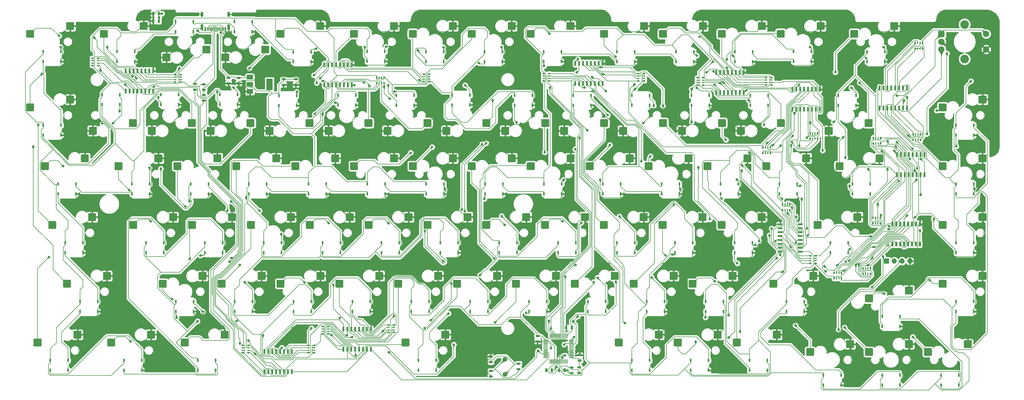
<source format=gbr>
%TF.GenerationSoftware,KiCad,Pcbnew,(5.1.6)-1*%
%TF.CreationDate,2022-09-12T19:20:26+08:00*%
%TF.ProjectId,feng,66656e67-2e6b-4696-9361-645f70636258,rev?*%
%TF.SameCoordinates,Original*%
%TF.FileFunction,Copper,L2,Bot*%
%TF.FilePolarity,Positive*%
%FSLAX46Y46*%
G04 Gerber Fmt 4.6, Leading zero omitted, Abs format (unit mm)*
G04 Created by KiCad (PCBNEW (5.1.6)-1) date 2022-09-12 19:20:26*
%MOMM*%
%LPD*%
G01*
G04 APERTURE LIST*
%TA.AperFunction,SMDPad,CuDef*%
%ADD10R,0.630000X1.000000*%
%TD*%
%TA.AperFunction,SMDPad,CuDef*%
%ADD11R,2.000000X1.500000*%
%TD*%
%TA.AperFunction,SMDPad,CuDef*%
%ADD12R,2.000000X3.800000*%
%TD*%
%TA.AperFunction,SMDPad,CuDef*%
%ADD13R,1.198880X0.797560*%
%TD*%
%TA.AperFunction,ComponentPad*%
%ADD14C,1.500000*%
%TD*%
%TA.AperFunction,ComponentPad*%
%ADD15R,2.000000X2.000000*%
%TD*%
%TA.AperFunction,ComponentPad*%
%ADD16C,2.000000*%
%TD*%
%TA.AperFunction,ComponentPad*%
%ADD17C,2.800000*%
%TD*%
%TA.AperFunction,SMDPad,CuDef*%
%ADD18R,0.500000X0.800000*%
%TD*%
%TA.AperFunction,SMDPad,CuDef*%
%ADD19R,0.400000X0.800000*%
%TD*%
%TA.AperFunction,SMDPad,CuDef*%
%ADD20R,0.800000X0.500000*%
%TD*%
%TA.AperFunction,SMDPad,CuDef*%
%ADD21R,0.800000X0.400000*%
%TD*%
%TA.AperFunction,SMDPad,CuDef*%
%ADD22R,0.797560X1.198880*%
%TD*%
%TA.AperFunction,SMDPad,CuDef*%
%ADD23R,0.600000X1.160000*%
%TD*%
%TA.AperFunction,SMDPad,CuDef*%
%ADD24R,0.300000X1.160000*%
%TD*%
%TA.AperFunction,ComponentPad*%
%ADD25O,0.900000X1.700000*%
%TD*%
%TA.AperFunction,ComponentPad*%
%ADD26O,0.900000X2.000000*%
%TD*%
%TA.AperFunction,ComponentPad*%
%ADD27O,1.700000X1.700000*%
%TD*%
%TA.AperFunction,ComponentPad*%
%ADD28R,1.700000X1.700000*%
%TD*%
%TA.AperFunction,ViaPad*%
%ADD29C,0.800000*%
%TD*%
%TA.AperFunction,Conductor*%
%ADD30C,0.200000*%
%TD*%
%TA.AperFunction,Conductor*%
%ADD31C,0.025400*%
%TD*%
%TA.AperFunction,Conductor*%
%ADD32C,0.254000*%
%TD*%
G04 APERTURE END LIST*
D10*
%TO.P,D82,3*%
%TO.N,GNDPWR*%
X285841480Y-265506000D03*
%TO.P,D82,4*%
%TO.N,Net-(D81-Pad2)*%
X285841440Y-262306000D03*
%TO.P,D82,2*%
%TO.N,Net-(D82-Pad2)*%
X280070560Y-265506000D03*
%TO.P,D82,1*%
%TO.N,+3V3*%
X280070560Y-262306000D03*
%TD*%
%TO.P,D81,3*%
%TO.N,GNDPWR*%
X419191480Y-227406000D03*
%TO.P,D81,4*%
%TO.N,Net-(D80-Pad2)*%
X419191440Y-224206000D03*
%TO.P,D81,2*%
%TO.N,Net-(D81-Pad2)*%
X413420560Y-227406000D03*
%TO.P,D81,1*%
%TO.N,+3V3*%
X413420560Y-224206000D03*
%TD*%
%TO.P,D80,3*%
%TO.N,GNDPWR*%
X388203480Y-227406000D03*
%TO.P,D80,4*%
%TO.N,Net-(D79-Pad2)*%
X388203440Y-224206000D03*
%TO.P,D80,2*%
%TO.N,Net-(D80-Pad2)*%
X382432560Y-227406000D03*
%TO.P,D80,1*%
%TO.N,+3V3*%
X382432560Y-224206000D03*
%TD*%
%TO.P,D79,3*%
%TO.N,GNDPWR*%
X368899480Y-227406000D03*
%TO.P,D79,4*%
%TO.N,Net-(D78-Pad2)*%
X368899440Y-224206000D03*
%TO.P,D79,2*%
%TO.N,Net-(D79-Pad2)*%
X363128560Y-227406000D03*
%TO.P,D79,1*%
%TO.N,+3V3*%
X363128560Y-224206000D03*
%TD*%
%TO.P,D78,3*%
%TO.N,GNDPWR*%
X350103480Y-227406000D03*
%TO.P,D78,4*%
%TO.N,Net-(D77-Pad2)*%
X350103440Y-224206000D03*
%TO.P,D78,2*%
%TO.N,Net-(D78-Pad2)*%
X344332560Y-227406000D03*
%TO.P,D78,1*%
%TO.N,+3V3*%
X344332560Y-224206000D03*
%TD*%
%TO.P,D77,3*%
%TO.N,GNDPWR*%
X331053480Y-227406000D03*
%TO.P,D77,4*%
%TO.N,Net-(D76-Pad2)*%
X331053440Y-224206000D03*
%TO.P,D77,2*%
%TO.N,Net-(D77-Pad2)*%
X325282560Y-227406000D03*
%TO.P,D77,1*%
%TO.N,+3V3*%
X325282560Y-224206000D03*
%TD*%
%TO.P,D76,3*%
%TO.N,GNDPWR*%
X312003480Y-227406000D03*
%TO.P,D76,4*%
%TO.N,Net-(D75-Pad2)*%
X312003440Y-224206000D03*
%TO.P,D76,2*%
%TO.N,Net-(D76-Pad2)*%
X306232560Y-227406000D03*
%TO.P,D76,1*%
%TO.N,+3V3*%
X306232560Y-224206000D03*
%TD*%
%TO.P,D75,3*%
%TO.N,GNDPWR*%
X292953480Y-227406000D03*
%TO.P,D75,4*%
%TO.N,Net-(D74-Pad2)*%
X292953440Y-224206000D03*
%TO.P,D75,2*%
%TO.N,Net-(D75-Pad2)*%
X287182560Y-227406000D03*
%TO.P,D75,1*%
%TO.N,+3V3*%
X287182560Y-224206000D03*
%TD*%
%TO.P,D74,3*%
%TO.N,GNDPWR*%
X273903480Y-227406000D03*
%TO.P,D74,4*%
%TO.N,Net-(D73-Pad2)*%
X273903440Y-224206000D03*
%TO.P,D74,2*%
%TO.N,Net-(D74-Pad2)*%
X268132560Y-227406000D03*
%TO.P,D74,1*%
%TO.N,+3V3*%
X268132560Y-224206000D03*
%TD*%
%TO.P,D73,3*%
%TO.N,GNDPWR*%
X254853480Y-227406000D03*
%TO.P,D73,4*%
%TO.N,/rgb_continue_3*%
X254853440Y-224206000D03*
%TO.P,D73,2*%
%TO.N,Net-(D73-Pad2)*%
X249082560Y-227406000D03*
%TO.P,D73,1*%
%TO.N,+3V3*%
X249082560Y-224206000D03*
%TD*%
%TO.P,D72,3*%
%TO.N,GNDPWR*%
X235803480Y-227406000D03*
%TO.P,D72,4*%
%TO.N,Net-(D71-Pad2)*%
X235803440Y-224206000D03*
%TO.P,D72,2*%
%TO.N,/rgb_continue_3*%
X230032560Y-227406000D03*
%TO.P,D72,1*%
%TO.N,+3V3*%
X230032560Y-224206000D03*
%TD*%
%TO.P,D71,3*%
%TO.N,GNDPWR*%
X216753480Y-227406000D03*
%TO.P,D71,4*%
%TO.N,Net-(D70-Pad2)*%
X216753440Y-224206000D03*
%TO.P,D71,2*%
%TO.N,Net-(D71-Pad2)*%
X210982560Y-227406000D03*
%TO.P,D71,1*%
%TO.N,+3V3*%
X210982560Y-224206000D03*
%TD*%
%TO.P,D70,3*%
%TO.N,GNDPWR*%
X197703480Y-227406000D03*
%TO.P,D70,4*%
%TO.N,Net-(D69-Pad2)*%
X197703440Y-224206000D03*
%TO.P,D70,2*%
%TO.N,Net-(D70-Pad2)*%
X191932560Y-227406000D03*
%TO.P,D70,1*%
%TO.N,+3V3*%
X191932560Y-224206000D03*
%TD*%
%TO.P,D69,3*%
%TO.N,GNDPWR*%
X214467480Y-265506000D03*
%TO.P,D69,4*%
%TO.N,Net-(D68-Pad2)*%
X214467440Y-262306000D03*
%TO.P,D69,2*%
%TO.N,Net-(D69-Pad2)*%
X208696560Y-265506000D03*
%TO.P,D69,1*%
%TO.N,+3V3*%
X208696560Y-262306000D03*
%TD*%
%TO.P,D68,3*%
%TO.N,GNDPWR*%
X190591480Y-265506000D03*
%TO.P,D68,4*%
%TO.N,Net-(D67-Pad2)*%
X190591440Y-262306000D03*
%TO.P,D68,2*%
%TO.N,Net-(D68-Pad2)*%
X184820560Y-265506000D03*
%TO.P,D68,1*%
%TO.N,+3V3*%
X184820560Y-262306000D03*
%TD*%
%TO.P,D67,3*%
%TO.N,GNDPWR*%
X166715480Y-265506000D03*
%TO.P,D67,4*%
%TO.N,Net-(D66-Pad2)*%
X166715440Y-262306000D03*
%TO.P,D67,2*%
%TO.N,Net-(D67-Pad2)*%
X160944560Y-265506000D03*
%TO.P,D67,1*%
%TO.N,+3V3*%
X160944560Y-262306000D03*
%TD*%
%TO.P,D66,3*%
%TO.N,GNDPWR*%
X176367480Y-246456000D03*
%TO.P,D66,4*%
%TO.N,Net-(D65-Pad2)*%
X176367440Y-243256000D03*
%TO.P,D66,2*%
%TO.N,Net-(D66-Pad2)*%
X170596560Y-246456000D03*
%TO.P,D66,1*%
%TO.N,+3V3*%
X170596560Y-243256000D03*
%TD*%
%TO.P,D65,3*%
%TO.N,GNDPWR*%
X171541480Y-227406000D03*
%TO.P,D65,4*%
%TO.N,Net-(D64-Pad2)*%
X171541440Y-224206000D03*
%TO.P,D65,2*%
%TO.N,Net-(D65-Pad2)*%
X165770560Y-227406000D03*
%TO.P,D65,1*%
%TO.N,+3V3*%
X165770560Y-224206000D03*
%TD*%
%TO.P,D64,3*%
%TO.N,GNDPWR*%
X169255480Y-208356000D03*
%TO.P,D64,4*%
%TO.N,Net-(D63-Pad2)*%
X169255440Y-205156000D03*
%TO.P,D64,2*%
%TO.N,Net-(D64-Pad2)*%
X163484560Y-208356000D03*
%TO.P,D64,1*%
%TO.N,+3V3*%
X163484560Y-205156000D03*
%TD*%
%TO.P,D63,3*%
%TO.N,GNDPWR*%
X193131480Y-208356000D03*
%TO.P,D63,4*%
%TO.N,Net-(D62-Pad2)*%
X193131440Y-205156000D03*
%TO.P,D63,2*%
%TO.N,Net-(D63-Pad2)*%
X187360560Y-208356000D03*
%TO.P,D63,1*%
%TO.N,+3V3*%
X187360560Y-205156000D03*
%TD*%
%TO.P,D62,3*%
%TO.N,GNDPWR*%
X212181480Y-208356000D03*
%TO.P,D62,4*%
%TO.N,Net-(D61-Pad2)*%
X212181440Y-205156000D03*
%TO.P,D62,2*%
%TO.N,Net-(D62-Pad2)*%
X206410560Y-208356000D03*
%TO.P,D62,1*%
%TO.N,+3V3*%
X206410560Y-205156000D03*
%TD*%
%TO.P,D61,3*%
%TO.N,GNDPWR*%
X230977480Y-208356000D03*
%TO.P,D61,4*%
%TO.N,Net-(D60-Pad2)*%
X230977440Y-205156000D03*
%TO.P,D61,2*%
%TO.N,Net-(D61-Pad2)*%
X225206560Y-208356000D03*
%TO.P,D61,1*%
%TO.N,+3V3*%
X225206560Y-205156000D03*
%TD*%
%TO.P,D60,3*%
%TO.N,GNDPWR*%
X250281480Y-208356000D03*
%TO.P,D60,4*%
%TO.N,Net-(D59-Pad2)*%
X250281440Y-205156000D03*
%TO.P,D60,2*%
%TO.N,Net-(D60-Pad2)*%
X244510560Y-208356000D03*
%TO.P,D60,1*%
%TO.N,+3V3*%
X244510560Y-205156000D03*
%TD*%
%TO.P,D59,3*%
%TO.N,GNDPWR*%
X269331480Y-208356000D03*
%TO.P,D59,4*%
%TO.N,Net-(D58-Pad2)*%
X269331440Y-205156000D03*
%TO.P,D59,2*%
%TO.N,Net-(D59-Pad2)*%
X263560560Y-208356000D03*
%TO.P,D59,1*%
%TO.N,+3V3*%
X263560560Y-205156000D03*
%TD*%
%TO.P,D58,3*%
%TO.N,GNDPWR*%
X288381480Y-208356000D03*
%TO.P,D58,4*%
%TO.N,Net-(D57-Pad2)*%
X288381440Y-205156000D03*
%TO.P,D58,2*%
%TO.N,Net-(D58-Pad2)*%
X282610560Y-208356000D03*
%TO.P,D58,1*%
%TO.N,+3V3*%
X282610560Y-205156000D03*
%TD*%
%TO.P,D57,3*%
%TO.N,GNDPWR*%
X307431480Y-208356000D03*
%TO.P,D57,4*%
%TO.N,Net-(D56-Pad2)*%
X307431440Y-205156000D03*
%TO.P,D57,2*%
%TO.N,Net-(D57-Pad2)*%
X301660560Y-208356000D03*
%TO.P,D57,1*%
%TO.N,+3V3*%
X301660560Y-205156000D03*
%TD*%
%TO.P,D56,3*%
%TO.N,GNDPWR*%
X326481480Y-208356000D03*
%TO.P,D56,4*%
%TO.N,Net-(D55-Pad2)*%
X326481440Y-205156000D03*
%TO.P,D56,2*%
%TO.N,Net-(D56-Pad2)*%
X320710560Y-208356000D03*
%TO.P,D56,1*%
%TO.N,+3V3*%
X320710560Y-205156000D03*
%TD*%
%TO.P,D55,3*%
%TO.N,GNDPWR*%
X345531480Y-208356000D03*
%TO.P,D55,4*%
%TO.N,Net-(D54-Pad2)*%
X345531440Y-205156000D03*
%TO.P,D55,2*%
%TO.N,Net-(D55-Pad2)*%
X339760560Y-208356000D03*
%TO.P,D55,1*%
%TO.N,+3V3*%
X339760560Y-205156000D03*
%TD*%
%TO.P,D54,3*%
%TO.N,GNDPWR*%
X364581480Y-208356000D03*
%TO.P,D54,4*%
%TO.N,Net-(D53-Pad2)*%
X364581440Y-205156000D03*
%TO.P,D54,2*%
%TO.N,Net-(D54-Pad2)*%
X358810560Y-208356000D03*
%TO.P,D54,1*%
%TO.N,+3V3*%
X358810560Y-205156000D03*
%TD*%
%TO.P,D53,3*%
%TO.N,GNDPWR*%
X383631480Y-208356000D03*
%TO.P,D53,4*%
%TO.N,Net-(D52-Pad2)*%
X383631440Y-205156000D03*
%TO.P,D53,2*%
%TO.N,Net-(D53-Pad2)*%
X377860560Y-208356000D03*
%TO.P,D53,1*%
%TO.N,+3V3*%
X377860560Y-205156000D03*
%TD*%
%TO.P,D52,3*%
%TO.N,GNDPWR*%
X402681480Y-208356000D03*
%TO.P,D52,4*%
%TO.N,Net-(D51-Pad2)*%
X402681440Y-205156000D03*
%TO.P,D52,2*%
%TO.N,Net-(D52-Pad2)*%
X396910560Y-208356000D03*
%TO.P,D52,1*%
%TO.N,+3V3*%
X396910560Y-205156000D03*
%TD*%
%TO.P,D51,3*%
%TO.N,GNDPWR*%
X426303480Y-208356000D03*
%TO.P,D51,4*%
%TO.N,Net-(D50-Pad2)*%
X426303440Y-205156000D03*
%TO.P,D51,2*%
%TO.N,Net-(D51-Pad2)*%
X420532560Y-208356000D03*
%TO.P,D51,1*%
%TO.N,+3V3*%
X420532560Y-205156000D03*
%TD*%
%TO.P,D50,3*%
%TO.N,GNDPWR*%
X421731480Y-179654000D03*
%TO.P,D50,4*%
%TO.N,Net-(D49-Pad2)*%
X421731440Y-176454000D03*
%TO.P,D50,2*%
%TO.N,Net-(D50-Pad2)*%
X415960560Y-179654000D03*
%TO.P,D50,1*%
%TO.N,+3V3*%
X415960560Y-176454000D03*
%TD*%
%TO.P,D49,3*%
%TO.N,GNDPWR*%
X393283480Y-179654000D03*
%TO.P,D49,4*%
%TO.N,/rgb_continue_2*%
X393283440Y-176454000D03*
%TO.P,D49,2*%
%TO.N,Net-(D49-Pad2)*%
X387512560Y-179654000D03*
%TO.P,D49,1*%
%TO.N,+3V3*%
X387512560Y-176454000D03*
%TD*%
%TO.P,D48,3*%
%TO.N,GNDPWR*%
X374233480Y-179654000D03*
%TO.P,D48,4*%
%TO.N,Net-(D47-Pad2)*%
X374233440Y-176454000D03*
%TO.P,D48,2*%
%TO.N,/rgb_continue_2*%
X368462560Y-179654000D03*
%TO.P,D48,1*%
%TO.N,+3V3*%
X368462560Y-176454000D03*
%TD*%
%TO.P,D47,3*%
%TO.N,GNDPWR*%
X354929480Y-179654000D03*
%TO.P,D47,4*%
%TO.N,Net-(D46-Pad2)*%
X354929440Y-176454000D03*
%TO.P,D47,2*%
%TO.N,Net-(D47-Pad2)*%
X349158560Y-179654000D03*
%TO.P,D47,1*%
%TO.N,+3V3*%
X349158560Y-176454000D03*
%TD*%
%TO.P,D46,3*%
%TO.N,GNDPWR*%
X335975480Y-179610000D03*
%TO.P,D46,4*%
%TO.N,Net-(D45-Pad2)*%
X335975440Y-176410000D03*
%TO.P,D46,2*%
%TO.N,Net-(D46-Pad2)*%
X330204560Y-179610000D03*
%TO.P,D46,1*%
%TO.N,+3V3*%
X330204560Y-176410000D03*
%TD*%
%TO.P,D45,3*%
%TO.N,GNDPWR*%
X316985480Y-179600000D03*
%TO.P,D45,4*%
%TO.N,Net-(D44-Pad2)*%
X316985440Y-176400000D03*
%TO.P,D45,2*%
%TO.N,Net-(D45-Pad2)*%
X311214560Y-179600000D03*
%TO.P,D45,1*%
%TO.N,+3V3*%
X311214560Y-176400000D03*
%TD*%
%TO.P,D44,3*%
%TO.N,GNDPWR*%
X296775480Y-179510000D03*
%TO.P,D44,4*%
%TO.N,Net-(D43-Pad2)*%
X296775440Y-176310000D03*
%TO.P,D44,2*%
%TO.N,Net-(D44-Pad2)*%
X291004560Y-179510000D03*
%TO.P,D44,1*%
%TO.N,+3V3*%
X291004560Y-176310000D03*
%TD*%
%TO.P,D43,3*%
%TO.N,GNDPWR*%
X278735480Y-179600000D03*
%TO.P,D43,4*%
%TO.N,Net-(D42-Pad2)*%
X278735440Y-176400000D03*
%TO.P,D43,2*%
%TO.N,Net-(D43-Pad2)*%
X272964560Y-179600000D03*
%TO.P,D43,1*%
%TO.N,+3V3*%
X272964560Y-176400000D03*
%TD*%
%TO.P,D42,3*%
%TO.N,GNDPWR*%
X259805480Y-179560000D03*
%TO.P,D42,4*%
%TO.N,Net-(D41-Pad2)*%
X259805440Y-176360000D03*
%TO.P,D42,2*%
%TO.N,Net-(D42-Pad2)*%
X254034560Y-179560000D03*
%TO.P,D42,1*%
%TO.N,+3V3*%
X254034560Y-176360000D03*
%TD*%
%TO.P,D41,3*%
%TO.N,GNDPWR*%
X240665480Y-179730000D03*
%TO.P,D41,4*%
%TO.N,Net-(D40-Pad2)*%
X240665440Y-176530000D03*
%TO.P,D41,2*%
%TO.N,Net-(D41-Pad2)*%
X234894560Y-179730000D03*
%TO.P,D41,1*%
%TO.N,+3V3*%
X234894560Y-176530000D03*
%TD*%
%TO.P,D40,3*%
%TO.N,GNDPWR*%
X221579480Y-179400000D03*
%TO.P,D40,4*%
%TO.N,Net-(D39-Pad2)*%
X221579440Y-176200000D03*
%TO.P,D40,2*%
%TO.N,Net-(D40-Pad2)*%
X215808560Y-179400000D03*
%TO.P,D40,1*%
%TO.N,+3V3*%
X215808560Y-176200000D03*
%TD*%
%TO.P,D39,3*%
%TO.N,GNDPWR*%
X202529480Y-179400000D03*
%TO.P,D39,4*%
%TO.N,Net-(D38-Pad2)*%
X202529440Y-176200000D03*
%TO.P,D39,2*%
%TO.N,Net-(D39-Pad2)*%
X196758560Y-179400000D03*
%TO.P,D39,1*%
%TO.N,+3V3*%
X196758560Y-176200000D03*
%TD*%
%TO.P,D38,3*%
%TO.N,GNDPWR*%
X183479480Y-179400000D03*
%TO.P,D38,4*%
%TO.N,Net-(D37-Pad2)*%
X183479440Y-176200000D03*
%TO.P,D38,2*%
%TO.N,Net-(D38-Pad2)*%
X177708560Y-179400000D03*
%TO.P,D38,1*%
%TO.N,+3V3*%
X177708560Y-176200000D03*
%TD*%
%TO.P,D37,3*%
%TO.N,GNDPWR*%
X164429480Y-189306000D03*
%TO.P,D37,4*%
%TO.N,Net-(D36-Pad2)*%
X164429440Y-186106000D03*
%TO.P,D37,2*%
%TO.N,Net-(D37-Pad2)*%
X158658560Y-189306000D03*
%TO.P,D37,1*%
%TO.N,+3V3*%
X158658560Y-186106000D03*
%TD*%
%TO.P,D36,3*%
%TO.N,GNDPWR*%
X164429480Y-165430000D03*
%TO.P,D36,4*%
%TO.N,Net-(D35-Pad2)*%
X164429440Y-162230000D03*
%TO.P,D36,2*%
%TO.N,Net-(D36-Pad2)*%
X158658560Y-165430000D03*
%TO.P,D36,1*%
%TO.N,+3V3*%
X158658560Y-162230000D03*
%TD*%
%TO.P,D35,3*%
%TO.N,GNDPWR*%
X188305480Y-165430000D03*
%TO.P,D35,4*%
%TO.N,Net-(D34-Pad2)*%
X188305440Y-162230000D03*
%TO.P,D35,2*%
%TO.N,Net-(D35-Pad2)*%
X182534560Y-165430000D03*
%TO.P,D35,1*%
%TO.N,+3V3*%
X182534560Y-162230000D03*
%TD*%
%TO.P,D34,3*%
%TO.N,GNDPWR*%
X207265480Y-155750000D03*
%TO.P,D34,4*%
%TO.N,Net-(D33-Pad2)*%
X207265440Y-152550000D03*
%TO.P,D34,2*%
%TO.N,Net-(D34-Pad2)*%
X201494560Y-155750000D03*
%TO.P,D34,1*%
%TO.N,+3V3*%
X201494560Y-152550000D03*
%TD*%
%TO.P,D33,3*%
%TO.N,GNDPWR*%
X226285480Y-155770000D03*
%TO.P,D33,4*%
%TO.N,Net-(D32-Pad2)*%
X226285440Y-152570000D03*
%TO.P,D33,2*%
%TO.N,Net-(D33-Pad2)*%
X220514560Y-155770000D03*
%TO.P,D33,1*%
%TO.N,+3V3*%
X220514560Y-152570000D03*
%TD*%
%TO.P,D32,3*%
%TO.N,GNDPWR*%
X245335480Y-165520000D03*
%TO.P,D32,4*%
%TO.N,Net-(D31-Pad2)*%
X245335440Y-162320000D03*
%TO.P,D32,2*%
%TO.N,Net-(D32-Pad2)*%
X239564560Y-165520000D03*
%TO.P,D32,1*%
%TO.N,+3V3*%
X239564560Y-162320000D03*
%TD*%
%TO.P,D31,3*%
%TO.N,GNDPWR*%
X269255480Y-165350000D03*
%TO.P,D31,4*%
%TO.N,Net-(D30-Pad2)*%
X269255440Y-162150000D03*
%TO.P,D31,2*%
%TO.N,Net-(D31-Pad2)*%
X263484560Y-165350000D03*
%TO.P,D31,1*%
%TO.N,+3V3*%
X263484560Y-162150000D03*
%TD*%
%TO.P,D30,3*%
%TO.N,GNDPWR*%
X288275480Y-165490000D03*
%TO.P,D30,4*%
%TO.N,Net-(D29-Pad2)*%
X288275440Y-162290000D03*
%TO.P,D30,2*%
%TO.N,Net-(D30-Pad2)*%
X282504560Y-165490000D03*
%TO.P,D30,1*%
%TO.N,+3V3*%
X282504560Y-162290000D03*
%TD*%
%TO.P,D29,3*%
%TO.N,GNDPWR*%
X307215480Y-165470000D03*
%TO.P,D29,4*%
%TO.N,Net-(D28-Pad2)*%
X307215440Y-162270000D03*
%TO.P,D29,2*%
%TO.N,Net-(D29-Pad2)*%
X301444560Y-165470000D03*
%TO.P,D29,1*%
%TO.N,+3V3*%
X301444560Y-162270000D03*
%TD*%
%TO.P,D28,3*%
%TO.N,GNDPWR*%
X326395480Y-165450000D03*
%TO.P,D28,4*%
%TO.N,Net-(D27-Pad2)*%
X326395440Y-162250000D03*
%TO.P,D28,2*%
%TO.N,Net-(D28-Pad2)*%
X320624560Y-165450000D03*
%TO.P,D28,1*%
%TO.N,+3V3*%
X320624560Y-162250000D03*
%TD*%
%TO.P,D27,3*%
%TO.N,GNDPWR*%
X350075480Y-165490000D03*
%TO.P,D27,4*%
%TO.N,Net-(D26-Pad2)*%
X350075440Y-162290000D03*
%TO.P,D27,2*%
%TO.N,Net-(D27-Pad2)*%
X344304560Y-165490000D03*
%TO.P,D27,1*%
%TO.N,+3V3*%
X344304560Y-162290000D03*
%TD*%
%TO.P,D26,3*%
%TO.N,GNDPWR*%
X369195480Y-165500000D03*
%TO.P,D26,4*%
%TO.N,Net-(D25-Pad2)*%
X369195440Y-162300000D03*
%TO.P,D26,2*%
%TO.N,Net-(D26-Pad2)*%
X363424560Y-165500000D03*
%TO.P,D26,1*%
%TO.N,+3V3*%
X363424560Y-162300000D03*
%TD*%
%TO.P,D25,3*%
%TO.N,GNDPWR*%
X388255480Y-165500000D03*
%TO.P,D25,4*%
%TO.N,/rgb_continue_1*%
X388255440Y-162300000D03*
%TO.P,D25,2*%
%TO.N,Net-(D25-Pad2)*%
X382484560Y-165500000D03*
%TO.P,D25,1*%
%TO.N,+3V3*%
X382484560Y-162300000D03*
%TD*%
%TO.P,D24,3*%
%TO.N,GNDPWR*%
X407245480Y-165430000D03*
%TO.P,D24,4*%
%TO.N,Net-(D23-Pad2)*%
X407245440Y-162230000D03*
%TO.P,D24,2*%
%TO.N,/rgb_continue_1*%
X401474560Y-165430000D03*
%TO.P,D24,1*%
%TO.N,+3V3*%
X401474560Y-162230000D03*
%TD*%
%TO.P,D23,3*%
%TO.N,GNDPWR*%
X431015480Y-165470000D03*
%TO.P,D23,4*%
%TO.N,Net-(D22-Pad2)*%
X431015440Y-162270000D03*
%TO.P,D23,2*%
%TO.N,Net-(D23-Pad2)*%
X425244560Y-165470000D03*
%TO.P,D23,1*%
%TO.N,+3V3*%
X425244560Y-162270000D03*
%TD*%
%TO.P,D22,3*%
%TO.N,GNDPWR*%
X459831480Y-189306000D03*
%TO.P,D22,4*%
%TO.N,Net-(D21-Pad2)*%
X459831440Y-186106000D03*
%TO.P,D22,2*%
%TO.N,Net-(D22-Pad2)*%
X454060560Y-189306000D03*
%TO.P,D22,1*%
%TO.N,+3V3*%
X454060560Y-186106000D03*
%TD*%
%TO.P,D21,3*%
%TO.N,GNDPWR*%
X459831480Y-208356000D03*
%TO.P,D21,4*%
%TO.N,Net-(D20-Pad2)*%
X459831440Y-205156000D03*
%TO.P,D21,2*%
%TO.N,Net-(D21-Pad2)*%
X454060560Y-208356000D03*
%TO.P,D21,1*%
%TO.N,+3V3*%
X454060560Y-205156000D03*
%TD*%
%TO.P,D20,3*%
%TO.N,GNDPWR*%
X459831480Y-227406000D03*
%TO.P,D20,4*%
%TO.N,Net-(D19-Pad2)*%
X459831440Y-224206000D03*
%TO.P,D20,2*%
%TO.N,Net-(D20-Pad2)*%
X454060560Y-227406000D03*
%TO.P,D20,1*%
%TO.N,+3V3*%
X454060560Y-224206000D03*
%TD*%
%TO.P,D19,3*%
%TO.N,GNDPWR*%
X459831480Y-246456000D03*
%TO.P,D19,4*%
%TO.N,Net-(D18-Pad2)*%
X459831440Y-243256000D03*
%TO.P,D19,2*%
%TO.N,Net-(D19-Pad2)*%
X454060560Y-246456000D03*
%TO.P,D19,1*%
%TO.N,+3V3*%
X454060560Y-243256000D03*
%TD*%
%TO.P,D18,3*%
%TO.N,GNDPWR*%
X435955480Y-251282000D03*
%TO.P,D18,4*%
%TO.N,Net-(D17-Pad2)*%
X435955440Y-248082000D03*
%TO.P,D18,2*%
%TO.N,Net-(D18-Pad2)*%
X430184560Y-251282000D03*
%TO.P,D18,1*%
%TO.N,+3V3*%
X430184560Y-248082000D03*
%TD*%
%TO.P,D17,3*%
%TO.N,GNDPWR*%
X455005480Y-270332000D03*
%TO.P,D17,4*%
%TO.N,Net-(D16-Pad2)*%
X455005440Y-267132000D03*
%TO.P,D17,2*%
%TO.N,Net-(D17-Pad2)*%
X449234560Y-270332000D03*
%TO.P,D17,1*%
%TO.N,+3V3*%
X449234560Y-267132000D03*
%TD*%
%TO.P,D16,3*%
%TO.N,GNDPWR*%
X435955480Y-270332000D03*
%TO.P,D16,4*%
%TO.N,Net-(D15-Pad2)*%
X435955440Y-267132000D03*
%TO.P,D16,2*%
%TO.N,Net-(D16-Pad2)*%
X430184560Y-270332000D03*
%TO.P,D16,1*%
%TO.N,+3V3*%
X430184560Y-267132000D03*
%TD*%
%TO.P,D15,3*%
%TO.N,GNDPWR*%
X416905480Y-270332000D03*
%TO.P,D15,4*%
%TO.N,Net-(D14-Pad2)*%
X416905440Y-267132000D03*
%TO.P,D15,2*%
%TO.N,Net-(D15-Pad2)*%
X411134560Y-270332000D03*
%TO.P,D15,1*%
%TO.N,+3V3*%
X411134560Y-267132000D03*
%TD*%
%TO.P,D14,3*%
%TO.N,GNDPWR*%
X404967480Y-246456000D03*
%TO.P,D14,4*%
%TO.N,Net-(D13-Pad2)*%
X404967440Y-243256000D03*
%TO.P,D14,2*%
%TO.N,Net-(D14-Pad2)*%
X399196560Y-246456000D03*
%TO.P,D14,1*%
%TO.N,+3V3*%
X399196560Y-243256000D03*
%TD*%
%TO.P,D13,3*%
%TO.N,GNDPWR*%
X378805480Y-246456000D03*
%TO.P,D13,4*%
%TO.N,Net-(D12-Pad2)*%
X378805440Y-243256000D03*
%TO.P,D13,2*%
%TO.N,Net-(D13-Pad2)*%
X373034560Y-246456000D03*
%TO.P,D13,1*%
%TO.N,+3V3*%
X373034560Y-243256000D03*
%TD*%
%TO.P,D12,3*%
%TO.N,GNDPWR*%
X393029480Y-265506000D03*
%TO.P,D12,4*%
%TO.N,Net-(D11-Pad2)*%
X393029440Y-262306000D03*
%TO.P,D12,2*%
%TO.N,Net-(D12-Pad2)*%
X387258560Y-265506000D03*
%TO.P,D12,1*%
%TO.N,+3V3*%
X387258560Y-262306000D03*
%TD*%
%TO.P,D11,3*%
%TO.N,GNDPWR*%
X373979480Y-265506000D03*
%TO.P,D11,4*%
%TO.N,Net-(D10-Pad2)*%
X373979440Y-262306000D03*
%TO.P,D11,2*%
%TO.N,Net-(D11-Pad2)*%
X368208560Y-265506000D03*
%TO.P,D11,1*%
%TO.N,+3V3*%
X368208560Y-262306000D03*
%TD*%
%TO.P,D10,3*%
%TO.N,GNDPWR*%
X354929480Y-265506000D03*
%TO.P,D10,4*%
%TO.N,Net-(D10-Pad4)*%
X354929440Y-262306000D03*
%TO.P,D10,2*%
%TO.N,Net-(D10-Pad2)*%
X349158560Y-265506000D03*
%TO.P,D10,1*%
%TO.N,+3V3*%
X349158560Y-262306000D03*
%TD*%
%TO.P,D9,3*%
%TO.N,GNDPWR*%
X359755480Y-246456000D03*
%TO.P,D9,4*%
%TO.N,Net-(D8-Pad2)*%
X359755440Y-243256000D03*
%TO.P,D9,2*%
%TO.N,Net-(D10-Pad4)*%
X353984560Y-246456000D03*
%TO.P,D9,1*%
%TO.N,+3V3*%
X353984560Y-243256000D03*
%TD*%
%TO.P,D8,3*%
%TO.N,GNDPWR*%
X340705480Y-246456000D03*
%TO.P,D8,4*%
%TO.N,Net-(D7-Pad2)*%
X340705440Y-243256000D03*
%TO.P,D8,2*%
%TO.N,Net-(D8-Pad2)*%
X334934560Y-246456000D03*
%TO.P,D8,1*%
%TO.N,+3V3*%
X334934560Y-243256000D03*
%TD*%
%TO.P,D7,3*%
%TO.N,GNDPWR*%
X321655480Y-246456000D03*
%TO.P,D7,4*%
%TO.N,Net-(D6-Pad2)*%
X321655440Y-243256000D03*
%TO.P,D7,2*%
%TO.N,Net-(D7-Pad2)*%
X315884560Y-246456000D03*
%TO.P,D7,1*%
%TO.N,+3V3*%
X315884560Y-243256000D03*
%TD*%
%TO.P,D6,3*%
%TO.N,GNDPWR*%
X302605480Y-246456000D03*
%TO.P,D6,4*%
%TO.N,Net-(D5-Pad2)*%
X302605440Y-243256000D03*
%TO.P,D6,2*%
%TO.N,Net-(D6-Pad2)*%
X296834560Y-246456000D03*
%TO.P,D6,1*%
%TO.N,+3V3*%
X296834560Y-243256000D03*
%TD*%
%TO.P,D5,3*%
%TO.N,GNDPWR*%
X283555480Y-246456000D03*
%TO.P,D5,4*%
%TO.N,Net-(D4-Pad2)*%
X283555440Y-243256000D03*
%TO.P,D5,2*%
%TO.N,Net-(D5-Pad2)*%
X277784560Y-246456000D03*
%TO.P,D5,1*%
%TO.N,+3V3*%
X277784560Y-243256000D03*
%TD*%
%TO.P,D4,3*%
%TO.N,GNDPWR*%
X264505480Y-246456000D03*
%TO.P,D4,4*%
%TO.N,Net-(D3-Pad2)*%
X264505440Y-243256000D03*
%TO.P,D4,2*%
%TO.N,Net-(D4-Pad2)*%
X258734560Y-246456000D03*
%TO.P,D4,1*%
%TO.N,+3V3*%
X258734560Y-243256000D03*
%TD*%
%TO.P,D3,3*%
%TO.N,GNDPWR*%
X245455480Y-246456000D03*
%TO.P,D3,4*%
%TO.N,Net-(D2-Pad2)*%
X245455440Y-243256000D03*
%TO.P,D3,2*%
%TO.N,Net-(D3-Pad2)*%
X239684560Y-246456000D03*
%TO.P,D3,1*%
%TO.N,+3V3*%
X239684560Y-243256000D03*
%TD*%
%TO.P,D2,3*%
%TO.N,GNDPWR*%
X226405480Y-246456000D03*
%TO.P,D2,4*%
%TO.N,Net-(D1-Pad2)*%
X226405440Y-243256000D03*
%TO.P,D2,2*%
%TO.N,Net-(D2-Pad2)*%
X220634560Y-246456000D03*
%TO.P,D2,1*%
%TO.N,+3V3*%
X220634560Y-243256000D03*
%TD*%
%TO.P,D1,3*%
%TO.N,GNDPWR*%
X207355480Y-246456000D03*
%TO.P,D1,4*%
%TO.N,/SPI2_MOSI*%
X207355440Y-243256000D03*
%TO.P,D1,2*%
%TO.N,Net-(D1-Pad2)*%
X201584560Y-246456000D03*
%TO.P,D1,1*%
%TO.N,+3V3*%
X201584560Y-243256000D03*
%TD*%
D11*
%TO.P,U13,1*%
%TO.N,GNDPWR*%
X225570000Y-175130000D03*
%TO.P,U13,3*%
%TO.N,+5V*%
X225570000Y-170530000D03*
%TO.P,U13,2*%
%TO.N,+3V3*%
X225570000Y-172830000D03*
D12*
X231870000Y-172830000D03*
%TD*%
D13*
%TO.P,C12,2*%
%TO.N,+3V3*%
X240420000Y-171190840D03*
%TO.P,C12,1*%
%TO.N,GNDPWR*%
X240420000Y-172989160D03*
%TD*%
%TO.P,C11,2*%
%TO.N,+3V3*%
X236420000Y-171190840D03*
%TO.P,C11,1*%
%TO.N,GNDPWR*%
X236420000Y-172989160D03*
%TD*%
%TO.P,C10,2*%
%TO.N,+5V*%
X221920000Y-170730840D03*
%TO.P,C10,1*%
%TO.N,GNDPWR*%
X221920000Y-172529160D03*
%TD*%
%TO.P,C9,2*%
%TO.N,+5V*%
X218620000Y-170730840D03*
%TO.P,C9,1*%
%TO.N,GNDPWR*%
X218620000Y-172529160D03*
%TD*%
%TO.P,SW82,2*%
%TO.N,GNDPWR*%
%TA.AperFunction,SMDPad,CuDef*%
G36*
G01*
X461367000Y-197810000D02*
X461367000Y-195810000D01*
G75*
G02*
X461617000Y-195560000I250000J0D01*
G01*
X463667000Y-195560000D01*
G75*
G02*
X463917000Y-195810000I0J-250000D01*
G01*
X463917000Y-197810000D01*
G75*
G02*
X463667000Y-198060000I-250000J0D01*
G01*
X461617000Y-198060000D01*
G75*
G02*
X461367000Y-197810000I0J250000D01*
G01*
G37*
%TD.AperFunction*%
%TO.P,SW82,1*%
%TO.N,Net-(RN22-Pad3)*%
%TA.AperFunction,SMDPad,CuDef*%
G36*
G01*
X448440000Y-200350000D02*
X448440000Y-198350000D01*
G75*
G02*
X448690000Y-198100000I250000J0D01*
G01*
X450740000Y-198100000D01*
G75*
G02*
X450990000Y-198350000I0J-250000D01*
G01*
X450990000Y-200350000D01*
G75*
G02*
X450740000Y-200600000I-250000J0D01*
G01*
X448690000Y-200600000D01*
G75*
G02*
X448440000Y-200350000I0J250000D01*
G01*
G37*
%TD.AperFunction*%
%TD*%
%TO.P,SW81,2*%
%TO.N,GNDPWR*%
%TA.AperFunction,SMDPad,CuDef*%
G36*
G01*
X461367000Y-178760000D02*
X461367000Y-176760000D01*
G75*
G02*
X461617000Y-176510000I250000J0D01*
G01*
X463667000Y-176510000D01*
G75*
G02*
X463917000Y-176760000I0J-250000D01*
G01*
X463917000Y-178760000D01*
G75*
G02*
X463667000Y-179010000I-250000J0D01*
G01*
X461617000Y-179010000D01*
G75*
G02*
X461367000Y-178760000I0J250000D01*
G01*
G37*
%TD.AperFunction*%
%TO.P,SW81,1*%
%TO.N,Net-(RN22-Pad4)*%
%TA.AperFunction,SMDPad,CuDef*%
G36*
G01*
X448440000Y-181300000D02*
X448440000Y-179300000D01*
G75*
G02*
X448690000Y-179050000I250000J0D01*
G01*
X450740000Y-179050000D01*
G75*
G02*
X450990000Y-179300000I0J-250000D01*
G01*
X450990000Y-181300000D01*
G75*
G02*
X450740000Y-181550000I-250000J0D01*
G01*
X448690000Y-181550000D01*
G75*
G02*
X448440000Y-181300000I0J250000D01*
G01*
G37*
%TD.AperFunction*%
%TD*%
%TO.P,SW80,2*%
%TO.N,GNDPWR*%
%TA.AperFunction,SMDPad,CuDef*%
G36*
G01*
X294680000Y-216859000D02*
X294680000Y-214859000D01*
G75*
G02*
X294930000Y-214609000I250000J0D01*
G01*
X296980000Y-214609000D01*
G75*
G02*
X297230000Y-214859000I0J-250000D01*
G01*
X297230000Y-216859000D01*
G75*
G02*
X296980000Y-217109000I-250000J0D01*
G01*
X294930000Y-217109000D01*
G75*
G02*
X294680000Y-216859000I0J250000D01*
G01*
G37*
%TD.AperFunction*%
%TO.P,SW80,1*%
%TO.N,Net-(RN10-Pad1)*%
%TA.AperFunction,SMDPad,CuDef*%
G36*
G01*
X281753000Y-219399000D02*
X281753000Y-217399000D01*
G75*
G02*
X282003000Y-217149000I250000J0D01*
G01*
X284053000Y-217149000D01*
G75*
G02*
X284303000Y-217399000I0J-250000D01*
G01*
X284303000Y-219399000D01*
G75*
G02*
X284053000Y-219649000I-250000J0D01*
G01*
X282003000Y-219649000D01*
G75*
G02*
X281753000Y-219399000I0J250000D01*
G01*
G37*
%TD.AperFunction*%
%TD*%
%TO.P,SW79,2*%
%TO.N,GNDPWR*%
%TA.AperFunction,SMDPad,CuDef*%
G36*
G01*
X309011000Y-197812000D02*
X309011000Y-195812000D01*
G75*
G02*
X309261000Y-195562000I250000J0D01*
G01*
X311311000Y-195562000D01*
G75*
G02*
X311561000Y-195812000I0J-250000D01*
G01*
X311561000Y-197812000D01*
G75*
G02*
X311311000Y-198062000I-250000J0D01*
G01*
X309261000Y-198062000D01*
G75*
G02*
X309011000Y-197812000I0J250000D01*
G01*
G37*
%TD.AperFunction*%
%TO.P,SW79,1*%
%TO.N,Net-(RN10-Pad2)*%
%TA.AperFunction,SMDPad,CuDef*%
G36*
G01*
X296084000Y-200352000D02*
X296084000Y-198352000D01*
G75*
G02*
X296334000Y-198102000I250000J0D01*
G01*
X298384000Y-198102000D01*
G75*
G02*
X298634000Y-198352000I0J-250000D01*
G01*
X298634000Y-200352000D01*
G75*
G02*
X298384000Y-200602000I-250000J0D01*
G01*
X296334000Y-200602000D01*
G75*
G02*
X296084000Y-200352000I0J250000D01*
G01*
G37*
%TD.AperFunction*%
%TD*%
%TO.P,SW78,2*%
%TO.N,GNDPWR*%
%TA.AperFunction,SMDPad,CuDef*%
G36*
G01*
X218480000Y-216859000D02*
X218480000Y-214859000D01*
G75*
G02*
X218730000Y-214609000I250000J0D01*
G01*
X220780000Y-214609000D01*
G75*
G02*
X221030000Y-214859000I0J-250000D01*
G01*
X221030000Y-216859000D01*
G75*
G02*
X220780000Y-217109000I-250000J0D01*
G01*
X218730000Y-217109000D01*
G75*
G02*
X218480000Y-216859000I0J250000D01*
G01*
G37*
%TD.AperFunction*%
%TO.P,SW78,1*%
%TO.N,Net-(RN10-Pad3)*%
%TA.AperFunction,SMDPad,CuDef*%
G36*
G01*
X205553000Y-219399000D02*
X205553000Y-217399000D01*
G75*
G02*
X205803000Y-217149000I250000J0D01*
G01*
X207853000Y-217149000D01*
G75*
G02*
X208103000Y-217399000I0J-250000D01*
G01*
X208103000Y-219399000D01*
G75*
G02*
X207853000Y-219649000I-250000J0D01*
G01*
X205803000Y-219649000D01*
G75*
G02*
X205553000Y-219399000I0J250000D01*
G01*
G37*
%TD.AperFunction*%
%TD*%
%TO.P,SW77,2*%
%TO.N,GNDPWR*%
%TA.AperFunction,SMDPad,CuDef*%
G36*
G01*
X332679000Y-216859000D02*
X332679000Y-214859000D01*
G75*
G02*
X332929000Y-214609000I250000J0D01*
G01*
X334979000Y-214609000D01*
G75*
G02*
X335229000Y-214859000I0J-250000D01*
G01*
X335229000Y-216859000D01*
G75*
G02*
X334979000Y-217109000I-250000J0D01*
G01*
X332929000Y-217109000D01*
G75*
G02*
X332679000Y-216859000I0J250000D01*
G01*
G37*
%TD.AperFunction*%
%TO.P,SW77,1*%
%TO.N,Net-(RN10-Pad4)*%
%TA.AperFunction,SMDPad,CuDef*%
G36*
G01*
X319752000Y-219399000D02*
X319752000Y-217399000D01*
G75*
G02*
X320002000Y-217149000I250000J0D01*
G01*
X322052000Y-217149000D01*
G75*
G02*
X322302000Y-217399000I0J-250000D01*
G01*
X322302000Y-219399000D01*
G75*
G02*
X322052000Y-219649000I-250000J0D01*
G01*
X320002000Y-219649000D01*
G75*
G02*
X319752000Y-219399000I0J250000D01*
G01*
G37*
%TD.AperFunction*%
%TD*%
%TO.P,SW76,2*%
%TO.N,GNDPWR*%
%TA.AperFunction,SMDPad,CuDef*%
G36*
G01*
X228049000Y-235912000D02*
X228049000Y-233912000D01*
G75*
G02*
X228299000Y-233662000I250000J0D01*
G01*
X230349000Y-233662000D01*
G75*
G02*
X230599000Y-233912000I0J-250000D01*
G01*
X230599000Y-235912000D01*
G75*
G02*
X230349000Y-236162000I-250000J0D01*
G01*
X228299000Y-236162000D01*
G75*
G02*
X228049000Y-235912000I0J250000D01*
G01*
G37*
%TD.AperFunction*%
%TO.P,SW76,1*%
%TO.N,Net-(RN21-Pad1)*%
%TA.AperFunction,SMDPad,CuDef*%
G36*
G01*
X215122000Y-238452000D02*
X215122000Y-236452000D01*
G75*
G02*
X215372000Y-236202000I250000J0D01*
G01*
X217422000Y-236202000D01*
G75*
G02*
X217672000Y-236452000I0J-250000D01*
G01*
X217672000Y-238452000D01*
G75*
G02*
X217422000Y-238702000I-250000J0D01*
G01*
X215372000Y-238702000D01*
G75*
G02*
X215122000Y-238452000I0J250000D01*
G01*
G37*
%TD.AperFunction*%
%TD*%
%TO.P,SW75,2*%
%TO.N,GNDPWR*%
%TA.AperFunction,SMDPad,CuDef*%
G36*
G01*
X194669000Y-197812000D02*
X194669000Y-195812000D01*
G75*
G02*
X194919000Y-195562000I250000J0D01*
G01*
X196969000Y-195562000D01*
G75*
G02*
X197219000Y-195812000I0J-250000D01*
G01*
X197219000Y-197812000D01*
G75*
G02*
X196969000Y-198062000I-250000J0D01*
G01*
X194919000Y-198062000D01*
G75*
G02*
X194669000Y-197812000I0J250000D01*
G01*
G37*
%TD.AperFunction*%
%TO.P,SW75,1*%
%TO.N,Net-(RN21-Pad2)*%
%TA.AperFunction,SMDPad,CuDef*%
G36*
G01*
X181742000Y-200352000D02*
X181742000Y-198352000D01*
G75*
G02*
X181992000Y-198102000I250000J0D01*
G01*
X184042000Y-198102000D01*
G75*
G02*
X184292000Y-198352000I0J-250000D01*
G01*
X184292000Y-200352000D01*
G75*
G02*
X184042000Y-200602000I-250000J0D01*
G01*
X181992000Y-200602000D01*
G75*
G02*
X181742000Y-200352000I0J250000D01*
G01*
G37*
%TD.AperFunction*%
%TD*%
%TO.P,SW74,2*%
%TO.N,GNDPWR*%
%TA.AperFunction,SMDPad,CuDef*%
G36*
G01*
X380449000Y-235912000D02*
X380449000Y-233912000D01*
G75*
G02*
X380699000Y-233662000I250000J0D01*
G01*
X382749000Y-233662000D01*
G75*
G02*
X382999000Y-233912000I0J-250000D01*
G01*
X382999000Y-235912000D01*
G75*
G02*
X382749000Y-236162000I-250000J0D01*
G01*
X380699000Y-236162000D01*
G75*
G02*
X380449000Y-235912000I0J250000D01*
G01*
G37*
%TD.AperFunction*%
%TO.P,SW74,1*%
%TO.N,Net-(RN21-Pad3)*%
%TA.AperFunction,SMDPad,CuDef*%
G36*
G01*
X367522000Y-238452000D02*
X367522000Y-236452000D01*
G75*
G02*
X367772000Y-236202000I250000J0D01*
G01*
X369822000Y-236202000D01*
G75*
G02*
X370072000Y-236452000I0J-250000D01*
G01*
X370072000Y-238452000D01*
G75*
G02*
X369822000Y-238702000I-250000J0D01*
G01*
X367772000Y-238702000D01*
G75*
G02*
X367522000Y-238452000I0J250000D01*
G01*
G37*
%TD.AperFunction*%
%TD*%
%TO.P,SW73,2*%
%TO.N,GNDPWR*%
%TA.AperFunction,SMDPad,CuDef*%
G36*
G01*
X313680000Y-216859000D02*
X313680000Y-214859000D01*
G75*
G02*
X313930000Y-214609000I250000J0D01*
G01*
X315980000Y-214609000D01*
G75*
G02*
X316230000Y-214859000I0J-250000D01*
G01*
X316230000Y-216859000D01*
G75*
G02*
X315980000Y-217109000I-250000J0D01*
G01*
X313930000Y-217109000D01*
G75*
G02*
X313680000Y-216859000I0J250000D01*
G01*
G37*
%TD.AperFunction*%
%TO.P,SW73,1*%
%TO.N,Net-(RN21-Pad4)*%
%TA.AperFunction,SMDPad,CuDef*%
G36*
G01*
X300753000Y-219399000D02*
X300753000Y-217399000D01*
G75*
G02*
X301003000Y-217149000I250000J0D01*
G01*
X303053000Y-217149000D01*
G75*
G02*
X303303000Y-217399000I0J-250000D01*
G01*
X303303000Y-219399000D01*
G75*
G02*
X303053000Y-219649000I-250000J0D01*
G01*
X301003000Y-219649000D01*
G75*
G02*
X300753000Y-219399000I0J250000D01*
G01*
G37*
%TD.AperFunction*%
%TD*%
%TO.P,SW72,2*%
%TO.N,GNDPWR*%
%TA.AperFunction,SMDPad,CuDef*%
G36*
G01*
X199430000Y-216859000D02*
X199430000Y-214859000D01*
G75*
G02*
X199680000Y-214609000I250000J0D01*
G01*
X201730000Y-214609000D01*
G75*
G02*
X201980000Y-214859000I0J-250000D01*
G01*
X201980000Y-216859000D01*
G75*
G02*
X201730000Y-217109000I-250000J0D01*
G01*
X199680000Y-217109000D01*
G75*
G02*
X199430000Y-216859000I0J250000D01*
G01*
G37*
%TD.AperFunction*%
%TO.P,SW72,1*%
%TO.N,Net-(RN9-Pad1)*%
%TA.AperFunction,SMDPad,CuDef*%
G36*
G01*
X186503000Y-219399000D02*
X186503000Y-217399000D01*
G75*
G02*
X186753000Y-217149000I250000J0D01*
G01*
X188803000Y-217149000D01*
G75*
G02*
X189053000Y-217399000I0J-250000D01*
G01*
X189053000Y-219399000D01*
G75*
G02*
X188803000Y-219649000I-250000J0D01*
G01*
X186753000Y-219649000D01*
G75*
G02*
X186503000Y-219399000I0J250000D01*
G01*
G37*
%TD.AperFunction*%
%TD*%
%TO.P,SW71,2*%
%TO.N,GNDPWR*%
%TA.AperFunction,SMDPad,CuDef*%
G36*
G01*
X213723000Y-197812000D02*
X213723000Y-195812000D01*
G75*
G02*
X213973000Y-195562000I250000J0D01*
G01*
X216023000Y-195562000D01*
G75*
G02*
X216273000Y-195812000I0J-250000D01*
G01*
X216273000Y-197812000D01*
G75*
G02*
X216023000Y-198062000I-250000J0D01*
G01*
X213973000Y-198062000D01*
G75*
G02*
X213723000Y-197812000I0J250000D01*
G01*
G37*
%TD.AperFunction*%
%TO.P,SW71,1*%
%TO.N,Net-(RN9-Pad2)*%
%TA.AperFunction,SMDPad,CuDef*%
G36*
G01*
X200796000Y-200352000D02*
X200796000Y-198352000D01*
G75*
G02*
X201046000Y-198102000I250000J0D01*
G01*
X203096000Y-198102000D01*
G75*
G02*
X203346000Y-198352000I0J-250000D01*
G01*
X203346000Y-200352000D01*
G75*
G02*
X203096000Y-200602000I-250000J0D01*
G01*
X201046000Y-200602000D01*
G75*
G02*
X200796000Y-200352000I0J250000D01*
G01*
G37*
%TD.AperFunction*%
%TD*%
%TO.P,SW70,2*%
%TO.N,GNDPWR*%
%TA.AperFunction,SMDPad,CuDef*%
G36*
G01*
X168471000Y-254957000D02*
X168471000Y-252957000D01*
G75*
G02*
X168721000Y-252707000I250000J0D01*
G01*
X170771000Y-252707000D01*
G75*
G02*
X171021000Y-252957000I0J-250000D01*
G01*
X171021000Y-254957000D01*
G75*
G02*
X170771000Y-255207000I-250000J0D01*
G01*
X168721000Y-255207000D01*
G75*
G02*
X168471000Y-254957000I0J250000D01*
G01*
G37*
%TD.AperFunction*%
%TO.P,SW70,1*%
%TO.N,Net-(RN9-Pad3)*%
%TA.AperFunction,SMDPad,CuDef*%
G36*
G01*
X155544000Y-257497000D02*
X155544000Y-255497000D01*
G75*
G02*
X155794000Y-255247000I250000J0D01*
G01*
X157844000Y-255247000D01*
G75*
G02*
X158094000Y-255497000I0J-250000D01*
G01*
X158094000Y-257497000D01*
G75*
G02*
X157844000Y-257747000I-250000J0D01*
G01*
X155794000Y-257747000D01*
G75*
G02*
X155544000Y-257497000I0J250000D01*
G01*
G37*
%TD.AperFunction*%
%TD*%
%TO.P,SW69,2*%
%TO.N,GNDPWR*%
%TA.AperFunction,SMDPad,CuDef*%
G36*
G01*
X170851000Y-197807000D02*
X170851000Y-195807000D01*
G75*
G02*
X171101000Y-195557000I250000J0D01*
G01*
X173151000Y-195557000D01*
G75*
G02*
X173401000Y-195807000I0J-250000D01*
G01*
X173401000Y-197807000D01*
G75*
G02*
X173151000Y-198057000I-250000J0D01*
G01*
X171101000Y-198057000D01*
G75*
G02*
X170851000Y-197807000I0J250000D01*
G01*
G37*
%TD.AperFunction*%
%TO.P,SW69,1*%
%TO.N,Net-(RN9-Pad4)*%
%TA.AperFunction,SMDPad,CuDef*%
G36*
G01*
X157924000Y-200347000D02*
X157924000Y-198347000D01*
G75*
G02*
X158174000Y-198097000I250000J0D01*
G01*
X160224000Y-198097000D01*
G75*
G02*
X160474000Y-198347000I0J-250000D01*
G01*
X160474000Y-200347000D01*
G75*
G02*
X160224000Y-200597000I-250000J0D01*
G01*
X158174000Y-200597000D01*
G75*
G02*
X157924000Y-200347000I0J250000D01*
G01*
G37*
%TD.AperFunction*%
%TD*%
%TO.P,SW68,2*%
%TO.N,GNDPWR*%
%TA.AperFunction,SMDPad,CuDef*%
G36*
G01*
X270899000Y-197812000D02*
X270899000Y-195812000D01*
G75*
G02*
X271149000Y-195562000I250000J0D01*
G01*
X273199000Y-195562000D01*
G75*
G02*
X273449000Y-195812000I0J-250000D01*
G01*
X273449000Y-197812000D01*
G75*
G02*
X273199000Y-198062000I-250000J0D01*
G01*
X271149000Y-198062000D01*
G75*
G02*
X270899000Y-197812000I0J250000D01*
G01*
G37*
%TD.AperFunction*%
%TO.P,SW68,1*%
%TO.N,Net-(RN20-Pad1)*%
%TA.AperFunction,SMDPad,CuDef*%
G36*
G01*
X257972000Y-200352000D02*
X257972000Y-198352000D01*
G75*
G02*
X258222000Y-198102000I250000J0D01*
G01*
X260272000Y-198102000D01*
G75*
G02*
X260522000Y-198352000I0J-250000D01*
G01*
X260522000Y-200352000D01*
G75*
G02*
X260272000Y-200602000I-250000J0D01*
G01*
X258222000Y-200602000D01*
G75*
G02*
X257972000Y-200352000I0J250000D01*
G01*
G37*
%TD.AperFunction*%
%TD*%
%TO.P,SW67,2*%
%TO.N,GNDPWR*%
%TA.AperFunction,SMDPad,CuDef*%
G36*
G01*
X385262000Y-197812000D02*
X385262000Y-195812000D01*
G75*
G02*
X385512000Y-195562000I250000J0D01*
G01*
X387562000Y-195562000D01*
G75*
G02*
X387812000Y-195812000I0J-250000D01*
G01*
X387812000Y-197812000D01*
G75*
G02*
X387562000Y-198062000I-250000J0D01*
G01*
X385512000Y-198062000D01*
G75*
G02*
X385262000Y-197812000I0J250000D01*
G01*
G37*
%TD.AperFunction*%
%TO.P,SW67,1*%
%TO.N,Net-(RN20-Pad2)*%
%TA.AperFunction,SMDPad,CuDef*%
G36*
G01*
X372335000Y-200352000D02*
X372335000Y-198352000D01*
G75*
G02*
X372585000Y-198102000I250000J0D01*
G01*
X374635000Y-198102000D01*
G75*
G02*
X374885000Y-198352000I0J-250000D01*
G01*
X374885000Y-200352000D01*
G75*
G02*
X374635000Y-200602000I-250000J0D01*
G01*
X372585000Y-200602000D01*
G75*
G02*
X372335000Y-200352000I0J250000D01*
G01*
G37*
%TD.AperFunction*%
%TD*%
%TO.P,SW66,2*%
%TO.N,GNDPWR*%
%TA.AperFunction,SMDPad,CuDef*%
G36*
G01*
X370743000Y-216859000D02*
X370743000Y-214859000D01*
G75*
G02*
X370993000Y-214609000I250000J0D01*
G01*
X373043000Y-214609000D01*
G75*
G02*
X373293000Y-214859000I0J-250000D01*
G01*
X373293000Y-216859000D01*
G75*
G02*
X373043000Y-217109000I-250000J0D01*
G01*
X370993000Y-217109000D01*
G75*
G02*
X370743000Y-216859000I0J250000D01*
G01*
G37*
%TD.AperFunction*%
%TO.P,SW66,1*%
%TO.N,Net-(RN20-Pad3)*%
%TA.AperFunction,SMDPad,CuDef*%
G36*
G01*
X357816000Y-219399000D02*
X357816000Y-217399000D01*
G75*
G02*
X358066000Y-217149000I250000J0D01*
G01*
X360116000Y-217149000D01*
G75*
G02*
X360366000Y-217399000I0J-250000D01*
G01*
X360366000Y-219399000D01*
G75*
G02*
X360116000Y-219649000I-250000J0D01*
G01*
X358066000Y-219649000D01*
G75*
G02*
X357816000Y-219399000I0J250000D01*
G01*
G37*
%TD.AperFunction*%
%TD*%
%TO.P,SW65,2*%
%TO.N,GNDPWR*%
%TA.AperFunction,SMDPad,CuDef*%
G36*
G01*
X309453000Y-186909000D02*
X309453000Y-188909000D01*
G75*
G02*
X309203000Y-189159000I-250000J0D01*
G01*
X307153000Y-189159000D01*
G75*
G02*
X306903000Y-188909000I0J250000D01*
G01*
X306903000Y-186909000D01*
G75*
G02*
X307153000Y-186659000I250000J0D01*
G01*
X309203000Y-186659000D01*
G75*
G02*
X309453000Y-186909000I0J-250000D01*
G01*
G37*
%TD.AperFunction*%
%TO.P,SW65,1*%
%TO.N,Net-(RN20-Pad4)*%
%TA.AperFunction,SMDPad,CuDef*%
G36*
G01*
X322380000Y-184369000D02*
X322380000Y-186369000D01*
G75*
G02*
X322130000Y-186619000I-250000J0D01*
G01*
X320080000Y-186619000D01*
G75*
G02*
X319830000Y-186369000I0J250000D01*
G01*
X319830000Y-184369000D01*
G75*
G02*
X320080000Y-184119000I250000J0D01*
G01*
X322130000Y-184119000D01*
G75*
G02*
X322380000Y-184369000I0J-250000D01*
G01*
G37*
%TD.AperFunction*%
%TD*%
%TO.P,SW64,2*%
%TO.N,GNDPWR*%
%TA.AperFunction,SMDPad,CuDef*%
G36*
G01*
X216098000Y-254957000D02*
X216098000Y-252957000D01*
G75*
G02*
X216348000Y-252707000I250000J0D01*
G01*
X218398000Y-252707000D01*
G75*
G02*
X218648000Y-252957000I0J-250000D01*
G01*
X218648000Y-254957000D01*
G75*
G02*
X218398000Y-255207000I-250000J0D01*
G01*
X216348000Y-255207000D01*
G75*
G02*
X216098000Y-254957000I0J250000D01*
G01*
G37*
%TD.AperFunction*%
%TO.P,SW64,1*%
%TO.N,Net-(RN8-Pad1)*%
%TA.AperFunction,SMDPad,CuDef*%
G36*
G01*
X203171000Y-257497000D02*
X203171000Y-255497000D01*
G75*
G02*
X203421000Y-255247000I250000J0D01*
G01*
X205471000Y-255247000D01*
G75*
G02*
X205721000Y-255497000I0J-250000D01*
G01*
X205721000Y-257497000D01*
G75*
G02*
X205471000Y-257747000I-250000J0D01*
G01*
X203421000Y-257747000D01*
G75*
G02*
X203171000Y-257497000I0J250000D01*
G01*
G37*
%TD.AperFunction*%
%TD*%
%TO.P,SW63,2*%
%TO.N,GNDPWR*%
%TA.AperFunction,SMDPad,CuDef*%
G36*
G01*
X428028000Y-197807000D02*
X428028000Y-195807000D01*
G75*
G02*
X428278000Y-195557000I250000J0D01*
G01*
X430328000Y-195557000D01*
G75*
G02*
X430578000Y-195807000I0J-250000D01*
G01*
X430578000Y-197807000D01*
G75*
G02*
X430328000Y-198057000I-250000J0D01*
G01*
X428278000Y-198057000D01*
G75*
G02*
X428028000Y-197807000I0J250000D01*
G01*
G37*
%TD.AperFunction*%
%TO.P,SW63,1*%
%TO.N,Net-(RN8-Pad2)*%
%TA.AperFunction,SMDPad,CuDef*%
G36*
G01*
X415101000Y-200347000D02*
X415101000Y-198347000D01*
G75*
G02*
X415351000Y-198097000I250000J0D01*
G01*
X417401000Y-198097000D01*
G75*
G02*
X417651000Y-198347000I0J-250000D01*
G01*
X417651000Y-200347000D01*
G75*
G02*
X417401000Y-200597000I-250000J0D01*
G01*
X415351000Y-200597000D01*
G75*
G02*
X415101000Y-200347000I0J250000D01*
G01*
G37*
%TD.AperFunction*%
%TD*%
%TO.P,SW62,2*%
%TO.N,GNDPWR*%
%TA.AperFunction,SMDPad,CuDef*%
G36*
G01*
X461367000Y-235910000D02*
X461367000Y-233910000D01*
G75*
G02*
X461617000Y-233660000I250000J0D01*
G01*
X463667000Y-233660000D01*
G75*
G02*
X463917000Y-233910000I0J-250000D01*
G01*
X463917000Y-235910000D01*
G75*
G02*
X463667000Y-236160000I-250000J0D01*
G01*
X461617000Y-236160000D01*
G75*
G02*
X461367000Y-235910000I0J250000D01*
G01*
G37*
%TD.AperFunction*%
%TO.P,SW62,1*%
%TO.N,Net-(RN8-Pad3)*%
%TA.AperFunction,SMDPad,CuDef*%
G36*
G01*
X448440000Y-238450000D02*
X448440000Y-236450000D01*
G75*
G02*
X448690000Y-236200000I250000J0D01*
G01*
X450740000Y-236200000D01*
G75*
G02*
X450990000Y-236450000I0J-250000D01*
G01*
X450990000Y-238450000D01*
G75*
G02*
X450740000Y-238700000I-250000J0D01*
G01*
X448690000Y-238700000D01*
G75*
G02*
X448440000Y-238450000I0J250000D01*
G01*
G37*
%TD.AperFunction*%
%TD*%
%TO.P,SW61,2*%
%TO.N,GNDPWR*%
%TA.AperFunction,SMDPad,CuDef*%
G36*
G01*
X375657000Y-254960000D02*
X375657000Y-252960000D01*
G75*
G02*
X375907000Y-252710000I250000J0D01*
G01*
X377957000Y-252710000D01*
G75*
G02*
X378207000Y-252960000I0J-250000D01*
G01*
X378207000Y-254960000D01*
G75*
G02*
X377957000Y-255210000I-250000J0D01*
G01*
X375907000Y-255210000D01*
G75*
G02*
X375657000Y-254960000I0J250000D01*
G01*
G37*
%TD.AperFunction*%
%TO.P,SW61,1*%
%TO.N,Net-(RN8-Pad4)*%
%TA.AperFunction,SMDPad,CuDef*%
G36*
G01*
X362730000Y-257500000D02*
X362730000Y-255500000D01*
G75*
G02*
X362980000Y-255250000I250000J0D01*
G01*
X365030000Y-255250000D01*
G75*
G02*
X365280000Y-255500000I0J-250000D01*
G01*
X365280000Y-257500000D01*
G75*
G02*
X365030000Y-257750000I-250000J0D01*
G01*
X362980000Y-257750000D01*
G75*
G02*
X362730000Y-257500000I0J250000D01*
G01*
G37*
%TD.AperFunction*%
%TD*%
%TO.P,SW60,2*%
%TO.N,GNDPWR*%
%TA.AperFunction,SMDPad,CuDef*%
G36*
G01*
X366667000Y-186909000D02*
X366667000Y-188909000D01*
G75*
G02*
X366417000Y-189159000I-250000J0D01*
G01*
X364367000Y-189159000D01*
G75*
G02*
X364117000Y-188909000I0J250000D01*
G01*
X364117000Y-186909000D01*
G75*
G02*
X364367000Y-186659000I250000J0D01*
G01*
X366417000Y-186659000D01*
G75*
G02*
X366667000Y-186909000I0J-250000D01*
G01*
G37*
%TD.AperFunction*%
%TO.P,SW60,1*%
%TO.N,Net-(RN19-Pad1)*%
%TA.AperFunction,SMDPad,CuDef*%
G36*
G01*
X379594000Y-184369000D02*
X379594000Y-186369000D01*
G75*
G02*
X379344000Y-186619000I-250000J0D01*
G01*
X377294000Y-186619000D01*
G75*
G02*
X377044000Y-186369000I0J250000D01*
G01*
X377044000Y-184369000D01*
G75*
G02*
X377294000Y-184119000I250000J0D01*
G01*
X379344000Y-184119000D01*
G75*
G02*
X379594000Y-184369000I0J-250000D01*
G01*
G37*
%TD.AperFunction*%
%TD*%
%TO.P,SW59,2*%
%TO.N,GNDPWR*%
%TA.AperFunction,SMDPad,CuDef*%
G36*
G01*
X366225000Y-197812000D02*
X366225000Y-195812000D01*
G75*
G02*
X366475000Y-195562000I250000J0D01*
G01*
X368525000Y-195562000D01*
G75*
G02*
X368775000Y-195812000I0J-250000D01*
G01*
X368775000Y-197812000D01*
G75*
G02*
X368525000Y-198062000I-250000J0D01*
G01*
X366475000Y-198062000D01*
G75*
G02*
X366225000Y-197812000I0J250000D01*
G01*
G37*
%TD.AperFunction*%
%TO.P,SW59,1*%
%TO.N,Net-(RN19-Pad2)*%
%TA.AperFunction,SMDPad,CuDef*%
G36*
G01*
X353298000Y-200352000D02*
X353298000Y-198352000D01*
G75*
G02*
X353548000Y-198102000I250000J0D01*
G01*
X355598000Y-198102000D01*
G75*
G02*
X355848000Y-198352000I0J-250000D01*
G01*
X355848000Y-200352000D01*
G75*
G02*
X355598000Y-200602000I-250000J0D01*
G01*
X353548000Y-200602000D01*
G75*
G02*
X353298000Y-200352000I0J250000D01*
G01*
G37*
%TD.AperFunction*%
%TD*%
%TO.P,SW58,2*%
%TO.N,GNDPWR*%
%TA.AperFunction,SMDPad,CuDef*%
G36*
G01*
X361399000Y-235912000D02*
X361399000Y-233912000D01*
G75*
G02*
X361649000Y-233662000I250000J0D01*
G01*
X363699000Y-233662000D01*
G75*
G02*
X363949000Y-233912000I0J-250000D01*
G01*
X363949000Y-235912000D01*
G75*
G02*
X363699000Y-236162000I-250000J0D01*
G01*
X361649000Y-236162000D01*
G75*
G02*
X361399000Y-235912000I0J250000D01*
G01*
G37*
%TD.AperFunction*%
%TO.P,SW58,1*%
%TO.N,Net-(RN19-Pad3)*%
%TA.AperFunction,SMDPad,CuDef*%
G36*
G01*
X348472000Y-238452000D02*
X348472000Y-236452000D01*
G75*
G02*
X348722000Y-236202000I250000J0D01*
G01*
X350772000Y-236202000D01*
G75*
G02*
X351022000Y-236452000I0J-250000D01*
G01*
X351022000Y-238452000D01*
G75*
G02*
X350772000Y-238702000I-250000J0D01*
G01*
X348722000Y-238702000D01*
G75*
G02*
X348472000Y-238452000I0J250000D01*
G01*
G37*
%TD.AperFunction*%
%TD*%
%TO.P,SW57,2*%
%TO.N,GNDPWR*%
%TA.AperFunction,SMDPad,CuDef*%
G36*
G01*
X461367000Y-216860000D02*
X461367000Y-214860000D01*
G75*
G02*
X461617000Y-214610000I250000J0D01*
G01*
X463667000Y-214610000D01*
G75*
G02*
X463917000Y-214860000I0J-250000D01*
G01*
X463917000Y-216860000D01*
G75*
G02*
X463667000Y-217110000I-250000J0D01*
G01*
X461617000Y-217110000D01*
G75*
G02*
X461367000Y-216860000I0J250000D01*
G01*
G37*
%TD.AperFunction*%
%TO.P,SW57,1*%
%TO.N,Net-(RN19-Pad4)*%
%TA.AperFunction,SMDPad,CuDef*%
G36*
G01*
X448440000Y-219400000D02*
X448440000Y-217400000D01*
G75*
G02*
X448690000Y-217150000I250000J0D01*
G01*
X450740000Y-217150000D01*
G75*
G02*
X450990000Y-217400000I0J-250000D01*
G01*
X450990000Y-219400000D01*
G75*
G02*
X450740000Y-219650000I-250000J0D01*
G01*
X448690000Y-219650000D01*
G75*
G02*
X448440000Y-219400000I0J250000D01*
G01*
G37*
%TD.AperFunction*%
%TD*%
%TO.P,SW56,2*%
%TO.N,GNDPWR*%
%TA.AperFunction,SMDPad,CuDef*%
G36*
G01*
X256580000Y-216859000D02*
X256580000Y-214859000D01*
G75*
G02*
X256830000Y-214609000I250000J0D01*
G01*
X258880000Y-214609000D01*
G75*
G02*
X259130000Y-214859000I0J-250000D01*
G01*
X259130000Y-216859000D01*
G75*
G02*
X258880000Y-217109000I-250000J0D01*
G01*
X256830000Y-217109000D01*
G75*
G02*
X256580000Y-216859000I0J250000D01*
G01*
G37*
%TD.AperFunction*%
%TO.P,SW56,1*%
%TO.N,Net-(RN7-Pad1)*%
%TA.AperFunction,SMDPad,CuDef*%
G36*
G01*
X243653000Y-219399000D02*
X243653000Y-217399000D01*
G75*
G02*
X243903000Y-217149000I250000J0D01*
G01*
X245953000Y-217149000D01*
G75*
G02*
X246203000Y-217399000I0J-250000D01*
G01*
X246203000Y-219399000D01*
G75*
G02*
X245953000Y-219649000I-250000J0D01*
G01*
X243903000Y-219649000D01*
G75*
G02*
X243653000Y-219399000I0J250000D01*
G01*
G37*
%TD.AperFunction*%
%TD*%
%TO.P,SW55,2*%
%TO.N,GNDPWR*%
%TA.AperFunction,SMDPad,CuDef*%
G36*
G01*
X342349000Y-235912000D02*
X342349000Y-233912000D01*
G75*
G02*
X342599000Y-233662000I250000J0D01*
G01*
X344649000Y-233662000D01*
G75*
G02*
X344899000Y-233912000I0J-250000D01*
G01*
X344899000Y-235912000D01*
G75*
G02*
X344649000Y-236162000I-250000J0D01*
G01*
X342599000Y-236162000D01*
G75*
G02*
X342349000Y-235912000I0J250000D01*
G01*
G37*
%TD.AperFunction*%
%TO.P,SW55,1*%
%TO.N,Net-(RN7-Pad2)*%
%TA.AperFunction,SMDPad,CuDef*%
G36*
G01*
X329422000Y-238452000D02*
X329422000Y-236452000D01*
G75*
G02*
X329672000Y-236202000I250000J0D01*
G01*
X331722000Y-236202000D01*
G75*
G02*
X331972000Y-236452000I0J-250000D01*
G01*
X331972000Y-238452000D01*
G75*
G02*
X331722000Y-238702000I-250000J0D01*
G01*
X329672000Y-238702000D01*
G75*
G02*
X329422000Y-238452000I0J250000D01*
G01*
G37*
%TD.AperFunction*%
%TD*%
%TO.P,SW54,2*%
%TO.N,GNDPWR*%
%TA.AperFunction,SMDPad,CuDef*%
G36*
G01*
X394757000Y-254960000D02*
X394757000Y-252960000D01*
G75*
G02*
X395007000Y-252710000I250000J0D01*
G01*
X397057000Y-252710000D01*
G75*
G02*
X397307000Y-252960000I0J-250000D01*
G01*
X397307000Y-254960000D01*
G75*
G02*
X397057000Y-255210000I-250000J0D01*
G01*
X395007000Y-255210000D01*
G75*
G02*
X394757000Y-254960000I0J250000D01*
G01*
G37*
%TD.AperFunction*%
%TO.P,SW54,1*%
%TO.N,Net-(RN7-Pad3)*%
%TA.AperFunction,SMDPad,CuDef*%
G36*
G01*
X381830000Y-257500000D02*
X381830000Y-255500000D01*
G75*
G02*
X382080000Y-255250000I250000J0D01*
G01*
X384130000Y-255250000D01*
G75*
G02*
X384380000Y-255500000I0J-250000D01*
G01*
X384380000Y-257500000D01*
G75*
G02*
X384130000Y-257750000I-250000J0D01*
G01*
X382080000Y-257750000D01*
G75*
G02*
X381830000Y-257500000I0J250000D01*
G01*
G37*
%TD.AperFunction*%
%TD*%
%TO.P,SW53,2*%
%TO.N,GNDPWR*%
%TA.AperFunction,SMDPad,CuDef*%
G36*
G01*
X289949000Y-197812000D02*
X289949000Y-195812000D01*
G75*
G02*
X290199000Y-195562000I250000J0D01*
G01*
X292249000Y-195562000D01*
G75*
G02*
X292499000Y-195812000I0J-250000D01*
G01*
X292499000Y-197812000D01*
G75*
G02*
X292249000Y-198062000I-250000J0D01*
G01*
X290199000Y-198062000D01*
G75*
G02*
X289949000Y-197812000I0J250000D01*
G01*
G37*
%TD.AperFunction*%
%TO.P,SW53,1*%
%TO.N,Net-(RN7-Pad4)*%
%TA.AperFunction,SMDPad,CuDef*%
G36*
G01*
X277022000Y-200352000D02*
X277022000Y-198352000D01*
G75*
G02*
X277272000Y-198102000I250000J0D01*
G01*
X279322000Y-198102000D01*
G75*
G02*
X279572000Y-198352000I0J-250000D01*
G01*
X279572000Y-200352000D01*
G75*
G02*
X279322000Y-200602000I-250000J0D01*
G01*
X277272000Y-200602000D01*
G75*
G02*
X277022000Y-200352000I0J250000D01*
G01*
G37*
%TD.AperFunction*%
%TD*%
%TO.P,SW52,2*%
%TO.N,GNDPWR*%
%TA.AperFunction,SMDPad,CuDef*%
G36*
G01*
X347591000Y-186909000D02*
X347591000Y-188909000D01*
G75*
G02*
X347341000Y-189159000I-250000J0D01*
G01*
X345291000Y-189159000D01*
G75*
G02*
X345041000Y-188909000I0J250000D01*
G01*
X345041000Y-186909000D01*
G75*
G02*
X345291000Y-186659000I250000J0D01*
G01*
X347341000Y-186659000D01*
G75*
G02*
X347591000Y-186909000I0J-250000D01*
G01*
G37*
%TD.AperFunction*%
%TO.P,SW52,1*%
%TO.N,Net-(RN18-Pad1)*%
%TA.AperFunction,SMDPad,CuDef*%
G36*
G01*
X360518000Y-184369000D02*
X360518000Y-186369000D01*
G75*
G02*
X360268000Y-186619000I-250000J0D01*
G01*
X358218000Y-186619000D01*
G75*
G02*
X357968000Y-186369000I0J250000D01*
G01*
X357968000Y-184369000D01*
G75*
G02*
X358218000Y-184119000I250000J0D01*
G01*
X360268000Y-184119000D01*
G75*
G02*
X360518000Y-184369000I0J-250000D01*
G01*
G37*
%TD.AperFunction*%
%TD*%
%TO.P,SW51,2*%
%TO.N,GNDPWR*%
%TA.AperFunction,SMDPad,CuDef*%
G36*
G01*
X275605000Y-216859000D02*
X275605000Y-214859000D01*
G75*
G02*
X275855000Y-214609000I250000J0D01*
G01*
X277905000Y-214609000D01*
G75*
G02*
X278155000Y-214859000I0J-250000D01*
G01*
X278155000Y-216859000D01*
G75*
G02*
X277905000Y-217109000I-250000J0D01*
G01*
X275855000Y-217109000D01*
G75*
G02*
X275605000Y-216859000I0J250000D01*
G01*
G37*
%TD.AperFunction*%
%TO.P,SW51,1*%
%TO.N,Net-(RN18-Pad2)*%
%TA.AperFunction,SMDPad,CuDef*%
G36*
G01*
X262678000Y-219399000D02*
X262678000Y-217399000D01*
G75*
G02*
X262928000Y-217149000I250000J0D01*
G01*
X264978000Y-217149000D01*
G75*
G02*
X265228000Y-217399000I0J-250000D01*
G01*
X265228000Y-219399000D01*
G75*
G02*
X264978000Y-219649000I-250000J0D01*
G01*
X262928000Y-219649000D01*
G75*
G02*
X262678000Y-219399000I0J250000D01*
G01*
G37*
%TD.AperFunction*%
%TD*%
%TO.P,SW50,2*%
%TO.N,GNDPWR*%
%TA.AperFunction,SMDPad,CuDef*%
G36*
G01*
X420886000Y-216857000D02*
X420886000Y-214857000D01*
G75*
G02*
X421136000Y-214607000I250000J0D01*
G01*
X423186000Y-214607000D01*
G75*
G02*
X423436000Y-214857000I0J-250000D01*
G01*
X423436000Y-216857000D01*
G75*
G02*
X423186000Y-217107000I-250000J0D01*
G01*
X421136000Y-217107000D01*
G75*
G02*
X420886000Y-216857000I0J250000D01*
G01*
G37*
%TD.AperFunction*%
%TO.P,SW50,1*%
%TO.N,Net-(RN18-Pad3)*%
%TA.AperFunction,SMDPad,CuDef*%
G36*
G01*
X407959000Y-219397000D02*
X407959000Y-217397000D01*
G75*
G02*
X408209000Y-217147000I250000J0D01*
G01*
X410259000Y-217147000D01*
G75*
G02*
X410509000Y-217397000I0J-250000D01*
G01*
X410509000Y-219397000D01*
G75*
G02*
X410259000Y-219647000I-250000J0D01*
G01*
X408209000Y-219647000D01*
G75*
G02*
X407959000Y-219397000I0J250000D01*
G01*
G37*
%TD.AperFunction*%
%TD*%
%TO.P,SW49,2*%
%TO.N,GNDPWR*%
%TA.AperFunction,SMDPad,CuDef*%
G36*
G01*
X347162000Y-197812000D02*
X347162000Y-195812000D01*
G75*
G02*
X347412000Y-195562000I250000J0D01*
G01*
X349462000Y-195562000D01*
G75*
G02*
X349712000Y-195812000I0J-250000D01*
G01*
X349712000Y-197812000D01*
G75*
G02*
X349462000Y-198062000I-250000J0D01*
G01*
X347412000Y-198062000D01*
G75*
G02*
X347162000Y-197812000I0J250000D01*
G01*
G37*
%TD.AperFunction*%
%TO.P,SW49,1*%
%TO.N,Net-(RN18-Pad4)*%
%TA.AperFunction,SMDPad,CuDef*%
G36*
G01*
X334235000Y-200352000D02*
X334235000Y-198352000D01*
G75*
G02*
X334485000Y-198102000I250000J0D01*
G01*
X336535000Y-198102000D01*
G75*
G02*
X336785000Y-198352000I0J-250000D01*
G01*
X336785000Y-200352000D01*
G75*
G02*
X336535000Y-200602000I-250000J0D01*
G01*
X334485000Y-200602000D01*
G75*
G02*
X334235000Y-200352000I0J250000D01*
G01*
G37*
%TD.AperFunction*%
%TD*%
%TO.P,SW48,2*%
%TO.N,GNDPWR*%
%TA.AperFunction,SMDPad,CuDef*%
G36*
G01*
X408978000Y-154944000D02*
X408978000Y-152944000D01*
G75*
G02*
X409228000Y-152694000I250000J0D01*
G01*
X411278000Y-152694000D01*
G75*
G02*
X411528000Y-152944000I0J-250000D01*
G01*
X411528000Y-154944000D01*
G75*
G02*
X411278000Y-155194000I-250000J0D01*
G01*
X409228000Y-155194000D01*
G75*
G02*
X408978000Y-154944000I0J250000D01*
G01*
G37*
%TD.AperFunction*%
%TO.P,SW48,1*%
%TO.N,Net-(RN6-Pad1)*%
%TA.AperFunction,SMDPad,CuDef*%
G36*
G01*
X396051000Y-157484000D02*
X396051000Y-155484000D01*
G75*
G02*
X396301000Y-155234000I250000J0D01*
G01*
X398351000Y-155234000D01*
G75*
G02*
X398601000Y-155484000I0J-250000D01*
G01*
X398601000Y-157484000D01*
G75*
G02*
X398351000Y-157734000I-250000J0D01*
G01*
X396301000Y-157734000D01*
G75*
G02*
X396051000Y-157484000I0J250000D01*
G01*
G37*
%TD.AperFunction*%
%TD*%
%TO.P,SW47,2*%
%TO.N,GNDPWR*%
%TA.AperFunction,SMDPad,CuDef*%
G36*
G01*
X432797000Y-154950000D02*
X432797000Y-152950000D01*
G75*
G02*
X433047000Y-152700000I250000J0D01*
G01*
X435097000Y-152700000D01*
G75*
G02*
X435347000Y-152950000I0J-250000D01*
G01*
X435347000Y-154950000D01*
G75*
G02*
X435097000Y-155200000I-250000J0D01*
G01*
X433047000Y-155200000D01*
G75*
G02*
X432797000Y-154950000I0J250000D01*
G01*
G37*
%TD.AperFunction*%
%TO.P,SW47,1*%
%TO.N,Net-(RN6-Pad2)*%
%TA.AperFunction,SMDPad,CuDef*%
G36*
G01*
X419870000Y-157490000D02*
X419870000Y-155490000D01*
G75*
G02*
X420120000Y-155240000I250000J0D01*
G01*
X422170000Y-155240000D01*
G75*
G02*
X422420000Y-155490000I0J-250000D01*
G01*
X422420000Y-157490000D01*
G75*
G02*
X422170000Y-157740000I-250000J0D01*
G01*
X420120000Y-157740000D01*
G75*
G02*
X419870000Y-157490000I0J250000D01*
G01*
G37*
%TD.AperFunction*%
%TD*%
%TO.P,SW46,2*%
%TO.N,GNDPWR*%
%TA.AperFunction,SMDPad,CuDef*%
G36*
G01*
X414132000Y-186917000D02*
X414132000Y-188917000D01*
G75*
G02*
X413882000Y-189167000I-250000J0D01*
G01*
X411832000Y-189167000D01*
G75*
G02*
X411582000Y-188917000I0J250000D01*
G01*
X411582000Y-186917000D01*
G75*
G02*
X411832000Y-186667000I250000J0D01*
G01*
X413882000Y-186667000D01*
G75*
G02*
X414132000Y-186917000I0J-250000D01*
G01*
G37*
%TD.AperFunction*%
%TO.P,SW46,1*%
%TO.N,Net-(RN6-Pad3)*%
%TA.AperFunction,SMDPad,CuDef*%
G36*
G01*
X427059000Y-184377000D02*
X427059000Y-186377000D01*
G75*
G02*
X426809000Y-186627000I-250000J0D01*
G01*
X424759000Y-186627000D01*
G75*
G02*
X424509000Y-186377000I0J250000D01*
G01*
X424509000Y-184377000D01*
G75*
G02*
X424759000Y-184127000I250000J0D01*
G01*
X426809000Y-184127000D01*
G75*
G02*
X427059000Y-184377000I0J-250000D01*
G01*
G37*
%TD.AperFunction*%
%TD*%
%TO.P,SW45,2*%
%TO.N,GNDPWR*%
%TA.AperFunction,SMDPad,CuDef*%
G36*
G01*
X385717000Y-186909000D02*
X385717000Y-188909000D01*
G75*
G02*
X385467000Y-189159000I-250000J0D01*
G01*
X383417000Y-189159000D01*
G75*
G02*
X383167000Y-188909000I0J250000D01*
G01*
X383167000Y-186909000D01*
G75*
G02*
X383417000Y-186659000I250000J0D01*
G01*
X385467000Y-186659000D01*
G75*
G02*
X385717000Y-186909000I0J-250000D01*
G01*
G37*
%TD.AperFunction*%
%TO.P,SW45,1*%
%TO.N,Net-(RN6-Pad4)*%
%TA.AperFunction,SMDPad,CuDef*%
G36*
G01*
X398644000Y-184369000D02*
X398644000Y-186369000D01*
G75*
G02*
X398394000Y-186619000I-250000J0D01*
G01*
X396344000Y-186619000D01*
G75*
G02*
X396094000Y-186369000I0J250000D01*
G01*
X396094000Y-184369000D01*
G75*
G02*
X396344000Y-184119000I250000J0D01*
G01*
X398394000Y-184119000D01*
G75*
G02*
X398644000Y-184369000I0J-250000D01*
G01*
G37*
%TD.AperFunction*%
%TD*%
%TO.P,SW44,2*%
%TO.N,GNDPWR*%
%TA.AperFunction,SMDPad,CuDef*%
G36*
G01*
X328018000Y-154945000D02*
X328018000Y-152945000D01*
G75*
G02*
X328268000Y-152695000I250000J0D01*
G01*
X330318000Y-152695000D01*
G75*
G02*
X330568000Y-152945000I0J-250000D01*
G01*
X330568000Y-154945000D01*
G75*
G02*
X330318000Y-155195000I-250000J0D01*
G01*
X328268000Y-155195000D01*
G75*
G02*
X328018000Y-154945000I0J250000D01*
G01*
G37*
%TD.AperFunction*%
%TO.P,SW44,1*%
%TO.N,Net-(RN17-Pad1)*%
%TA.AperFunction,SMDPad,CuDef*%
G36*
G01*
X315091000Y-157485000D02*
X315091000Y-155485000D01*
G75*
G02*
X315341000Y-155235000I250000J0D01*
G01*
X317391000Y-155235000D01*
G75*
G02*
X317641000Y-155485000I0J-250000D01*
G01*
X317641000Y-157485000D01*
G75*
G02*
X317391000Y-157735000I-250000J0D01*
G01*
X315341000Y-157735000D01*
G75*
G02*
X315091000Y-157485000I0J250000D01*
G01*
G37*
%TD.AperFunction*%
%TD*%
%TO.P,SW43,2*%
%TO.N,GNDPWR*%
%TA.AperFunction,SMDPad,CuDef*%
G36*
G01*
X351828000Y-154944000D02*
X351828000Y-152944000D01*
G75*
G02*
X352078000Y-152694000I250000J0D01*
G01*
X354128000Y-152694000D01*
G75*
G02*
X354378000Y-152944000I0J-250000D01*
G01*
X354378000Y-154944000D01*
G75*
G02*
X354128000Y-155194000I-250000J0D01*
G01*
X352078000Y-155194000D01*
G75*
G02*
X351828000Y-154944000I0J250000D01*
G01*
G37*
%TD.AperFunction*%
%TO.P,SW43,1*%
%TO.N,Net-(RN17-Pad2)*%
%TA.AperFunction,SMDPad,CuDef*%
G36*
G01*
X338901000Y-157484000D02*
X338901000Y-155484000D01*
G75*
G02*
X339151000Y-155234000I250000J0D01*
G01*
X341201000Y-155234000D01*
G75*
G02*
X341451000Y-155484000I0J-250000D01*
G01*
X341451000Y-157484000D01*
G75*
G02*
X341201000Y-157734000I-250000J0D01*
G01*
X339151000Y-157734000D01*
G75*
G02*
X338901000Y-157484000I0J250000D01*
G01*
G37*
%TD.AperFunction*%
%TD*%
%TO.P,SW42,2*%
%TO.N,GNDPWR*%
%TA.AperFunction,SMDPad,CuDef*%
G36*
G01*
X370878000Y-154944000D02*
X370878000Y-152944000D01*
G75*
G02*
X371128000Y-152694000I250000J0D01*
G01*
X373178000Y-152694000D01*
G75*
G02*
X373428000Y-152944000I0J-250000D01*
G01*
X373428000Y-154944000D01*
G75*
G02*
X373178000Y-155194000I-250000J0D01*
G01*
X371128000Y-155194000D01*
G75*
G02*
X370878000Y-154944000I0J250000D01*
G01*
G37*
%TD.AperFunction*%
%TO.P,SW42,1*%
%TO.N,Net-(RN17-Pad3)*%
%TA.AperFunction,SMDPad,CuDef*%
G36*
G01*
X357951000Y-157484000D02*
X357951000Y-155484000D01*
G75*
G02*
X358201000Y-155234000I250000J0D01*
G01*
X360251000Y-155234000D01*
G75*
G02*
X360501000Y-155484000I0J-250000D01*
G01*
X360501000Y-157484000D01*
G75*
G02*
X360251000Y-157734000I-250000J0D01*
G01*
X358201000Y-157734000D01*
G75*
G02*
X357951000Y-157484000I0J250000D01*
G01*
G37*
%TD.AperFunction*%
%TD*%
%TO.P,SW41,2*%
%TO.N,GNDPWR*%
%TA.AperFunction,SMDPad,CuDef*%
G36*
G01*
X389928000Y-154944000D02*
X389928000Y-152944000D01*
G75*
G02*
X390178000Y-152694000I250000J0D01*
G01*
X392228000Y-152694000D01*
G75*
G02*
X392478000Y-152944000I0J-250000D01*
G01*
X392478000Y-154944000D01*
G75*
G02*
X392228000Y-155194000I-250000J0D01*
G01*
X390178000Y-155194000D01*
G75*
G02*
X389928000Y-154944000I0J250000D01*
G01*
G37*
%TD.AperFunction*%
%TO.P,SW41,1*%
%TO.N,Net-(RN17-Pad4)*%
%TA.AperFunction,SMDPad,CuDef*%
G36*
G01*
X377001000Y-157484000D02*
X377001000Y-155484000D01*
G75*
G02*
X377251000Y-155234000I250000J0D01*
G01*
X379301000Y-155234000D01*
G75*
G02*
X379551000Y-155484000I0J-250000D01*
G01*
X379551000Y-157484000D01*
G75*
G02*
X379301000Y-157734000I-250000J0D01*
G01*
X377251000Y-157734000D01*
G75*
G02*
X377001000Y-157484000I0J250000D01*
G01*
G37*
%TD.AperFunction*%
%TD*%
%TO.P,SW40,2*%
%TO.N,GNDPWR*%
%TA.AperFunction,SMDPad,CuDef*%
G36*
G01*
X406596000Y-235907000D02*
X406596000Y-233907000D01*
G75*
G02*
X406846000Y-233657000I250000J0D01*
G01*
X408896000Y-233657000D01*
G75*
G02*
X409146000Y-233907000I0J-250000D01*
G01*
X409146000Y-235907000D01*
G75*
G02*
X408896000Y-236157000I-250000J0D01*
G01*
X406846000Y-236157000D01*
G75*
G02*
X406596000Y-235907000I0J250000D01*
G01*
G37*
%TD.AperFunction*%
%TO.P,SW40,1*%
%TO.N,Net-(RN5-Pad1)*%
%TA.AperFunction,SMDPad,CuDef*%
G36*
G01*
X393669000Y-238447000D02*
X393669000Y-236447000D01*
G75*
G02*
X393919000Y-236197000I250000J0D01*
G01*
X395969000Y-236197000D01*
G75*
G02*
X396219000Y-236447000I0J-250000D01*
G01*
X396219000Y-238447000D01*
G75*
G02*
X395969000Y-238697000I-250000J0D01*
G01*
X393919000Y-238697000D01*
G75*
G02*
X393669000Y-238447000I0J250000D01*
G01*
G37*
%TD.AperFunction*%
%TD*%
%TO.P,SW39,2*%
%TO.N,GNDPWR*%
%TA.AperFunction,SMDPad,CuDef*%
G36*
G01*
X356588000Y-254960000D02*
X356588000Y-252960000D01*
G75*
G02*
X356838000Y-252710000I250000J0D01*
G01*
X358888000Y-252710000D01*
G75*
G02*
X359138000Y-252960000I0J-250000D01*
G01*
X359138000Y-254960000D01*
G75*
G02*
X358888000Y-255210000I-250000J0D01*
G01*
X356838000Y-255210000D01*
G75*
G02*
X356588000Y-254960000I0J250000D01*
G01*
G37*
%TD.AperFunction*%
%TO.P,SW39,1*%
%TO.N,Net-(RN5-Pad2)*%
%TA.AperFunction,SMDPad,CuDef*%
G36*
G01*
X343661000Y-257500000D02*
X343661000Y-255500000D01*
G75*
G02*
X343911000Y-255250000I250000J0D01*
G01*
X345961000Y-255250000D01*
G75*
G02*
X346211000Y-255500000I0J-250000D01*
G01*
X346211000Y-257500000D01*
G75*
G02*
X345961000Y-257750000I-250000J0D01*
G01*
X343911000Y-257750000D01*
G75*
G02*
X343661000Y-257500000I0J250000D01*
G01*
G37*
%TD.AperFunction*%
%TD*%
%TO.P,SW38,2*%
%TO.N,GNDPWR*%
%TA.AperFunction,SMDPad,CuDef*%
G36*
G01*
X389867000Y-216859000D02*
X389867000Y-214859000D01*
G75*
G02*
X390117000Y-214609000I250000J0D01*
G01*
X392167000Y-214609000D01*
G75*
G02*
X392417000Y-214859000I0J-250000D01*
G01*
X392417000Y-216859000D01*
G75*
G02*
X392167000Y-217109000I-250000J0D01*
G01*
X390117000Y-217109000D01*
G75*
G02*
X389867000Y-216859000I0J250000D01*
G01*
G37*
%TD.AperFunction*%
%TO.P,SW38,1*%
%TO.N,Net-(RN5-Pad3)*%
%TA.AperFunction,SMDPad,CuDef*%
G36*
G01*
X376940000Y-219399000D02*
X376940000Y-217399000D01*
G75*
G02*
X377190000Y-217149000I250000J0D01*
G01*
X379240000Y-217149000D01*
G75*
G02*
X379490000Y-217399000I0J-250000D01*
G01*
X379490000Y-219399000D01*
G75*
G02*
X379240000Y-219649000I-250000J0D01*
G01*
X377190000Y-219649000D01*
G75*
G02*
X376940000Y-219399000I0J250000D01*
G01*
G37*
%TD.AperFunction*%
%TD*%
%TO.P,SW37,2*%
%TO.N,GNDPWR*%
%TA.AperFunction,SMDPad,CuDef*%
G36*
G01*
X351703000Y-216859000D02*
X351703000Y-214859000D01*
G75*
G02*
X351953000Y-214609000I250000J0D01*
G01*
X354003000Y-214609000D01*
G75*
G02*
X354253000Y-214859000I0J-250000D01*
G01*
X354253000Y-216859000D01*
G75*
G02*
X354003000Y-217109000I-250000J0D01*
G01*
X351953000Y-217109000D01*
G75*
G02*
X351703000Y-216859000I0J250000D01*
G01*
G37*
%TD.AperFunction*%
%TO.P,SW37,1*%
%TO.N,Net-(RN5-Pad4)*%
%TA.AperFunction,SMDPad,CuDef*%
G36*
G01*
X338776000Y-219399000D02*
X338776000Y-217399000D01*
G75*
G02*
X339026000Y-217149000I250000J0D01*
G01*
X341076000Y-217149000D01*
G75*
G02*
X341326000Y-217399000I0J-250000D01*
G01*
X341326000Y-219399000D01*
G75*
G02*
X341076000Y-219649000I-250000J0D01*
G01*
X339026000Y-219649000D01*
G75*
G02*
X338776000Y-219399000I0J250000D01*
G01*
G37*
%TD.AperFunction*%
%TD*%
%TO.P,SW36,2*%
%TO.N,GNDPWR*%
%TA.AperFunction,SMDPad,CuDef*%
G36*
G01*
X404287000Y-197812000D02*
X404287000Y-195812000D01*
G75*
G02*
X404537000Y-195562000I250000J0D01*
G01*
X406587000Y-195562000D01*
G75*
G02*
X406837000Y-195812000I0J-250000D01*
G01*
X406837000Y-197812000D01*
G75*
G02*
X406587000Y-198062000I-250000J0D01*
G01*
X404537000Y-198062000D01*
G75*
G02*
X404287000Y-197812000I0J250000D01*
G01*
G37*
%TD.AperFunction*%
%TO.P,SW36,1*%
%TO.N,Net-(RN16-Pad1)*%
%TA.AperFunction,SMDPad,CuDef*%
G36*
G01*
X391360000Y-200352000D02*
X391360000Y-198352000D01*
G75*
G02*
X391610000Y-198102000I250000J0D01*
G01*
X393660000Y-198102000D01*
G75*
G02*
X393910000Y-198352000I0J-250000D01*
G01*
X393910000Y-200352000D01*
G75*
G02*
X393660000Y-200602000I-250000J0D01*
G01*
X391610000Y-200602000D01*
G75*
G02*
X391360000Y-200352000I0J250000D01*
G01*
G37*
%TD.AperFunction*%
%TD*%
%TO.P,SW35,2*%
%TO.N,GNDPWR*%
%TA.AperFunction,SMDPad,CuDef*%
G36*
G01*
X177998000Y-235907000D02*
X177998000Y-233907000D01*
G75*
G02*
X178248000Y-233657000I250000J0D01*
G01*
X180298000Y-233657000D01*
G75*
G02*
X180548000Y-233907000I0J-250000D01*
G01*
X180548000Y-235907000D01*
G75*
G02*
X180298000Y-236157000I-250000J0D01*
G01*
X178248000Y-236157000D01*
G75*
G02*
X177998000Y-235907000I0J250000D01*
G01*
G37*
%TD.AperFunction*%
%TO.P,SW35,1*%
%TO.N,Net-(RN16-Pad2)*%
%TA.AperFunction,SMDPad,CuDef*%
G36*
G01*
X165071000Y-238447000D02*
X165071000Y-236447000D01*
G75*
G02*
X165321000Y-236197000I250000J0D01*
G01*
X167371000Y-236197000D01*
G75*
G02*
X167621000Y-236447000I0J-250000D01*
G01*
X167621000Y-238447000D01*
G75*
G02*
X167371000Y-238697000I-250000J0D01*
G01*
X165321000Y-238697000D01*
G75*
G02*
X165071000Y-238447000I0J250000D01*
G01*
G37*
%TD.AperFunction*%
%TD*%
%TO.P,SW34,2*%
%TO.N,GNDPWR*%
%TA.AperFunction,SMDPad,CuDef*%
G36*
G01*
X437548000Y-240669000D02*
X437548000Y-238669000D01*
G75*
G02*
X437798000Y-238419000I250000J0D01*
G01*
X439848000Y-238419000D01*
G75*
G02*
X440098000Y-238669000I0J-250000D01*
G01*
X440098000Y-240669000D01*
G75*
G02*
X439848000Y-240919000I-250000J0D01*
G01*
X437798000Y-240919000D01*
G75*
G02*
X437548000Y-240669000I0J250000D01*
G01*
G37*
%TD.AperFunction*%
%TO.P,SW34,1*%
%TO.N,Net-(RN16-Pad3)*%
%TA.AperFunction,SMDPad,CuDef*%
G36*
G01*
X424621000Y-243209000D02*
X424621000Y-241209000D01*
G75*
G02*
X424871000Y-240959000I250000J0D01*
G01*
X426921000Y-240959000D01*
G75*
G02*
X427171000Y-241209000I0J-250000D01*
G01*
X427171000Y-243209000D01*
G75*
G02*
X426921000Y-243459000I-250000J0D01*
G01*
X424871000Y-243459000D01*
G75*
G02*
X424621000Y-243209000I0J250000D01*
G01*
G37*
%TD.AperFunction*%
%TD*%
%TO.P,SW33,2*%
%TO.N,GNDPWR*%
%TA.AperFunction,SMDPad,CuDef*%
G36*
G01*
X173236000Y-216857000D02*
X173236000Y-214857000D01*
G75*
G02*
X173486000Y-214607000I250000J0D01*
G01*
X175536000Y-214607000D01*
G75*
G02*
X175786000Y-214857000I0J-250000D01*
G01*
X175786000Y-216857000D01*
G75*
G02*
X175536000Y-217107000I-250000J0D01*
G01*
X173486000Y-217107000D01*
G75*
G02*
X173236000Y-216857000I0J250000D01*
G01*
G37*
%TD.AperFunction*%
%TO.P,SW33,1*%
%TO.N,Net-(RN16-Pad4)*%
%TA.AperFunction,SMDPad,CuDef*%
G36*
G01*
X160309000Y-219397000D02*
X160309000Y-217397000D01*
G75*
G02*
X160559000Y-217147000I250000J0D01*
G01*
X162609000Y-217147000D01*
G75*
G02*
X162859000Y-217397000I0J-250000D01*
G01*
X162859000Y-219397000D01*
G75*
G02*
X162609000Y-219647000I-250000J0D01*
G01*
X160559000Y-219647000D01*
G75*
G02*
X160309000Y-219397000I0J250000D01*
G01*
G37*
%TD.AperFunction*%
%TD*%
%TO.P,SW32,2*%
%TO.N,GNDPWR*%
%TA.AperFunction,SMDPad,CuDef*%
G36*
G01*
X290403000Y-186909000D02*
X290403000Y-188909000D01*
G75*
G02*
X290153000Y-189159000I-250000J0D01*
G01*
X288103000Y-189159000D01*
G75*
G02*
X287853000Y-188909000I0J250000D01*
G01*
X287853000Y-186909000D01*
G75*
G02*
X288103000Y-186659000I250000J0D01*
G01*
X290153000Y-186659000D01*
G75*
G02*
X290403000Y-186909000I0J-250000D01*
G01*
G37*
%TD.AperFunction*%
%TO.P,SW32,1*%
%TO.N,Net-(RN4-Pad1)*%
%TA.AperFunction,SMDPad,CuDef*%
G36*
G01*
X303330000Y-184369000D02*
X303330000Y-186369000D01*
G75*
G02*
X303080000Y-186619000I-250000J0D01*
G01*
X301030000Y-186619000D01*
G75*
G02*
X300780000Y-186369000I0J250000D01*
G01*
X300780000Y-184369000D01*
G75*
G02*
X301030000Y-184119000I250000J0D01*
G01*
X303080000Y-184119000D01*
G75*
G02*
X303330000Y-184369000I0J-250000D01*
G01*
G37*
%TD.AperFunction*%
%TD*%
%TO.P,SW31,2*%
%TO.N,GNDPWR*%
%TA.AperFunction,SMDPad,CuDef*%
G36*
G01*
X271353000Y-186909000D02*
X271353000Y-188909000D01*
G75*
G02*
X271103000Y-189159000I-250000J0D01*
G01*
X269053000Y-189159000D01*
G75*
G02*
X268803000Y-188909000I0J250000D01*
G01*
X268803000Y-186909000D01*
G75*
G02*
X269053000Y-186659000I250000J0D01*
G01*
X271103000Y-186659000D01*
G75*
G02*
X271353000Y-186909000I0J-250000D01*
G01*
G37*
%TD.AperFunction*%
%TO.P,SW31,1*%
%TO.N,Net-(RN4-Pad2)*%
%TA.AperFunction,SMDPad,CuDef*%
G36*
G01*
X284280000Y-184369000D02*
X284280000Y-186369000D01*
G75*
G02*
X284030000Y-186619000I-250000J0D01*
G01*
X281980000Y-186619000D01*
G75*
G02*
X281730000Y-186369000I0J250000D01*
G01*
X281730000Y-184369000D01*
G75*
G02*
X281980000Y-184119000I250000J0D01*
G01*
X284030000Y-184119000D01*
G75*
G02*
X284280000Y-184369000I0J-250000D01*
G01*
G37*
%TD.AperFunction*%
%TD*%
%TO.P,SW30,2*%
%TO.N,GNDPWR*%
%TA.AperFunction,SMDPad,CuDef*%
G36*
G01*
X252278000Y-186909000D02*
X252278000Y-188909000D01*
G75*
G02*
X252028000Y-189159000I-250000J0D01*
G01*
X249978000Y-189159000D01*
G75*
G02*
X249728000Y-188909000I0J250000D01*
G01*
X249728000Y-186909000D01*
G75*
G02*
X249978000Y-186659000I250000J0D01*
G01*
X252028000Y-186659000D01*
G75*
G02*
X252278000Y-186909000I0J-250000D01*
G01*
G37*
%TD.AperFunction*%
%TO.P,SW30,1*%
%TO.N,Net-(RN4-Pad3)*%
%TA.AperFunction,SMDPad,CuDef*%
G36*
G01*
X265205000Y-184369000D02*
X265205000Y-186369000D01*
G75*
G02*
X264955000Y-186619000I-250000J0D01*
G01*
X262905000Y-186619000D01*
G75*
G02*
X262655000Y-186369000I0J250000D01*
G01*
X262655000Y-184369000D01*
G75*
G02*
X262905000Y-184119000I250000J0D01*
G01*
X264955000Y-184119000D01*
G75*
G02*
X265205000Y-184369000I0J-250000D01*
G01*
G37*
%TD.AperFunction*%
%TD*%
%TO.P,SW29,2*%
%TO.N,GNDPWR*%
%TA.AperFunction,SMDPad,CuDef*%
G36*
G01*
X233177000Y-186909000D02*
X233177000Y-188909000D01*
G75*
G02*
X232927000Y-189159000I-250000J0D01*
G01*
X230877000Y-189159000D01*
G75*
G02*
X230627000Y-188909000I0J250000D01*
G01*
X230627000Y-186909000D01*
G75*
G02*
X230877000Y-186659000I250000J0D01*
G01*
X232927000Y-186659000D01*
G75*
G02*
X233177000Y-186909000I0J-250000D01*
G01*
G37*
%TD.AperFunction*%
%TO.P,SW29,1*%
%TO.N,Net-(RN4-Pad4)*%
%TA.AperFunction,SMDPad,CuDef*%
G36*
G01*
X246104000Y-184369000D02*
X246104000Y-186369000D01*
G75*
G02*
X245854000Y-186619000I-250000J0D01*
G01*
X243804000Y-186619000D01*
G75*
G02*
X243554000Y-186369000I0J250000D01*
G01*
X243554000Y-184369000D01*
G75*
G02*
X243804000Y-184119000I250000J0D01*
G01*
X245854000Y-184119000D01*
G75*
G02*
X246104000Y-184369000I0J-250000D01*
G01*
G37*
%TD.AperFunction*%
%TD*%
%TO.P,SW28,2*%
%TO.N,GNDPWR*%
%TA.AperFunction,SMDPad,CuDef*%
G36*
G01*
X247051000Y-154944000D02*
X247051000Y-152944000D01*
G75*
G02*
X247301000Y-152694000I250000J0D01*
G01*
X249351000Y-152694000D01*
G75*
G02*
X249601000Y-152944000I0J-250000D01*
G01*
X249601000Y-154944000D01*
G75*
G02*
X249351000Y-155194000I-250000J0D01*
G01*
X247301000Y-155194000D01*
G75*
G02*
X247051000Y-154944000I0J250000D01*
G01*
G37*
%TD.AperFunction*%
%TO.P,SW28,1*%
%TO.N,Net-(RN15-Pad1)*%
%TA.AperFunction,SMDPad,CuDef*%
G36*
G01*
X234124000Y-157484000D02*
X234124000Y-155484000D01*
G75*
G02*
X234374000Y-155234000I250000J0D01*
G01*
X236424000Y-155234000D01*
G75*
G02*
X236674000Y-155484000I0J-250000D01*
G01*
X236674000Y-157484000D01*
G75*
G02*
X236424000Y-157734000I-250000J0D01*
G01*
X234374000Y-157734000D01*
G75*
G02*
X234124000Y-157484000I0J250000D01*
G01*
G37*
%TD.AperFunction*%
%TD*%
%TO.P,SW27,2*%
%TO.N,GNDPWR*%
%TA.AperFunction,SMDPad,CuDef*%
G36*
G01*
X270881000Y-154945000D02*
X270881000Y-152945000D01*
G75*
G02*
X271131000Y-152695000I250000J0D01*
G01*
X273181000Y-152695000D01*
G75*
G02*
X273431000Y-152945000I0J-250000D01*
G01*
X273431000Y-154945000D01*
G75*
G02*
X273181000Y-155195000I-250000J0D01*
G01*
X271131000Y-155195000D01*
G75*
G02*
X270881000Y-154945000I0J250000D01*
G01*
G37*
%TD.AperFunction*%
%TO.P,SW27,1*%
%TO.N,Net-(RN15-Pad2)*%
%TA.AperFunction,SMDPad,CuDef*%
G36*
G01*
X257954000Y-157485000D02*
X257954000Y-155485000D01*
G75*
G02*
X258204000Y-155235000I250000J0D01*
G01*
X260254000Y-155235000D01*
G75*
G02*
X260504000Y-155485000I0J-250000D01*
G01*
X260504000Y-157485000D01*
G75*
G02*
X260254000Y-157735000I-250000J0D01*
G01*
X258204000Y-157735000D01*
G75*
G02*
X257954000Y-157485000I0J250000D01*
G01*
G37*
%TD.AperFunction*%
%TD*%
%TO.P,SW26,2*%
%TO.N,GNDPWR*%
%TA.AperFunction,SMDPad,CuDef*%
G36*
G01*
X289928000Y-154945000D02*
X289928000Y-152945000D01*
G75*
G02*
X290178000Y-152695000I250000J0D01*
G01*
X292228000Y-152695000D01*
G75*
G02*
X292478000Y-152945000I0J-250000D01*
G01*
X292478000Y-154945000D01*
G75*
G02*
X292228000Y-155195000I-250000J0D01*
G01*
X290178000Y-155195000D01*
G75*
G02*
X289928000Y-154945000I0J250000D01*
G01*
G37*
%TD.AperFunction*%
%TO.P,SW26,1*%
%TO.N,Net-(RN15-Pad3)*%
%TA.AperFunction,SMDPad,CuDef*%
G36*
G01*
X277001000Y-157485000D02*
X277001000Y-155485000D01*
G75*
G02*
X277251000Y-155235000I250000J0D01*
G01*
X279301000Y-155235000D01*
G75*
G02*
X279551000Y-155485000I0J-250000D01*
G01*
X279551000Y-157485000D01*
G75*
G02*
X279301000Y-157735000I-250000J0D01*
G01*
X277251000Y-157735000D01*
G75*
G02*
X277001000Y-157485000I0J250000D01*
G01*
G37*
%TD.AperFunction*%
%TD*%
%TO.P,SW25,2*%
%TO.N,GNDPWR*%
%TA.AperFunction,SMDPad,CuDef*%
G36*
G01*
X308971000Y-154945000D02*
X308971000Y-152945000D01*
G75*
G02*
X309221000Y-152695000I250000J0D01*
G01*
X311271000Y-152695000D01*
G75*
G02*
X311521000Y-152945000I0J-250000D01*
G01*
X311521000Y-154945000D01*
G75*
G02*
X311271000Y-155195000I-250000J0D01*
G01*
X309221000Y-155195000D01*
G75*
G02*
X308971000Y-154945000I0J250000D01*
G01*
G37*
%TD.AperFunction*%
%TO.P,SW25,1*%
%TO.N,Net-(RN15-Pad4)*%
%TA.AperFunction,SMDPad,CuDef*%
G36*
G01*
X296044000Y-157485000D02*
X296044000Y-155485000D01*
G75*
G02*
X296294000Y-155235000I250000J0D01*
G01*
X298344000Y-155235000D01*
G75*
G02*
X298594000Y-155485000I0J-250000D01*
G01*
X298594000Y-157485000D01*
G75*
G02*
X298344000Y-157735000I-250000J0D01*
G01*
X296294000Y-157735000D01*
G75*
G02*
X296044000Y-157485000I0J250000D01*
G01*
G37*
%TD.AperFunction*%
%TD*%
%TO.P,SW24,2*%
%TO.N,GNDPWR*%
%TA.AperFunction,SMDPad,CuDef*%
G36*
G01*
X214076000Y-186909000D02*
X214076000Y-188909000D01*
G75*
G02*
X213826000Y-189159000I-250000J0D01*
G01*
X211776000Y-189159000D01*
G75*
G02*
X211526000Y-188909000I0J250000D01*
G01*
X211526000Y-186909000D01*
G75*
G02*
X211776000Y-186659000I250000J0D01*
G01*
X213826000Y-186659000D01*
G75*
G02*
X214076000Y-186909000I0J-250000D01*
G01*
G37*
%TD.AperFunction*%
%TO.P,SW24,1*%
%TO.N,Net-(RN3-Pad1)*%
%TA.AperFunction,SMDPad,CuDef*%
G36*
G01*
X227003000Y-184369000D02*
X227003000Y-186369000D01*
G75*
G02*
X226753000Y-186619000I-250000J0D01*
G01*
X224703000Y-186619000D01*
G75*
G02*
X224453000Y-186369000I0J250000D01*
G01*
X224453000Y-184369000D01*
G75*
G02*
X224703000Y-184119000I250000J0D01*
G01*
X226753000Y-184119000D01*
G75*
G02*
X227003000Y-184369000I0J-250000D01*
G01*
G37*
%TD.AperFunction*%
%TD*%
%TO.P,SW23,2*%
%TO.N,GNDPWR*%
%TA.AperFunction,SMDPad,CuDef*%
G36*
G01*
X195090000Y-186909000D02*
X195090000Y-188909000D01*
G75*
G02*
X194840000Y-189159000I-250000J0D01*
G01*
X192790000Y-189159000D01*
G75*
G02*
X192540000Y-188909000I0J250000D01*
G01*
X192540000Y-186909000D01*
G75*
G02*
X192790000Y-186659000I250000J0D01*
G01*
X194840000Y-186659000D01*
G75*
G02*
X195090000Y-186909000I0J-250000D01*
G01*
G37*
%TD.AperFunction*%
%TO.P,SW23,1*%
%TO.N,Net-(RN3-Pad2)*%
%TA.AperFunction,SMDPad,CuDef*%
G36*
G01*
X208017000Y-184369000D02*
X208017000Y-186369000D01*
G75*
G02*
X207767000Y-186619000I-250000J0D01*
G01*
X205717000Y-186619000D01*
G75*
G02*
X205467000Y-186369000I0J250000D01*
G01*
X205467000Y-184369000D01*
G75*
G02*
X205717000Y-184119000I250000J0D01*
G01*
X207767000Y-184119000D01*
G75*
G02*
X208017000Y-184369000I0J-250000D01*
G01*
G37*
%TD.AperFunction*%
%TD*%
%TO.P,SW22,2*%
%TO.N,GNDPWR*%
%TA.AperFunction,SMDPad,CuDef*%
G36*
G01*
X176010000Y-186909000D02*
X176010000Y-188909000D01*
G75*
G02*
X175760000Y-189159000I-250000J0D01*
G01*
X173710000Y-189159000D01*
G75*
G02*
X173460000Y-188909000I0J250000D01*
G01*
X173460000Y-186909000D01*
G75*
G02*
X173710000Y-186659000I250000J0D01*
G01*
X175760000Y-186659000D01*
G75*
G02*
X176010000Y-186909000I0J-250000D01*
G01*
G37*
%TD.AperFunction*%
%TO.P,SW22,1*%
%TO.N,Net-(RN3-Pad3)*%
%TA.AperFunction,SMDPad,CuDef*%
G36*
G01*
X188937000Y-184369000D02*
X188937000Y-186369000D01*
G75*
G02*
X188687000Y-186619000I-250000J0D01*
G01*
X186637000Y-186619000D01*
G75*
G02*
X186387000Y-186369000I0J250000D01*
G01*
X186387000Y-184369000D01*
G75*
G02*
X186637000Y-184119000I250000J0D01*
G01*
X188687000Y-184119000D01*
G75*
G02*
X188937000Y-184369000I0J-250000D01*
G01*
G37*
%TD.AperFunction*%
%TD*%
%TO.P,SW21,2*%
%TO.N,GNDPWR*%
%TA.AperFunction,SMDPad,CuDef*%
G36*
G01*
X166093000Y-178757000D02*
X166093000Y-176757000D01*
G75*
G02*
X166343000Y-176507000I250000J0D01*
G01*
X168393000Y-176507000D01*
G75*
G02*
X168643000Y-176757000I0J-250000D01*
G01*
X168643000Y-178757000D01*
G75*
G02*
X168393000Y-179007000I-250000J0D01*
G01*
X166343000Y-179007000D01*
G75*
G02*
X166093000Y-178757000I0J250000D01*
G01*
G37*
%TD.AperFunction*%
%TO.P,SW21,1*%
%TO.N,Net-(RN3-Pad4)*%
%TA.AperFunction,SMDPad,CuDef*%
G36*
G01*
X153166000Y-181297000D02*
X153166000Y-179297000D01*
G75*
G02*
X153416000Y-179047000I250000J0D01*
G01*
X155466000Y-179047000D01*
G75*
G02*
X155716000Y-179297000I0J-250000D01*
G01*
X155716000Y-181297000D01*
G75*
G02*
X155466000Y-181547000I-250000J0D01*
G01*
X153416000Y-181547000D01*
G75*
G02*
X153166000Y-181297000I0J250000D01*
G01*
G37*
%TD.AperFunction*%
%TD*%
%TO.P,SW20,2*%
%TO.N,GNDPWR*%
%TA.AperFunction,SMDPad,CuDef*%
G36*
G01*
X166091000Y-154944000D02*
X166091000Y-152944000D01*
G75*
G02*
X166341000Y-152694000I250000J0D01*
G01*
X168391000Y-152694000D01*
G75*
G02*
X168641000Y-152944000I0J-250000D01*
G01*
X168641000Y-154944000D01*
G75*
G02*
X168391000Y-155194000I-250000J0D01*
G01*
X166341000Y-155194000D01*
G75*
G02*
X166091000Y-154944000I0J250000D01*
G01*
G37*
%TD.AperFunction*%
%TO.P,SW20,1*%
%TO.N,Net-(RN14-Pad1)*%
%TA.AperFunction,SMDPad,CuDef*%
G36*
G01*
X153164000Y-157484000D02*
X153164000Y-155484000D01*
G75*
G02*
X153414000Y-155234000I250000J0D01*
G01*
X155464000Y-155234000D01*
G75*
G02*
X155714000Y-155484000I0J-250000D01*
G01*
X155714000Y-157484000D01*
G75*
G02*
X155464000Y-157734000I-250000J0D01*
G01*
X153414000Y-157734000D01*
G75*
G02*
X153164000Y-157484000I0J250000D01*
G01*
G37*
%TD.AperFunction*%
%TD*%
%TO.P,SW19,2*%
%TO.N,GNDPWR*%
%TA.AperFunction,SMDPad,CuDef*%
G36*
G01*
X189904000Y-154944000D02*
X189904000Y-152944000D01*
G75*
G02*
X190154000Y-152694000I250000J0D01*
G01*
X192204000Y-152694000D01*
G75*
G02*
X192454000Y-152944000I0J-250000D01*
G01*
X192454000Y-154944000D01*
G75*
G02*
X192204000Y-155194000I-250000J0D01*
G01*
X190154000Y-155194000D01*
G75*
G02*
X189904000Y-154944000I0J250000D01*
G01*
G37*
%TD.AperFunction*%
%TO.P,SW19,1*%
%TO.N,Net-(RN14-Pad2)*%
%TA.AperFunction,SMDPad,CuDef*%
G36*
G01*
X176977000Y-157484000D02*
X176977000Y-155484000D01*
G75*
G02*
X177227000Y-155234000I250000J0D01*
G01*
X179277000Y-155234000D01*
G75*
G02*
X179527000Y-155484000I0J-250000D01*
G01*
X179527000Y-157484000D01*
G75*
G02*
X179277000Y-157734000I-250000J0D01*
G01*
X177227000Y-157734000D01*
G75*
G02*
X176977000Y-157484000I0J250000D01*
G01*
G37*
%TD.AperFunction*%
%TD*%
%TO.P,SW18,2*%
%TO.N,GNDPWR*%
%TA.AperFunction,SMDPad,CuDef*%
G36*
G01*
X199806000Y-163104000D02*
X199806000Y-165104000D01*
G75*
G02*
X199556000Y-165354000I-250000J0D01*
G01*
X197506000Y-165354000D01*
G75*
G02*
X197256000Y-165104000I0J250000D01*
G01*
X197256000Y-163104000D01*
G75*
G02*
X197506000Y-162854000I250000J0D01*
G01*
X199556000Y-162854000D01*
G75*
G02*
X199806000Y-163104000I0J-250000D01*
G01*
G37*
%TD.AperFunction*%
%TO.P,SW18,1*%
%TO.N,Net-(RN14-Pad3)*%
%TA.AperFunction,SMDPad,CuDef*%
G36*
G01*
X212733000Y-160564000D02*
X212733000Y-162564000D01*
G75*
G02*
X212483000Y-162814000I-250000J0D01*
G01*
X210433000Y-162814000D01*
G75*
G02*
X210183000Y-162564000I0J250000D01*
G01*
X210183000Y-160564000D01*
G75*
G02*
X210433000Y-160314000I250000J0D01*
G01*
X212483000Y-160314000D01*
G75*
G02*
X212733000Y-160564000I0J-250000D01*
G01*
G37*
%TD.AperFunction*%
%TD*%
%TO.P,SW17,2*%
%TO.N,GNDPWR*%
%TA.AperFunction,SMDPad,CuDef*%
G36*
G01*
X218862000Y-163104000D02*
X218862000Y-165104000D01*
G75*
G02*
X218612000Y-165354000I-250000J0D01*
G01*
X216562000Y-165354000D01*
G75*
G02*
X216312000Y-165104000I0J250000D01*
G01*
X216312000Y-163104000D01*
G75*
G02*
X216562000Y-162854000I250000J0D01*
G01*
X218612000Y-162854000D01*
G75*
G02*
X218862000Y-163104000I0J-250000D01*
G01*
G37*
%TD.AperFunction*%
%TO.P,SW17,1*%
%TO.N,Net-(RN14-Pad4)*%
%TA.AperFunction,SMDPad,CuDef*%
G36*
G01*
X231789000Y-160564000D02*
X231789000Y-162564000D01*
G75*
G02*
X231539000Y-162814000I-250000J0D01*
G01*
X229489000Y-162814000D01*
G75*
G02*
X229239000Y-162564000I0J250000D01*
G01*
X229239000Y-160564000D01*
G75*
G02*
X229489000Y-160314000I250000J0D01*
G01*
X231539000Y-160314000D01*
G75*
G02*
X231789000Y-160564000I0J-250000D01*
G01*
G37*
%TD.AperFunction*%
%TD*%
%TO.P,SW16,2*%
%TO.N,GNDPWR*%
%TA.AperFunction,SMDPad,CuDef*%
G36*
G01*
X192286000Y-254957000D02*
X192286000Y-252957000D01*
G75*
G02*
X192536000Y-252707000I250000J0D01*
G01*
X194586000Y-252707000D01*
G75*
G02*
X194836000Y-252957000I0J-250000D01*
G01*
X194836000Y-254957000D01*
G75*
G02*
X194586000Y-255207000I-250000J0D01*
G01*
X192536000Y-255207000D01*
G75*
G02*
X192286000Y-254957000I0J250000D01*
G01*
G37*
%TD.AperFunction*%
%TO.P,SW16,1*%
%TO.N,Net-(RN2-Pad1)*%
%TA.AperFunction,SMDPad,CuDef*%
G36*
G01*
X179359000Y-257497000D02*
X179359000Y-255497000D01*
G75*
G02*
X179609000Y-255247000I250000J0D01*
G01*
X181659000Y-255247000D01*
G75*
G02*
X181909000Y-255497000I0J-250000D01*
G01*
X181909000Y-257497000D01*
G75*
G02*
X181659000Y-257747000I-250000J0D01*
G01*
X179609000Y-257747000D01*
G75*
G02*
X179359000Y-257497000I0J250000D01*
G01*
G37*
%TD.AperFunction*%
%TD*%
%TO.P,SW15,2*%
%TO.N,GNDPWR*%
%TA.AperFunction,SMDPad,CuDef*%
G36*
G01*
X237530000Y-216859000D02*
X237530000Y-214859000D01*
G75*
G02*
X237780000Y-214609000I250000J0D01*
G01*
X239830000Y-214609000D01*
G75*
G02*
X240080000Y-214859000I0J-250000D01*
G01*
X240080000Y-216859000D01*
G75*
G02*
X239830000Y-217109000I-250000J0D01*
G01*
X237780000Y-217109000D01*
G75*
G02*
X237530000Y-216859000I0J250000D01*
G01*
G37*
%TD.AperFunction*%
%TO.P,SW15,1*%
%TO.N,Net-(RN2-Pad2)*%
%TA.AperFunction,SMDPad,CuDef*%
G36*
G01*
X224603000Y-219399000D02*
X224603000Y-217399000D01*
G75*
G02*
X224853000Y-217149000I250000J0D01*
G01*
X226903000Y-217149000D01*
G75*
G02*
X227153000Y-217399000I0J-250000D01*
G01*
X227153000Y-219399000D01*
G75*
G02*
X226903000Y-219649000I-250000J0D01*
G01*
X224853000Y-219649000D01*
G75*
G02*
X224603000Y-219399000I0J250000D01*
G01*
G37*
%TD.AperFunction*%
%TD*%
%TO.P,SW14,2*%
%TO.N,GNDPWR*%
%TA.AperFunction,SMDPad,CuDef*%
G36*
G01*
X328516000Y-186909000D02*
X328516000Y-188909000D01*
G75*
G02*
X328266000Y-189159000I-250000J0D01*
G01*
X326216000Y-189159000D01*
G75*
G02*
X325966000Y-188909000I0J250000D01*
G01*
X325966000Y-186909000D01*
G75*
G02*
X326216000Y-186659000I250000J0D01*
G01*
X328266000Y-186659000D01*
G75*
G02*
X328516000Y-186909000I0J-250000D01*
G01*
G37*
%TD.AperFunction*%
%TO.P,SW14,1*%
%TO.N,Net-(RN2-Pad3)*%
%TA.AperFunction,SMDPad,CuDef*%
G36*
G01*
X341443000Y-184369000D02*
X341443000Y-186369000D01*
G75*
G02*
X341193000Y-186619000I-250000J0D01*
G01*
X339143000Y-186619000D01*
G75*
G02*
X338893000Y-186369000I0J250000D01*
G01*
X338893000Y-184369000D01*
G75*
G02*
X339143000Y-184119000I250000J0D01*
G01*
X341193000Y-184119000D01*
G75*
G02*
X341443000Y-184369000I0J-250000D01*
G01*
G37*
%TD.AperFunction*%
%TD*%
%TO.P,SW13,2*%
%TO.N,GNDPWR*%
%TA.AperFunction,SMDPad,CuDef*%
G36*
G01*
X251887000Y-197812000D02*
X251887000Y-195812000D01*
G75*
G02*
X252137000Y-195562000I250000J0D01*
G01*
X254187000Y-195562000D01*
G75*
G02*
X254437000Y-195812000I0J-250000D01*
G01*
X254437000Y-197812000D01*
G75*
G02*
X254187000Y-198062000I-250000J0D01*
G01*
X252137000Y-198062000D01*
G75*
G02*
X251887000Y-197812000I0J250000D01*
G01*
G37*
%TD.AperFunction*%
%TO.P,SW13,1*%
%TO.N,Net-(RN2-Pad4)*%
%TA.AperFunction,SMDPad,CuDef*%
G36*
G01*
X238960000Y-200352000D02*
X238960000Y-198352000D01*
G75*
G02*
X239210000Y-198102000I250000J0D01*
G01*
X241260000Y-198102000D01*
G75*
G02*
X241510000Y-198352000I0J-250000D01*
G01*
X241510000Y-200352000D01*
G75*
G02*
X241260000Y-200602000I-250000J0D01*
G01*
X239210000Y-200602000D01*
G75*
G02*
X238960000Y-200352000I0J250000D01*
G01*
G37*
%TD.AperFunction*%
%TD*%
%TO.P,SW12,2*%
%TO.N,GNDPWR*%
%TA.AperFunction,SMDPad,CuDef*%
G36*
G01*
X418503000Y-258020000D02*
X418503000Y-256020000D01*
G75*
G02*
X418753000Y-255770000I250000J0D01*
G01*
X420803000Y-255770000D01*
G75*
G02*
X421053000Y-256020000I0J-250000D01*
G01*
X421053000Y-258020000D01*
G75*
G02*
X420803000Y-258270000I-250000J0D01*
G01*
X418753000Y-258270000D01*
G75*
G02*
X418503000Y-258020000I0J250000D01*
G01*
G37*
%TD.AperFunction*%
%TO.P,SW12,1*%
%TO.N,Net-(RN13-Pad1)*%
%TA.AperFunction,SMDPad,CuDef*%
G36*
G01*
X405576000Y-260560000D02*
X405576000Y-258560000D01*
G75*
G02*
X405826000Y-258310000I250000J0D01*
G01*
X407876000Y-258310000D01*
G75*
G02*
X408126000Y-258560000I0J-250000D01*
G01*
X408126000Y-260560000D01*
G75*
G02*
X407876000Y-260810000I-250000J0D01*
G01*
X405826000Y-260810000D01*
G75*
G02*
X405576000Y-260560000I0J250000D01*
G01*
G37*
%TD.AperFunction*%
%TD*%
%TO.P,SW11,2*%
%TO.N,GNDPWR*%
%TA.AperFunction,SMDPad,CuDef*%
G36*
G01*
X208954000Y-235912000D02*
X208954000Y-233912000D01*
G75*
G02*
X209204000Y-233662000I250000J0D01*
G01*
X211254000Y-233662000D01*
G75*
G02*
X211504000Y-233912000I0J-250000D01*
G01*
X211504000Y-235912000D01*
G75*
G02*
X211254000Y-236162000I-250000J0D01*
G01*
X209204000Y-236162000D01*
G75*
G02*
X208954000Y-235912000I0J250000D01*
G01*
G37*
%TD.AperFunction*%
%TO.P,SW11,1*%
%TO.N,Net-(RN13-Pad2)*%
%TA.AperFunction,SMDPad,CuDef*%
G36*
G01*
X196027000Y-238452000D02*
X196027000Y-236452000D01*
G75*
G02*
X196277000Y-236202000I250000J0D01*
G01*
X198327000Y-236202000D01*
G75*
G02*
X198577000Y-236452000I0J-250000D01*
G01*
X198577000Y-238452000D01*
G75*
G02*
X198327000Y-238702000I-250000J0D01*
G01*
X196277000Y-238702000D01*
G75*
G02*
X196027000Y-238452000I0J250000D01*
G01*
G37*
%TD.AperFunction*%
%TD*%
%TO.P,SW10,2*%
%TO.N,GNDPWR*%
%TA.AperFunction,SMDPad,CuDef*%
G36*
G01*
X232786000Y-197812000D02*
X232786000Y-195812000D01*
G75*
G02*
X233036000Y-195562000I250000J0D01*
G01*
X235086000Y-195562000D01*
G75*
G02*
X235336000Y-195812000I0J-250000D01*
G01*
X235336000Y-197812000D01*
G75*
G02*
X235086000Y-198062000I-250000J0D01*
G01*
X233036000Y-198062000D01*
G75*
G02*
X232786000Y-197812000I0J250000D01*
G01*
G37*
%TD.AperFunction*%
%TO.P,SW10,1*%
%TO.N,Net-(RN13-Pad3)*%
%TA.AperFunction,SMDPad,CuDef*%
G36*
G01*
X219859000Y-200352000D02*
X219859000Y-198352000D01*
G75*
G02*
X220109000Y-198102000I250000J0D01*
G01*
X222159000Y-198102000D01*
G75*
G02*
X222409000Y-198352000I0J-250000D01*
G01*
X222409000Y-200352000D01*
G75*
G02*
X222159000Y-200602000I-250000J0D01*
G01*
X220109000Y-200602000D01*
G75*
G02*
X219859000Y-200352000I0J250000D01*
G01*
G37*
%TD.AperFunction*%
%TD*%
%TO.P,SW9,2*%
%TO.N,GNDPWR*%
%TA.AperFunction,SMDPad,CuDef*%
G36*
G01*
X328074000Y-197812000D02*
X328074000Y-195812000D01*
G75*
G02*
X328324000Y-195562000I250000J0D01*
G01*
X330374000Y-195562000D01*
G75*
G02*
X330624000Y-195812000I0J-250000D01*
G01*
X330624000Y-197812000D01*
G75*
G02*
X330374000Y-198062000I-250000J0D01*
G01*
X328324000Y-198062000D01*
G75*
G02*
X328074000Y-197812000I0J250000D01*
G01*
G37*
%TD.AperFunction*%
%TO.P,SW9,1*%
%TO.N,Net-(RN13-Pad4)*%
%TA.AperFunction,SMDPad,CuDef*%
G36*
G01*
X315147000Y-200352000D02*
X315147000Y-198352000D01*
G75*
G02*
X315397000Y-198102000I250000J0D01*
G01*
X317447000Y-198102000D01*
G75*
G02*
X317697000Y-198352000I0J-250000D01*
G01*
X317697000Y-200352000D01*
G75*
G02*
X317447000Y-200602000I-250000J0D01*
G01*
X315397000Y-200602000D01*
G75*
G02*
X315147000Y-200352000I0J250000D01*
G01*
G37*
%TD.AperFunction*%
%TD*%
%TO.P,SW8,2*%
%TO.N,GNDPWR*%
%TA.AperFunction,SMDPad,CuDef*%
G36*
G01*
X285199000Y-235912000D02*
X285199000Y-233912000D01*
G75*
G02*
X285449000Y-233662000I250000J0D01*
G01*
X287499000Y-233662000D01*
G75*
G02*
X287749000Y-233912000I0J-250000D01*
G01*
X287749000Y-235912000D01*
G75*
G02*
X287499000Y-236162000I-250000J0D01*
G01*
X285449000Y-236162000D01*
G75*
G02*
X285199000Y-235912000I0J250000D01*
G01*
G37*
%TD.AperFunction*%
%TO.P,SW8,1*%
%TO.N,Net-(RN1-Pad1)*%
%TA.AperFunction,SMDPad,CuDef*%
G36*
G01*
X272272000Y-238452000D02*
X272272000Y-236452000D01*
G75*
G02*
X272522000Y-236202000I250000J0D01*
G01*
X274572000Y-236202000D01*
G75*
G02*
X274822000Y-236452000I0J-250000D01*
G01*
X274822000Y-238452000D01*
G75*
G02*
X274572000Y-238702000I-250000J0D01*
G01*
X272522000Y-238702000D01*
G75*
G02*
X272272000Y-238452000I0J250000D01*
G01*
G37*
%TD.AperFunction*%
%TD*%
%TO.P,SW7,2*%
%TO.N,GNDPWR*%
%TA.AperFunction,SMDPad,CuDef*%
G36*
G01*
X287533000Y-254957000D02*
X287533000Y-252957000D01*
G75*
G02*
X287783000Y-252707000I250000J0D01*
G01*
X289833000Y-252707000D01*
G75*
G02*
X290083000Y-252957000I0J-250000D01*
G01*
X290083000Y-254957000D01*
G75*
G02*
X289833000Y-255207000I-250000J0D01*
G01*
X287783000Y-255207000D01*
G75*
G02*
X287533000Y-254957000I0J250000D01*
G01*
G37*
%TD.AperFunction*%
%TO.P,SW7,1*%
%TO.N,Net-(RN1-Pad2)*%
%TA.AperFunction,SMDPad,CuDef*%
G36*
G01*
X274606000Y-257497000D02*
X274606000Y-255497000D01*
G75*
G02*
X274856000Y-255247000I250000J0D01*
G01*
X276906000Y-255247000D01*
G75*
G02*
X277156000Y-255497000I0J-250000D01*
G01*
X277156000Y-257497000D01*
G75*
G02*
X276906000Y-257747000I-250000J0D01*
G01*
X274856000Y-257747000D01*
G75*
G02*
X274606000Y-257497000I0J250000D01*
G01*
G37*
%TD.AperFunction*%
%TD*%
%TO.P,SW6,2*%
%TO.N,GNDPWR*%
%TA.AperFunction,SMDPad,CuDef*%
G36*
G01*
X437548000Y-258017000D02*
X437548000Y-256017000D01*
G75*
G02*
X437798000Y-255767000I250000J0D01*
G01*
X439848000Y-255767000D01*
G75*
G02*
X440098000Y-256017000I0J-250000D01*
G01*
X440098000Y-258017000D01*
G75*
G02*
X439848000Y-258267000I-250000J0D01*
G01*
X437798000Y-258267000D01*
G75*
G02*
X437548000Y-258017000I0J250000D01*
G01*
G37*
%TD.AperFunction*%
%TO.P,SW6,1*%
%TO.N,Net-(RN1-Pad3)*%
%TA.AperFunction,SMDPad,CuDef*%
G36*
G01*
X424621000Y-260557000D02*
X424621000Y-258557000D01*
G75*
G02*
X424871000Y-258307000I250000J0D01*
G01*
X426921000Y-258307000D01*
G75*
G02*
X427171000Y-258557000I0J-250000D01*
G01*
X427171000Y-260557000D01*
G75*
G02*
X426921000Y-260807000I-250000J0D01*
G01*
X424871000Y-260807000D01*
G75*
G02*
X424621000Y-260557000I0J250000D01*
G01*
G37*
%TD.AperFunction*%
%TD*%
%TO.P,SW5,2*%
%TO.N,GNDPWR*%
%TA.AperFunction,SMDPad,CuDef*%
G36*
G01*
X323299000Y-235912000D02*
X323299000Y-233912000D01*
G75*
G02*
X323549000Y-233662000I250000J0D01*
G01*
X325599000Y-233662000D01*
G75*
G02*
X325849000Y-233912000I0J-250000D01*
G01*
X325849000Y-235912000D01*
G75*
G02*
X325599000Y-236162000I-250000J0D01*
G01*
X323549000Y-236162000D01*
G75*
G02*
X323299000Y-235912000I0J250000D01*
G01*
G37*
%TD.AperFunction*%
%TO.P,SW5,1*%
%TO.N,Net-(RN1-Pad4)*%
%TA.AperFunction,SMDPad,CuDef*%
G36*
G01*
X310372000Y-238452000D02*
X310372000Y-236452000D01*
G75*
G02*
X310622000Y-236202000I250000J0D01*
G01*
X312672000Y-236202000D01*
G75*
G02*
X312922000Y-236452000I0J-250000D01*
G01*
X312922000Y-238452000D01*
G75*
G02*
X312672000Y-238702000I-250000J0D01*
G01*
X310622000Y-238702000D01*
G75*
G02*
X310372000Y-238452000I0J250000D01*
G01*
G37*
%TD.AperFunction*%
%TD*%
%TO.P,SW4,2*%
%TO.N,GNDPWR*%
%TA.AperFunction,SMDPad,CuDef*%
G36*
G01*
X266149000Y-235912000D02*
X266149000Y-233912000D01*
G75*
G02*
X266399000Y-233662000I250000J0D01*
G01*
X268449000Y-233662000D01*
G75*
G02*
X268699000Y-233912000I0J-250000D01*
G01*
X268699000Y-235912000D01*
G75*
G02*
X268449000Y-236162000I-250000J0D01*
G01*
X266399000Y-236162000D01*
G75*
G02*
X266149000Y-235912000I0J250000D01*
G01*
G37*
%TD.AperFunction*%
%TO.P,SW4,1*%
%TO.N,Net-(RN12-Pad1)*%
%TA.AperFunction,SMDPad,CuDef*%
G36*
G01*
X253222000Y-238452000D02*
X253222000Y-236452000D01*
G75*
G02*
X253472000Y-236202000I250000J0D01*
G01*
X255522000Y-236202000D01*
G75*
G02*
X255772000Y-236452000I0J-250000D01*
G01*
X255772000Y-238452000D01*
G75*
G02*
X255522000Y-238702000I-250000J0D01*
G01*
X253472000Y-238702000D01*
G75*
G02*
X253222000Y-238452000I0J250000D01*
G01*
G37*
%TD.AperFunction*%
%TD*%
%TO.P,SW3,2*%
%TO.N,GNDPWR*%
%TA.AperFunction,SMDPad,CuDef*%
G36*
G01*
X247099000Y-235912000D02*
X247099000Y-233912000D01*
G75*
G02*
X247349000Y-233662000I250000J0D01*
G01*
X249399000Y-233662000D01*
G75*
G02*
X249649000Y-233912000I0J-250000D01*
G01*
X249649000Y-235912000D01*
G75*
G02*
X249399000Y-236162000I-250000J0D01*
G01*
X247349000Y-236162000D01*
G75*
G02*
X247099000Y-235912000I0J250000D01*
G01*
G37*
%TD.AperFunction*%
%TO.P,SW3,1*%
%TO.N,Net-(RN12-Pad2)*%
%TA.AperFunction,SMDPad,CuDef*%
G36*
G01*
X234172000Y-238452000D02*
X234172000Y-236452000D01*
G75*
G02*
X234422000Y-236202000I250000J0D01*
G01*
X236472000Y-236202000D01*
G75*
G02*
X236722000Y-236452000I0J-250000D01*
G01*
X236722000Y-238452000D01*
G75*
G02*
X236472000Y-238702000I-250000J0D01*
G01*
X234422000Y-238702000D01*
G75*
G02*
X234172000Y-238452000I0J250000D01*
G01*
G37*
%TD.AperFunction*%
%TD*%
%TO.P,SW2,2*%
%TO.N,GNDPWR*%
%TA.AperFunction,SMDPad,CuDef*%
G36*
G01*
X304249000Y-235912000D02*
X304249000Y-233912000D01*
G75*
G02*
X304499000Y-233662000I250000J0D01*
G01*
X306549000Y-233662000D01*
G75*
G02*
X306799000Y-233912000I0J-250000D01*
G01*
X306799000Y-235912000D01*
G75*
G02*
X306549000Y-236162000I-250000J0D01*
G01*
X304499000Y-236162000D01*
G75*
G02*
X304249000Y-235912000I0J250000D01*
G01*
G37*
%TD.AperFunction*%
%TO.P,SW2,1*%
%TO.N,Net-(RN12-Pad3)*%
%TA.AperFunction,SMDPad,CuDef*%
G36*
G01*
X291322000Y-238452000D02*
X291322000Y-236452000D01*
G75*
G02*
X291572000Y-236202000I250000J0D01*
G01*
X293622000Y-236202000D01*
G75*
G02*
X293872000Y-236452000I0J-250000D01*
G01*
X293872000Y-238452000D01*
G75*
G02*
X293622000Y-238702000I-250000J0D01*
G01*
X291572000Y-238702000D01*
G75*
G02*
X291322000Y-238452000I0J250000D01*
G01*
G37*
%TD.AperFunction*%
%TD*%
%TO.P,SW1,2*%
%TO.N,GNDPWR*%
%TA.AperFunction,SMDPad,CuDef*%
G36*
G01*
X456607000Y-258020000D02*
X456607000Y-256020000D01*
G75*
G02*
X456857000Y-255770000I250000J0D01*
G01*
X458907000Y-255770000D01*
G75*
G02*
X459157000Y-256020000I0J-250000D01*
G01*
X459157000Y-258020000D01*
G75*
G02*
X458907000Y-258270000I-250000J0D01*
G01*
X456857000Y-258270000D01*
G75*
G02*
X456607000Y-258020000I0J250000D01*
G01*
G37*
%TD.AperFunction*%
%TO.P,SW1,1*%
%TO.N,Net-(RN12-Pad4)*%
%TA.AperFunction,SMDPad,CuDef*%
G36*
G01*
X443680000Y-260560000D02*
X443680000Y-258560000D01*
G75*
G02*
X443930000Y-258310000I250000J0D01*
G01*
X445980000Y-258310000D01*
G75*
G02*
X446230000Y-258560000I0J-250000D01*
G01*
X446230000Y-260560000D01*
G75*
G02*
X445980000Y-260810000I-250000J0D01*
G01*
X443930000Y-260810000D01*
G75*
G02*
X443680000Y-260560000I0J250000D01*
G01*
G37*
%TD.AperFunction*%
%TD*%
D14*
%TO.P,Y1,2*%
%TO.N,Net-(C8-Pad1)*%
X308080000Y-261953000D03*
%TO.P,Y1,1*%
%TO.N,Net-(C2-Pad1)*%
X308080000Y-266833000D03*
%TD*%
%TO.P,U12,48*%
%TO.N,+3V3*%
%TA.AperFunction,SMDPad,CuDef*%
G36*
G01*
X330246000Y-261391000D02*
X328921000Y-261391000D01*
G75*
G02*
X328846000Y-261316000I0J75000D01*
G01*
X328846000Y-261166000D01*
G75*
G02*
X328921000Y-261091000I75000J0D01*
G01*
X330246000Y-261091000D01*
G75*
G02*
X330321000Y-261166000I0J-75000D01*
G01*
X330321000Y-261316000D01*
G75*
G02*
X330246000Y-261391000I-75000J0D01*
G01*
G37*
%TD.AperFunction*%
%TO.P,U12,47*%
%TO.N,GNDPWR*%
%TA.AperFunction,SMDPad,CuDef*%
G36*
G01*
X330246000Y-260891000D02*
X328921000Y-260891000D01*
G75*
G02*
X328846000Y-260816000I0J75000D01*
G01*
X328846000Y-260666000D01*
G75*
G02*
X328921000Y-260591000I75000J0D01*
G01*
X330246000Y-260591000D01*
G75*
G02*
X330321000Y-260666000I0J-75000D01*
G01*
X330321000Y-260816000D01*
G75*
G02*
X330246000Y-260891000I-75000J0D01*
G01*
G37*
%TD.AperFunction*%
%TO.P,U12,46*%
%TO.N,Net-(U12-Pad46)*%
%TA.AperFunction,SMDPad,CuDef*%
G36*
G01*
X330246000Y-260391000D02*
X328921000Y-260391000D01*
G75*
G02*
X328846000Y-260316000I0J75000D01*
G01*
X328846000Y-260166000D01*
G75*
G02*
X328921000Y-260091000I75000J0D01*
G01*
X330246000Y-260091000D01*
G75*
G02*
X330321000Y-260166000I0J-75000D01*
G01*
X330321000Y-260316000D01*
G75*
G02*
X330246000Y-260391000I-75000J0D01*
G01*
G37*
%TD.AperFunction*%
%TO.P,U12,45*%
%TO.N,Net-(U12-Pad45)*%
%TA.AperFunction,SMDPad,CuDef*%
G36*
G01*
X330246000Y-259891000D02*
X328921000Y-259891000D01*
G75*
G02*
X328846000Y-259816000I0J75000D01*
G01*
X328846000Y-259666000D01*
G75*
G02*
X328921000Y-259591000I75000J0D01*
G01*
X330246000Y-259591000D01*
G75*
G02*
X330321000Y-259666000I0J-75000D01*
G01*
X330321000Y-259816000D01*
G75*
G02*
X330246000Y-259891000I-75000J0D01*
G01*
G37*
%TD.AperFunction*%
%TO.P,U12,44*%
%TO.N,GNDPWR*%
%TA.AperFunction,SMDPad,CuDef*%
G36*
G01*
X330246000Y-259391000D02*
X328921000Y-259391000D01*
G75*
G02*
X328846000Y-259316000I0J75000D01*
G01*
X328846000Y-259166000D01*
G75*
G02*
X328921000Y-259091000I75000J0D01*
G01*
X330246000Y-259091000D01*
G75*
G02*
X330321000Y-259166000I0J-75000D01*
G01*
X330321000Y-259316000D01*
G75*
G02*
X330246000Y-259391000I-75000J0D01*
G01*
G37*
%TD.AperFunction*%
%TO.P,U12,43*%
%TO.N,Net-(U12-Pad43)*%
%TA.AperFunction,SMDPad,CuDef*%
G36*
G01*
X330246000Y-258891000D02*
X328921000Y-258891000D01*
G75*
G02*
X328846000Y-258816000I0J75000D01*
G01*
X328846000Y-258666000D01*
G75*
G02*
X328921000Y-258591000I75000J0D01*
G01*
X330246000Y-258591000D01*
G75*
G02*
X330321000Y-258666000I0J-75000D01*
G01*
X330321000Y-258816000D01*
G75*
G02*
X330246000Y-258891000I-75000J0D01*
G01*
G37*
%TD.AperFunction*%
%TO.P,U12,42*%
%TO.N,Net-(U12-Pad42)*%
%TA.AperFunction,SMDPad,CuDef*%
G36*
G01*
X330246000Y-258391000D02*
X328921000Y-258391000D01*
G75*
G02*
X328846000Y-258316000I0J75000D01*
G01*
X328846000Y-258166000D01*
G75*
G02*
X328921000Y-258091000I75000J0D01*
G01*
X330246000Y-258091000D01*
G75*
G02*
X330321000Y-258166000I0J-75000D01*
G01*
X330321000Y-258316000D01*
G75*
G02*
X330246000Y-258391000I-75000J0D01*
G01*
G37*
%TD.AperFunction*%
%TO.P,U12,41*%
%TO.N,Net-(U12-Pad41)*%
%TA.AperFunction,SMDPad,CuDef*%
G36*
G01*
X330246000Y-257891000D02*
X328921000Y-257891000D01*
G75*
G02*
X328846000Y-257816000I0J75000D01*
G01*
X328846000Y-257666000D01*
G75*
G02*
X328921000Y-257591000I75000J0D01*
G01*
X330246000Y-257591000D01*
G75*
G02*
X330321000Y-257666000I0J-75000D01*
G01*
X330321000Y-257816000D01*
G75*
G02*
X330246000Y-257891000I-75000J0D01*
G01*
G37*
%TD.AperFunction*%
%TO.P,U12,40*%
%TO.N,/SCAN_PL*%
%TA.AperFunction,SMDPad,CuDef*%
G36*
G01*
X330246000Y-257391000D02*
X328921000Y-257391000D01*
G75*
G02*
X328846000Y-257316000I0J75000D01*
G01*
X328846000Y-257166000D01*
G75*
G02*
X328921000Y-257091000I75000J0D01*
G01*
X330246000Y-257091000D01*
G75*
G02*
X330321000Y-257166000I0J-75000D01*
G01*
X330321000Y-257316000D01*
G75*
G02*
X330246000Y-257391000I-75000J0D01*
G01*
G37*
%TD.AperFunction*%
%TO.P,U12,39*%
%TO.N,/SCAN_CE*%
%TA.AperFunction,SMDPad,CuDef*%
G36*
G01*
X330246000Y-256891000D02*
X328921000Y-256891000D01*
G75*
G02*
X328846000Y-256816000I0J75000D01*
G01*
X328846000Y-256666000D01*
G75*
G02*
X328921000Y-256591000I75000J0D01*
G01*
X330246000Y-256591000D01*
G75*
G02*
X330321000Y-256666000I0J-75000D01*
G01*
X330321000Y-256816000D01*
G75*
G02*
X330246000Y-256891000I-75000J0D01*
G01*
G37*
%TD.AperFunction*%
%TO.P,U12,38*%
%TO.N,Net-(U12-Pad38)*%
%TA.AperFunction,SMDPad,CuDef*%
G36*
G01*
X330246000Y-256391000D02*
X328921000Y-256391000D01*
G75*
G02*
X328846000Y-256316000I0J75000D01*
G01*
X328846000Y-256166000D01*
G75*
G02*
X328921000Y-256091000I75000J0D01*
G01*
X330246000Y-256091000D01*
G75*
G02*
X330321000Y-256166000I0J-75000D01*
G01*
X330321000Y-256316000D01*
G75*
G02*
X330246000Y-256391000I-75000J0D01*
G01*
G37*
%TD.AperFunction*%
%TO.P,U12,37*%
%TO.N,/SWCLK*%
%TA.AperFunction,SMDPad,CuDef*%
G36*
G01*
X330246000Y-255891000D02*
X328921000Y-255891000D01*
G75*
G02*
X328846000Y-255816000I0J75000D01*
G01*
X328846000Y-255666000D01*
G75*
G02*
X328921000Y-255591000I75000J0D01*
G01*
X330246000Y-255591000D01*
G75*
G02*
X330321000Y-255666000I0J-75000D01*
G01*
X330321000Y-255816000D01*
G75*
G02*
X330246000Y-255891000I-75000J0D01*
G01*
G37*
%TD.AperFunction*%
%TO.P,U12,36*%
%TO.N,+3V3*%
%TA.AperFunction,SMDPad,CuDef*%
G36*
G01*
X328246000Y-255066000D02*
X328096000Y-255066000D01*
G75*
G02*
X328021000Y-254991000I0J75000D01*
G01*
X328021000Y-253666000D01*
G75*
G02*
X328096000Y-253591000I75000J0D01*
G01*
X328246000Y-253591000D01*
G75*
G02*
X328321000Y-253666000I0J-75000D01*
G01*
X328321000Y-254991000D01*
G75*
G02*
X328246000Y-255066000I-75000J0D01*
G01*
G37*
%TD.AperFunction*%
%TO.P,U12,35*%
%TO.N,GNDPWR*%
%TA.AperFunction,SMDPad,CuDef*%
G36*
G01*
X327746000Y-255066000D02*
X327596000Y-255066000D01*
G75*
G02*
X327521000Y-254991000I0J75000D01*
G01*
X327521000Y-253666000D01*
G75*
G02*
X327596000Y-253591000I75000J0D01*
G01*
X327746000Y-253591000D01*
G75*
G02*
X327821000Y-253666000I0J-75000D01*
G01*
X327821000Y-254991000D01*
G75*
G02*
X327746000Y-255066000I-75000J0D01*
G01*
G37*
%TD.AperFunction*%
%TO.P,U12,34*%
%TO.N,/SWDIO*%
%TA.AperFunction,SMDPad,CuDef*%
G36*
G01*
X327246000Y-255066000D02*
X327096000Y-255066000D01*
G75*
G02*
X327021000Y-254991000I0J75000D01*
G01*
X327021000Y-253666000D01*
G75*
G02*
X327096000Y-253591000I75000J0D01*
G01*
X327246000Y-253591000D01*
G75*
G02*
X327321000Y-253666000I0J-75000D01*
G01*
X327321000Y-254991000D01*
G75*
G02*
X327246000Y-255066000I-75000J0D01*
G01*
G37*
%TD.AperFunction*%
%TO.P,U12,33*%
%TO.N,Net-(R6-Pad1)*%
%TA.AperFunction,SMDPad,CuDef*%
G36*
G01*
X326746000Y-255066000D02*
X326596000Y-255066000D01*
G75*
G02*
X326521000Y-254991000I0J75000D01*
G01*
X326521000Y-253666000D01*
G75*
G02*
X326596000Y-253591000I75000J0D01*
G01*
X326746000Y-253591000D01*
G75*
G02*
X326821000Y-253666000I0J-75000D01*
G01*
X326821000Y-254991000D01*
G75*
G02*
X326746000Y-255066000I-75000J0D01*
G01*
G37*
%TD.AperFunction*%
%TO.P,U12,32*%
%TO.N,Net-(R5-Pad2)*%
%TA.AperFunction,SMDPad,CuDef*%
G36*
G01*
X326246000Y-255066000D02*
X326096000Y-255066000D01*
G75*
G02*
X326021000Y-254991000I0J75000D01*
G01*
X326021000Y-253666000D01*
G75*
G02*
X326096000Y-253591000I75000J0D01*
G01*
X326246000Y-253591000D01*
G75*
G02*
X326321000Y-253666000I0J-75000D01*
G01*
X326321000Y-254991000D01*
G75*
G02*
X326246000Y-255066000I-75000J0D01*
G01*
G37*
%TD.AperFunction*%
%TO.P,U12,31*%
%TO.N,Net-(U12-Pad31)*%
%TA.AperFunction,SMDPad,CuDef*%
G36*
G01*
X325746000Y-255066000D02*
X325596000Y-255066000D01*
G75*
G02*
X325521000Y-254991000I0J75000D01*
G01*
X325521000Y-253666000D01*
G75*
G02*
X325596000Y-253591000I75000J0D01*
G01*
X325746000Y-253591000D01*
G75*
G02*
X325821000Y-253666000I0J-75000D01*
G01*
X325821000Y-254991000D01*
G75*
G02*
X325746000Y-255066000I-75000J0D01*
G01*
G37*
%TD.AperFunction*%
%TO.P,U12,30*%
%TO.N,Net-(U12-Pad30)*%
%TA.AperFunction,SMDPad,CuDef*%
G36*
G01*
X325246000Y-255066000D02*
X325096000Y-255066000D01*
G75*
G02*
X325021000Y-254991000I0J75000D01*
G01*
X325021000Y-253666000D01*
G75*
G02*
X325096000Y-253591000I75000J0D01*
G01*
X325246000Y-253591000D01*
G75*
G02*
X325321000Y-253666000I0J-75000D01*
G01*
X325321000Y-254991000D01*
G75*
G02*
X325246000Y-255066000I-75000J0D01*
G01*
G37*
%TD.AperFunction*%
%TO.P,U12,29*%
%TO.N,Net-(U12-Pad29)*%
%TA.AperFunction,SMDPad,CuDef*%
G36*
G01*
X324746000Y-255066000D02*
X324596000Y-255066000D01*
G75*
G02*
X324521000Y-254991000I0J75000D01*
G01*
X324521000Y-253666000D01*
G75*
G02*
X324596000Y-253591000I75000J0D01*
G01*
X324746000Y-253591000D01*
G75*
G02*
X324821000Y-253666000I0J-75000D01*
G01*
X324821000Y-254991000D01*
G75*
G02*
X324746000Y-255066000I-75000J0D01*
G01*
G37*
%TD.AperFunction*%
%TO.P,U12,28*%
%TO.N,/SPI2_MOSI*%
%TA.AperFunction,SMDPad,CuDef*%
G36*
G01*
X324246000Y-255066000D02*
X324096000Y-255066000D01*
G75*
G02*
X324021000Y-254991000I0J75000D01*
G01*
X324021000Y-253666000D01*
G75*
G02*
X324096000Y-253591000I75000J0D01*
G01*
X324246000Y-253591000D01*
G75*
G02*
X324321000Y-253666000I0J-75000D01*
G01*
X324321000Y-254991000D01*
G75*
G02*
X324246000Y-255066000I-75000J0D01*
G01*
G37*
%TD.AperFunction*%
%TO.P,U12,27*%
%TO.N,/CAPS_LED*%
%TA.AperFunction,SMDPad,CuDef*%
G36*
G01*
X323746000Y-255066000D02*
X323596000Y-255066000D01*
G75*
G02*
X323521000Y-254991000I0J75000D01*
G01*
X323521000Y-253666000D01*
G75*
G02*
X323596000Y-253591000I75000J0D01*
G01*
X323746000Y-253591000D01*
G75*
G02*
X323821000Y-253666000I0J-75000D01*
G01*
X323821000Y-254991000D01*
G75*
G02*
X323746000Y-255066000I-75000J0D01*
G01*
G37*
%TD.AperFunction*%
%TO.P,U12,26*%
%TO.N,/SPI2_CLK*%
%TA.AperFunction,SMDPad,CuDef*%
G36*
G01*
X323246000Y-255066000D02*
X323096000Y-255066000D01*
G75*
G02*
X323021000Y-254991000I0J75000D01*
G01*
X323021000Y-253666000D01*
G75*
G02*
X323096000Y-253591000I75000J0D01*
G01*
X323246000Y-253591000D01*
G75*
G02*
X323321000Y-253666000I0J-75000D01*
G01*
X323321000Y-254991000D01*
G75*
G02*
X323246000Y-255066000I-75000J0D01*
G01*
G37*
%TD.AperFunction*%
%TO.P,U12,25*%
%TO.N,Net-(U12-Pad25)*%
%TA.AperFunction,SMDPad,CuDef*%
G36*
G01*
X322746000Y-255066000D02*
X322596000Y-255066000D01*
G75*
G02*
X322521000Y-254991000I0J75000D01*
G01*
X322521000Y-253666000D01*
G75*
G02*
X322596000Y-253591000I75000J0D01*
G01*
X322746000Y-253591000D01*
G75*
G02*
X322821000Y-253666000I0J-75000D01*
G01*
X322821000Y-254991000D01*
G75*
G02*
X322746000Y-255066000I-75000J0D01*
G01*
G37*
%TD.AperFunction*%
%TO.P,U12,24*%
%TO.N,+3V3*%
%TA.AperFunction,SMDPad,CuDef*%
G36*
G01*
X321921000Y-255891000D02*
X320596000Y-255891000D01*
G75*
G02*
X320521000Y-255816000I0J75000D01*
G01*
X320521000Y-255666000D01*
G75*
G02*
X320596000Y-255591000I75000J0D01*
G01*
X321921000Y-255591000D01*
G75*
G02*
X321996000Y-255666000I0J-75000D01*
G01*
X321996000Y-255816000D01*
G75*
G02*
X321921000Y-255891000I-75000J0D01*
G01*
G37*
%TD.AperFunction*%
%TO.P,U12,23*%
%TO.N,GNDPWR*%
%TA.AperFunction,SMDPad,CuDef*%
G36*
G01*
X321921000Y-256391000D02*
X320596000Y-256391000D01*
G75*
G02*
X320521000Y-256316000I0J75000D01*
G01*
X320521000Y-256166000D01*
G75*
G02*
X320596000Y-256091000I75000J0D01*
G01*
X321921000Y-256091000D01*
G75*
G02*
X321996000Y-256166000I0J-75000D01*
G01*
X321996000Y-256316000D01*
G75*
G02*
X321921000Y-256391000I-75000J0D01*
G01*
G37*
%TD.AperFunction*%
%TO.P,U12,22*%
%TO.N,Net-(U12-Pad22)*%
%TA.AperFunction,SMDPad,CuDef*%
G36*
G01*
X321921000Y-256891000D02*
X320596000Y-256891000D01*
G75*
G02*
X320521000Y-256816000I0J75000D01*
G01*
X320521000Y-256666000D01*
G75*
G02*
X320596000Y-256591000I75000J0D01*
G01*
X321921000Y-256591000D01*
G75*
G02*
X321996000Y-256666000I0J-75000D01*
G01*
X321996000Y-256816000D01*
G75*
G02*
X321921000Y-256891000I-75000J0D01*
G01*
G37*
%TD.AperFunction*%
%TO.P,U12,21*%
%TO.N,Net-(U12-Pad21)*%
%TA.AperFunction,SMDPad,CuDef*%
G36*
G01*
X321921000Y-257391000D02*
X320596000Y-257391000D01*
G75*
G02*
X320521000Y-257316000I0J75000D01*
G01*
X320521000Y-257166000D01*
G75*
G02*
X320596000Y-257091000I75000J0D01*
G01*
X321921000Y-257091000D01*
G75*
G02*
X321996000Y-257166000I0J-75000D01*
G01*
X321996000Y-257316000D01*
G75*
G02*
X321921000Y-257391000I-75000J0D01*
G01*
G37*
%TD.AperFunction*%
%TO.P,U12,20*%
%TO.N,Net-(U12-Pad20)*%
%TA.AperFunction,SMDPad,CuDef*%
G36*
G01*
X321921000Y-257891000D02*
X320596000Y-257891000D01*
G75*
G02*
X320521000Y-257816000I0J75000D01*
G01*
X320521000Y-257666000D01*
G75*
G02*
X320596000Y-257591000I75000J0D01*
G01*
X321921000Y-257591000D01*
G75*
G02*
X321996000Y-257666000I0J-75000D01*
G01*
X321996000Y-257816000D01*
G75*
G02*
X321921000Y-257891000I-75000J0D01*
G01*
G37*
%TD.AperFunction*%
%TO.P,U12,19*%
%TO.N,Net-(U12-Pad19)*%
%TA.AperFunction,SMDPad,CuDef*%
G36*
G01*
X321921000Y-258391000D02*
X320596000Y-258391000D01*
G75*
G02*
X320521000Y-258316000I0J75000D01*
G01*
X320521000Y-258166000D01*
G75*
G02*
X320596000Y-258091000I75000J0D01*
G01*
X321921000Y-258091000D01*
G75*
G02*
X321996000Y-258166000I0J-75000D01*
G01*
X321996000Y-258316000D01*
G75*
G02*
X321921000Y-258391000I-75000J0D01*
G01*
G37*
%TD.AperFunction*%
%TO.P,U12,18*%
%TO.N,Net-(U12-Pad18)*%
%TA.AperFunction,SMDPad,CuDef*%
G36*
G01*
X321921000Y-258891000D02*
X320596000Y-258891000D01*
G75*
G02*
X320521000Y-258816000I0J75000D01*
G01*
X320521000Y-258666000D01*
G75*
G02*
X320596000Y-258591000I75000J0D01*
G01*
X321921000Y-258591000D01*
G75*
G02*
X321996000Y-258666000I0J-75000D01*
G01*
X321996000Y-258816000D01*
G75*
G02*
X321921000Y-258891000I-75000J0D01*
G01*
G37*
%TD.AperFunction*%
%TO.P,U12,17*%
%TO.N,Net-(U12-Pad17)*%
%TA.AperFunction,SMDPad,CuDef*%
G36*
G01*
X321921000Y-259391000D02*
X320596000Y-259391000D01*
G75*
G02*
X320521000Y-259316000I0J75000D01*
G01*
X320521000Y-259166000D01*
G75*
G02*
X320596000Y-259091000I75000J0D01*
G01*
X321921000Y-259091000D01*
G75*
G02*
X321996000Y-259166000I0J-75000D01*
G01*
X321996000Y-259316000D01*
G75*
G02*
X321921000Y-259391000I-75000J0D01*
G01*
G37*
%TD.AperFunction*%
%TO.P,U12,16*%
%TO.N,/SPI1_MISO*%
%TA.AperFunction,SMDPad,CuDef*%
G36*
G01*
X321921000Y-259891000D02*
X320596000Y-259891000D01*
G75*
G02*
X320521000Y-259816000I0J75000D01*
G01*
X320521000Y-259666000D01*
G75*
G02*
X320596000Y-259591000I75000J0D01*
G01*
X321921000Y-259591000D01*
G75*
G02*
X321996000Y-259666000I0J-75000D01*
G01*
X321996000Y-259816000D01*
G75*
G02*
X321921000Y-259891000I-75000J0D01*
G01*
G37*
%TD.AperFunction*%
%TO.P,U12,15*%
%TO.N,/SPI1_CLK*%
%TA.AperFunction,SMDPad,CuDef*%
G36*
G01*
X321921000Y-260391000D02*
X320596000Y-260391000D01*
G75*
G02*
X320521000Y-260316000I0J75000D01*
G01*
X320521000Y-260166000D01*
G75*
G02*
X320596000Y-260091000I75000J0D01*
G01*
X321921000Y-260091000D01*
G75*
G02*
X321996000Y-260166000I0J-75000D01*
G01*
X321996000Y-260316000D01*
G75*
G02*
X321921000Y-260391000I-75000J0D01*
G01*
G37*
%TD.AperFunction*%
%TO.P,U12,14*%
%TO.N,Net-(U12-Pad14)*%
%TA.AperFunction,SMDPad,CuDef*%
G36*
G01*
X321921000Y-260891000D02*
X320596000Y-260891000D01*
G75*
G02*
X320521000Y-260816000I0J75000D01*
G01*
X320521000Y-260666000D01*
G75*
G02*
X320596000Y-260591000I75000J0D01*
G01*
X321921000Y-260591000D01*
G75*
G02*
X321996000Y-260666000I0J-75000D01*
G01*
X321996000Y-260816000D01*
G75*
G02*
X321921000Y-260891000I-75000J0D01*
G01*
G37*
%TD.AperFunction*%
%TO.P,U12,13*%
%TO.N,Net-(U12-Pad13)*%
%TA.AperFunction,SMDPad,CuDef*%
G36*
G01*
X321921000Y-261391000D02*
X320596000Y-261391000D01*
G75*
G02*
X320521000Y-261316000I0J75000D01*
G01*
X320521000Y-261166000D01*
G75*
G02*
X320596000Y-261091000I75000J0D01*
G01*
X321921000Y-261091000D01*
G75*
G02*
X321996000Y-261166000I0J-75000D01*
G01*
X321996000Y-261316000D01*
G75*
G02*
X321921000Y-261391000I-75000J0D01*
G01*
G37*
%TD.AperFunction*%
%TO.P,U12,12*%
%TO.N,Net-(U12-Pad12)*%
%TA.AperFunction,SMDPad,CuDef*%
G36*
G01*
X322746000Y-263391000D02*
X322596000Y-263391000D01*
G75*
G02*
X322521000Y-263316000I0J75000D01*
G01*
X322521000Y-261991000D01*
G75*
G02*
X322596000Y-261916000I75000J0D01*
G01*
X322746000Y-261916000D01*
G75*
G02*
X322821000Y-261991000I0J-75000D01*
G01*
X322821000Y-263316000D01*
G75*
G02*
X322746000Y-263391000I-75000J0D01*
G01*
G37*
%TD.AperFunction*%
%TO.P,U12,11*%
%TO.N,Net-(U12-Pad11)*%
%TA.AperFunction,SMDPad,CuDef*%
G36*
G01*
X323246000Y-263391000D02*
X323096000Y-263391000D01*
G75*
G02*
X323021000Y-263316000I0J75000D01*
G01*
X323021000Y-261991000D01*
G75*
G02*
X323096000Y-261916000I75000J0D01*
G01*
X323246000Y-261916000D01*
G75*
G02*
X323321000Y-261991000I0J-75000D01*
G01*
X323321000Y-263316000D01*
G75*
G02*
X323246000Y-263391000I-75000J0D01*
G01*
G37*
%TD.AperFunction*%
%TO.P,U12,10*%
%TO.N,Net-(U12-Pad10)*%
%TA.AperFunction,SMDPad,CuDef*%
G36*
G01*
X323746000Y-263391000D02*
X323596000Y-263391000D01*
G75*
G02*
X323521000Y-263316000I0J75000D01*
G01*
X323521000Y-261991000D01*
G75*
G02*
X323596000Y-261916000I75000J0D01*
G01*
X323746000Y-261916000D01*
G75*
G02*
X323821000Y-261991000I0J-75000D01*
G01*
X323821000Y-263316000D01*
G75*
G02*
X323746000Y-263391000I-75000J0D01*
G01*
G37*
%TD.AperFunction*%
%TO.P,U12,9*%
%TO.N,+3V3*%
%TA.AperFunction,SMDPad,CuDef*%
G36*
G01*
X324246000Y-263391000D02*
X324096000Y-263391000D01*
G75*
G02*
X324021000Y-263316000I0J75000D01*
G01*
X324021000Y-261991000D01*
G75*
G02*
X324096000Y-261916000I75000J0D01*
G01*
X324246000Y-261916000D01*
G75*
G02*
X324321000Y-261991000I0J-75000D01*
G01*
X324321000Y-263316000D01*
G75*
G02*
X324246000Y-263391000I-75000J0D01*
G01*
G37*
%TD.AperFunction*%
%TO.P,U12,8*%
%TO.N,GNDPWR*%
%TA.AperFunction,SMDPad,CuDef*%
G36*
G01*
X324746000Y-263391000D02*
X324596000Y-263391000D01*
G75*
G02*
X324521000Y-263316000I0J75000D01*
G01*
X324521000Y-261991000D01*
G75*
G02*
X324596000Y-261916000I75000J0D01*
G01*
X324746000Y-261916000D01*
G75*
G02*
X324821000Y-261991000I0J-75000D01*
G01*
X324821000Y-263316000D01*
G75*
G02*
X324746000Y-263391000I-75000J0D01*
G01*
G37*
%TD.AperFunction*%
%TO.P,U12,7*%
%TO.N,Net-(C1-Pad1)*%
%TA.AperFunction,SMDPad,CuDef*%
G36*
G01*
X325246000Y-263391000D02*
X325096000Y-263391000D01*
G75*
G02*
X325021000Y-263316000I0J75000D01*
G01*
X325021000Y-261991000D01*
G75*
G02*
X325096000Y-261916000I75000J0D01*
G01*
X325246000Y-261916000D01*
G75*
G02*
X325321000Y-261991000I0J-75000D01*
G01*
X325321000Y-263316000D01*
G75*
G02*
X325246000Y-263391000I-75000J0D01*
G01*
G37*
%TD.AperFunction*%
%TO.P,U12,6*%
%TO.N,Net-(C8-Pad1)*%
%TA.AperFunction,SMDPad,CuDef*%
G36*
G01*
X325746000Y-263391000D02*
X325596000Y-263391000D01*
G75*
G02*
X325521000Y-263316000I0J75000D01*
G01*
X325521000Y-261991000D01*
G75*
G02*
X325596000Y-261916000I75000J0D01*
G01*
X325746000Y-261916000D01*
G75*
G02*
X325821000Y-261991000I0J-75000D01*
G01*
X325821000Y-263316000D01*
G75*
G02*
X325746000Y-263391000I-75000J0D01*
G01*
G37*
%TD.AperFunction*%
%TO.P,U12,5*%
%TO.N,Net-(C2-Pad1)*%
%TA.AperFunction,SMDPad,CuDef*%
G36*
G01*
X326246000Y-263391000D02*
X326096000Y-263391000D01*
G75*
G02*
X326021000Y-263316000I0J75000D01*
G01*
X326021000Y-261991000D01*
G75*
G02*
X326096000Y-261916000I75000J0D01*
G01*
X326246000Y-261916000D01*
G75*
G02*
X326321000Y-261991000I0J-75000D01*
G01*
X326321000Y-263316000D01*
G75*
G02*
X326246000Y-263391000I-75000J0D01*
G01*
G37*
%TD.AperFunction*%
%TO.P,U12,4*%
%TO.N,Net-(U12-Pad4)*%
%TA.AperFunction,SMDPad,CuDef*%
G36*
G01*
X326746000Y-263391000D02*
X326596000Y-263391000D01*
G75*
G02*
X326521000Y-263316000I0J75000D01*
G01*
X326521000Y-261991000D01*
G75*
G02*
X326596000Y-261916000I75000J0D01*
G01*
X326746000Y-261916000D01*
G75*
G02*
X326821000Y-261991000I0J-75000D01*
G01*
X326821000Y-263316000D01*
G75*
G02*
X326746000Y-263391000I-75000J0D01*
G01*
G37*
%TD.AperFunction*%
%TO.P,U12,3*%
%TO.N,Net-(U12-Pad3)*%
%TA.AperFunction,SMDPad,CuDef*%
G36*
G01*
X327246000Y-263391000D02*
X327096000Y-263391000D01*
G75*
G02*
X327021000Y-263316000I0J75000D01*
G01*
X327021000Y-261991000D01*
G75*
G02*
X327096000Y-261916000I75000J0D01*
G01*
X327246000Y-261916000D01*
G75*
G02*
X327321000Y-261991000I0J-75000D01*
G01*
X327321000Y-263316000D01*
G75*
G02*
X327246000Y-263391000I-75000J0D01*
G01*
G37*
%TD.AperFunction*%
%TO.P,U12,2*%
%TO.N,Net-(U12-Pad2)*%
%TA.AperFunction,SMDPad,CuDef*%
G36*
G01*
X327746000Y-263391000D02*
X327596000Y-263391000D01*
G75*
G02*
X327521000Y-263316000I0J75000D01*
G01*
X327521000Y-261991000D01*
G75*
G02*
X327596000Y-261916000I75000J0D01*
G01*
X327746000Y-261916000D01*
G75*
G02*
X327821000Y-261991000I0J-75000D01*
G01*
X327821000Y-263316000D01*
G75*
G02*
X327746000Y-263391000I-75000J0D01*
G01*
G37*
%TD.AperFunction*%
%TO.P,U12,1*%
%TO.N,Net-(U12-Pad1)*%
%TA.AperFunction,SMDPad,CuDef*%
G36*
G01*
X328246000Y-263391000D02*
X328096000Y-263391000D01*
G75*
G02*
X328021000Y-263316000I0J75000D01*
G01*
X328021000Y-261991000D01*
G75*
G02*
X328096000Y-261916000I75000J0D01*
G01*
X328246000Y-261916000D01*
G75*
G02*
X328321000Y-261991000I0J-75000D01*
G01*
X328321000Y-263316000D01*
G75*
G02*
X328246000Y-263391000I-75000J0D01*
G01*
G37*
%TD.AperFunction*%
%TD*%
%TO.P,U11,16*%
%TO.N,+3V3*%
%TA.AperFunction,SMDPad,CuDef*%
G36*
G01*
X438355000Y-174840000D02*
X438055000Y-174840000D01*
G75*
G02*
X437905000Y-174690000I0J150000D01*
G01*
X437905000Y-173390000D01*
G75*
G02*
X438055000Y-173240000I150000J0D01*
G01*
X438355000Y-173240000D01*
G75*
G02*
X438505000Y-173390000I0J-150000D01*
G01*
X438505000Y-174690000D01*
G75*
G02*
X438355000Y-174840000I-150000J0D01*
G01*
G37*
%TD.AperFunction*%
%TO.P,U11,15*%
%TO.N,/SCAN_CE*%
%TA.AperFunction,SMDPad,CuDef*%
G36*
G01*
X437085000Y-174840000D02*
X436785000Y-174840000D01*
G75*
G02*
X436635000Y-174690000I0J150000D01*
G01*
X436635000Y-173390000D01*
G75*
G02*
X436785000Y-173240000I150000J0D01*
G01*
X437085000Y-173240000D01*
G75*
G02*
X437235000Y-173390000I0J-150000D01*
G01*
X437235000Y-174690000D01*
G75*
G02*
X437085000Y-174840000I-150000J0D01*
G01*
G37*
%TD.AperFunction*%
%TO.P,U11,14*%
%TO.N,Net-(RN11-Pad4)*%
%TA.AperFunction,SMDPad,CuDef*%
G36*
G01*
X435815000Y-174840000D02*
X435515000Y-174840000D01*
G75*
G02*
X435365000Y-174690000I0J150000D01*
G01*
X435365000Y-173390000D01*
G75*
G02*
X435515000Y-173240000I150000J0D01*
G01*
X435815000Y-173240000D01*
G75*
G02*
X435965000Y-173390000I0J-150000D01*
G01*
X435965000Y-174690000D01*
G75*
G02*
X435815000Y-174840000I-150000J0D01*
G01*
G37*
%TD.AperFunction*%
%TO.P,U11,13*%
%TO.N,Net-(RN11-Pad3)*%
%TA.AperFunction,SMDPad,CuDef*%
G36*
G01*
X434545000Y-174840000D02*
X434245000Y-174840000D01*
G75*
G02*
X434095000Y-174690000I0J150000D01*
G01*
X434095000Y-173390000D01*
G75*
G02*
X434245000Y-173240000I150000J0D01*
G01*
X434545000Y-173240000D01*
G75*
G02*
X434695000Y-173390000I0J-150000D01*
G01*
X434695000Y-174690000D01*
G75*
G02*
X434545000Y-174840000I-150000J0D01*
G01*
G37*
%TD.AperFunction*%
%TO.P,U11,12*%
%TO.N,Net-(RN11-Pad2)*%
%TA.AperFunction,SMDPad,CuDef*%
G36*
G01*
X433275000Y-174840000D02*
X432975000Y-174840000D01*
G75*
G02*
X432825000Y-174690000I0J150000D01*
G01*
X432825000Y-173390000D01*
G75*
G02*
X432975000Y-173240000I150000J0D01*
G01*
X433275000Y-173240000D01*
G75*
G02*
X433425000Y-173390000I0J-150000D01*
G01*
X433425000Y-174690000D01*
G75*
G02*
X433275000Y-174840000I-150000J0D01*
G01*
G37*
%TD.AperFunction*%
%TO.P,U11,11*%
%TO.N,Net-(RN11-Pad1)*%
%TA.AperFunction,SMDPad,CuDef*%
G36*
G01*
X432005000Y-174840000D02*
X431705000Y-174840000D01*
G75*
G02*
X431555000Y-174690000I0J150000D01*
G01*
X431555000Y-173390000D01*
G75*
G02*
X431705000Y-173240000I150000J0D01*
G01*
X432005000Y-173240000D01*
G75*
G02*
X432155000Y-173390000I0J-150000D01*
G01*
X432155000Y-174690000D01*
G75*
G02*
X432005000Y-174840000I-150000J0D01*
G01*
G37*
%TD.AperFunction*%
%TO.P,U11,10*%
%TO.N,Net-(U11-Pad10)*%
%TA.AperFunction,SMDPad,CuDef*%
G36*
G01*
X430735000Y-174840000D02*
X430435000Y-174840000D01*
G75*
G02*
X430285000Y-174690000I0J150000D01*
G01*
X430285000Y-173390000D01*
G75*
G02*
X430435000Y-173240000I150000J0D01*
G01*
X430735000Y-173240000D01*
G75*
G02*
X430885000Y-173390000I0J-150000D01*
G01*
X430885000Y-174690000D01*
G75*
G02*
X430735000Y-174840000I-150000J0D01*
G01*
G37*
%TD.AperFunction*%
%TO.P,U11,9*%
%TO.N,Net-(U10-Pad10)*%
%TA.AperFunction,SMDPad,CuDef*%
G36*
G01*
X429465000Y-174840000D02*
X429165000Y-174840000D01*
G75*
G02*
X429015000Y-174690000I0J150000D01*
G01*
X429015000Y-173390000D01*
G75*
G02*
X429165000Y-173240000I150000J0D01*
G01*
X429465000Y-173240000D01*
G75*
G02*
X429615000Y-173390000I0J-150000D01*
G01*
X429615000Y-174690000D01*
G75*
G02*
X429465000Y-174840000I-150000J0D01*
G01*
G37*
%TD.AperFunction*%
%TO.P,U11,8*%
%TO.N,GNDPWR*%
%TA.AperFunction,SMDPad,CuDef*%
G36*
G01*
X429465000Y-181340000D02*
X429165000Y-181340000D01*
G75*
G02*
X429015000Y-181190000I0J150000D01*
G01*
X429015000Y-179890000D01*
G75*
G02*
X429165000Y-179740000I150000J0D01*
G01*
X429465000Y-179740000D01*
G75*
G02*
X429615000Y-179890000I0J-150000D01*
G01*
X429615000Y-181190000D01*
G75*
G02*
X429465000Y-181340000I-150000J0D01*
G01*
G37*
%TD.AperFunction*%
%TO.P,U11,7*%
%TO.N,Net-(U11-Pad7)*%
%TA.AperFunction,SMDPad,CuDef*%
G36*
G01*
X430735000Y-181340000D02*
X430435000Y-181340000D01*
G75*
G02*
X430285000Y-181190000I0J150000D01*
G01*
X430285000Y-179890000D01*
G75*
G02*
X430435000Y-179740000I150000J0D01*
G01*
X430735000Y-179740000D01*
G75*
G02*
X430885000Y-179890000I0J-150000D01*
G01*
X430885000Y-181190000D01*
G75*
G02*
X430735000Y-181340000I-150000J0D01*
G01*
G37*
%TD.AperFunction*%
%TO.P,U11,6*%
%TO.N,Net-(RN22-Pad4)*%
%TA.AperFunction,SMDPad,CuDef*%
G36*
G01*
X432005000Y-181340000D02*
X431705000Y-181340000D01*
G75*
G02*
X431555000Y-181190000I0J150000D01*
G01*
X431555000Y-179890000D01*
G75*
G02*
X431705000Y-179740000I150000J0D01*
G01*
X432005000Y-179740000D01*
G75*
G02*
X432155000Y-179890000I0J-150000D01*
G01*
X432155000Y-181190000D01*
G75*
G02*
X432005000Y-181340000I-150000J0D01*
G01*
G37*
%TD.AperFunction*%
%TO.P,U11,5*%
%TO.N,Net-(RN22-Pad3)*%
%TA.AperFunction,SMDPad,CuDef*%
G36*
G01*
X433275000Y-181340000D02*
X432975000Y-181340000D01*
G75*
G02*
X432825000Y-181190000I0J150000D01*
G01*
X432825000Y-179890000D01*
G75*
G02*
X432975000Y-179740000I150000J0D01*
G01*
X433275000Y-179740000D01*
G75*
G02*
X433425000Y-179890000I0J-150000D01*
G01*
X433425000Y-181190000D01*
G75*
G02*
X433275000Y-181340000I-150000J0D01*
G01*
G37*
%TD.AperFunction*%
%TO.P,U11,4*%
%TO.N,Net-(RN22-Pad2)*%
%TA.AperFunction,SMDPad,CuDef*%
G36*
G01*
X434545000Y-181340000D02*
X434245000Y-181340000D01*
G75*
G02*
X434095000Y-181190000I0J150000D01*
G01*
X434095000Y-179890000D01*
G75*
G02*
X434245000Y-179740000I150000J0D01*
G01*
X434545000Y-179740000D01*
G75*
G02*
X434695000Y-179890000I0J-150000D01*
G01*
X434695000Y-181190000D01*
G75*
G02*
X434545000Y-181340000I-150000J0D01*
G01*
G37*
%TD.AperFunction*%
%TO.P,U11,3*%
%TO.N,Net-(RN22-Pad1)*%
%TA.AperFunction,SMDPad,CuDef*%
G36*
G01*
X435815000Y-181340000D02*
X435515000Y-181340000D01*
G75*
G02*
X435365000Y-181190000I0J150000D01*
G01*
X435365000Y-179890000D01*
G75*
G02*
X435515000Y-179740000I150000J0D01*
G01*
X435815000Y-179740000D01*
G75*
G02*
X435965000Y-179890000I0J-150000D01*
G01*
X435965000Y-181190000D01*
G75*
G02*
X435815000Y-181340000I-150000J0D01*
G01*
G37*
%TD.AperFunction*%
%TO.P,U11,2*%
%TO.N,/SPI1_CLK*%
%TA.AperFunction,SMDPad,CuDef*%
G36*
G01*
X437085000Y-181340000D02*
X436785000Y-181340000D01*
G75*
G02*
X436635000Y-181190000I0J150000D01*
G01*
X436635000Y-179890000D01*
G75*
G02*
X436785000Y-179740000I150000J0D01*
G01*
X437085000Y-179740000D01*
G75*
G02*
X437235000Y-179890000I0J-150000D01*
G01*
X437235000Y-181190000D01*
G75*
G02*
X437085000Y-181340000I-150000J0D01*
G01*
G37*
%TD.AperFunction*%
%TO.P,U11,1*%
%TO.N,/SCAN_PL*%
%TA.AperFunction,SMDPad,CuDef*%
G36*
G01*
X438355000Y-181340000D02*
X438055000Y-181340000D01*
G75*
G02*
X437905000Y-181190000I0J150000D01*
G01*
X437905000Y-179890000D01*
G75*
G02*
X438055000Y-179740000I150000J0D01*
G01*
X438355000Y-179740000D01*
G75*
G02*
X438505000Y-179890000I0J-150000D01*
G01*
X438505000Y-181190000D01*
G75*
G02*
X438355000Y-181340000I-150000J0D01*
G01*
G37*
%TD.AperFunction*%
%TD*%
%TO.P,U10,16*%
%TO.N,+3V3*%
%TA.AperFunction,SMDPad,CuDef*%
G36*
G01*
X433325000Y-223790000D02*
X433625000Y-223790000D01*
G75*
G02*
X433775000Y-223940000I0J-150000D01*
G01*
X433775000Y-225240000D01*
G75*
G02*
X433625000Y-225390000I-150000J0D01*
G01*
X433325000Y-225390000D01*
G75*
G02*
X433175000Y-225240000I0J150000D01*
G01*
X433175000Y-223940000D01*
G75*
G02*
X433325000Y-223790000I150000J0D01*
G01*
G37*
%TD.AperFunction*%
%TO.P,U10,15*%
%TO.N,/SCAN_CE*%
%TA.AperFunction,SMDPad,CuDef*%
G36*
G01*
X434595000Y-223790000D02*
X434895000Y-223790000D01*
G75*
G02*
X435045000Y-223940000I0J-150000D01*
G01*
X435045000Y-225240000D01*
G75*
G02*
X434895000Y-225390000I-150000J0D01*
G01*
X434595000Y-225390000D01*
G75*
G02*
X434445000Y-225240000I0J150000D01*
G01*
X434445000Y-223940000D01*
G75*
G02*
X434595000Y-223790000I150000J0D01*
G01*
G37*
%TD.AperFunction*%
%TO.P,U10,14*%
%TO.N,Net-(RN10-Pad4)*%
%TA.AperFunction,SMDPad,CuDef*%
G36*
G01*
X435865000Y-223790000D02*
X436165000Y-223790000D01*
G75*
G02*
X436315000Y-223940000I0J-150000D01*
G01*
X436315000Y-225240000D01*
G75*
G02*
X436165000Y-225390000I-150000J0D01*
G01*
X435865000Y-225390000D01*
G75*
G02*
X435715000Y-225240000I0J150000D01*
G01*
X435715000Y-223940000D01*
G75*
G02*
X435865000Y-223790000I150000J0D01*
G01*
G37*
%TD.AperFunction*%
%TO.P,U10,13*%
%TO.N,Net-(RN10-Pad3)*%
%TA.AperFunction,SMDPad,CuDef*%
G36*
G01*
X437135000Y-223790000D02*
X437435000Y-223790000D01*
G75*
G02*
X437585000Y-223940000I0J-150000D01*
G01*
X437585000Y-225240000D01*
G75*
G02*
X437435000Y-225390000I-150000J0D01*
G01*
X437135000Y-225390000D01*
G75*
G02*
X436985000Y-225240000I0J150000D01*
G01*
X436985000Y-223940000D01*
G75*
G02*
X437135000Y-223790000I150000J0D01*
G01*
G37*
%TD.AperFunction*%
%TO.P,U10,12*%
%TO.N,Net-(RN10-Pad2)*%
%TA.AperFunction,SMDPad,CuDef*%
G36*
G01*
X438405000Y-223790000D02*
X438705000Y-223790000D01*
G75*
G02*
X438855000Y-223940000I0J-150000D01*
G01*
X438855000Y-225240000D01*
G75*
G02*
X438705000Y-225390000I-150000J0D01*
G01*
X438405000Y-225390000D01*
G75*
G02*
X438255000Y-225240000I0J150000D01*
G01*
X438255000Y-223940000D01*
G75*
G02*
X438405000Y-223790000I150000J0D01*
G01*
G37*
%TD.AperFunction*%
%TO.P,U10,11*%
%TO.N,Net-(RN10-Pad1)*%
%TA.AperFunction,SMDPad,CuDef*%
G36*
G01*
X439675000Y-223790000D02*
X439975000Y-223790000D01*
G75*
G02*
X440125000Y-223940000I0J-150000D01*
G01*
X440125000Y-225240000D01*
G75*
G02*
X439975000Y-225390000I-150000J0D01*
G01*
X439675000Y-225390000D01*
G75*
G02*
X439525000Y-225240000I0J150000D01*
G01*
X439525000Y-223940000D01*
G75*
G02*
X439675000Y-223790000I150000J0D01*
G01*
G37*
%TD.AperFunction*%
%TO.P,U10,10*%
%TO.N,Net-(U10-Pad10)*%
%TA.AperFunction,SMDPad,CuDef*%
G36*
G01*
X440945000Y-223790000D02*
X441245000Y-223790000D01*
G75*
G02*
X441395000Y-223940000I0J-150000D01*
G01*
X441395000Y-225240000D01*
G75*
G02*
X441245000Y-225390000I-150000J0D01*
G01*
X440945000Y-225390000D01*
G75*
G02*
X440795000Y-225240000I0J150000D01*
G01*
X440795000Y-223940000D01*
G75*
G02*
X440945000Y-223790000I150000J0D01*
G01*
G37*
%TD.AperFunction*%
%TO.P,U10,9*%
%TO.N,Net-(U10-Pad9)*%
%TA.AperFunction,SMDPad,CuDef*%
G36*
G01*
X442215000Y-223790000D02*
X442515000Y-223790000D01*
G75*
G02*
X442665000Y-223940000I0J-150000D01*
G01*
X442665000Y-225240000D01*
G75*
G02*
X442515000Y-225390000I-150000J0D01*
G01*
X442215000Y-225390000D01*
G75*
G02*
X442065000Y-225240000I0J150000D01*
G01*
X442065000Y-223940000D01*
G75*
G02*
X442215000Y-223790000I150000J0D01*
G01*
G37*
%TD.AperFunction*%
%TO.P,U10,8*%
%TO.N,GNDPWR*%
%TA.AperFunction,SMDPad,CuDef*%
G36*
G01*
X442215000Y-217290000D02*
X442515000Y-217290000D01*
G75*
G02*
X442665000Y-217440000I0J-150000D01*
G01*
X442665000Y-218740000D01*
G75*
G02*
X442515000Y-218890000I-150000J0D01*
G01*
X442215000Y-218890000D01*
G75*
G02*
X442065000Y-218740000I0J150000D01*
G01*
X442065000Y-217440000D01*
G75*
G02*
X442215000Y-217290000I150000J0D01*
G01*
G37*
%TD.AperFunction*%
%TO.P,U10,7*%
%TO.N,Net-(U10-Pad7)*%
%TA.AperFunction,SMDPad,CuDef*%
G36*
G01*
X440945000Y-217290000D02*
X441245000Y-217290000D01*
G75*
G02*
X441395000Y-217440000I0J-150000D01*
G01*
X441395000Y-218740000D01*
G75*
G02*
X441245000Y-218890000I-150000J0D01*
G01*
X440945000Y-218890000D01*
G75*
G02*
X440795000Y-218740000I0J150000D01*
G01*
X440795000Y-217440000D01*
G75*
G02*
X440945000Y-217290000I150000J0D01*
G01*
G37*
%TD.AperFunction*%
%TO.P,U10,6*%
%TO.N,Net-(RN21-Pad4)*%
%TA.AperFunction,SMDPad,CuDef*%
G36*
G01*
X439675000Y-217290000D02*
X439975000Y-217290000D01*
G75*
G02*
X440125000Y-217440000I0J-150000D01*
G01*
X440125000Y-218740000D01*
G75*
G02*
X439975000Y-218890000I-150000J0D01*
G01*
X439675000Y-218890000D01*
G75*
G02*
X439525000Y-218740000I0J150000D01*
G01*
X439525000Y-217440000D01*
G75*
G02*
X439675000Y-217290000I150000J0D01*
G01*
G37*
%TD.AperFunction*%
%TO.P,U10,5*%
%TO.N,Net-(RN21-Pad3)*%
%TA.AperFunction,SMDPad,CuDef*%
G36*
G01*
X438405000Y-217290000D02*
X438705000Y-217290000D01*
G75*
G02*
X438855000Y-217440000I0J-150000D01*
G01*
X438855000Y-218740000D01*
G75*
G02*
X438705000Y-218890000I-150000J0D01*
G01*
X438405000Y-218890000D01*
G75*
G02*
X438255000Y-218740000I0J150000D01*
G01*
X438255000Y-217440000D01*
G75*
G02*
X438405000Y-217290000I150000J0D01*
G01*
G37*
%TD.AperFunction*%
%TO.P,U10,4*%
%TO.N,Net-(RN21-Pad2)*%
%TA.AperFunction,SMDPad,CuDef*%
G36*
G01*
X437135000Y-217290000D02*
X437435000Y-217290000D01*
G75*
G02*
X437585000Y-217440000I0J-150000D01*
G01*
X437585000Y-218740000D01*
G75*
G02*
X437435000Y-218890000I-150000J0D01*
G01*
X437135000Y-218890000D01*
G75*
G02*
X436985000Y-218740000I0J150000D01*
G01*
X436985000Y-217440000D01*
G75*
G02*
X437135000Y-217290000I150000J0D01*
G01*
G37*
%TD.AperFunction*%
%TO.P,U10,3*%
%TO.N,Net-(RN21-Pad1)*%
%TA.AperFunction,SMDPad,CuDef*%
G36*
G01*
X435865000Y-217290000D02*
X436165000Y-217290000D01*
G75*
G02*
X436315000Y-217440000I0J-150000D01*
G01*
X436315000Y-218740000D01*
G75*
G02*
X436165000Y-218890000I-150000J0D01*
G01*
X435865000Y-218890000D01*
G75*
G02*
X435715000Y-218740000I0J150000D01*
G01*
X435715000Y-217440000D01*
G75*
G02*
X435865000Y-217290000I150000J0D01*
G01*
G37*
%TD.AperFunction*%
%TO.P,U10,2*%
%TO.N,/SPI1_CLK*%
%TA.AperFunction,SMDPad,CuDef*%
G36*
G01*
X434595000Y-217290000D02*
X434895000Y-217290000D01*
G75*
G02*
X435045000Y-217440000I0J-150000D01*
G01*
X435045000Y-218740000D01*
G75*
G02*
X434895000Y-218890000I-150000J0D01*
G01*
X434595000Y-218890000D01*
G75*
G02*
X434445000Y-218740000I0J150000D01*
G01*
X434445000Y-217440000D01*
G75*
G02*
X434595000Y-217290000I150000J0D01*
G01*
G37*
%TD.AperFunction*%
%TO.P,U10,1*%
%TO.N,/SCAN_PL*%
%TA.AperFunction,SMDPad,CuDef*%
G36*
G01*
X433325000Y-217290000D02*
X433625000Y-217290000D01*
G75*
G02*
X433775000Y-217440000I0J-150000D01*
G01*
X433775000Y-218740000D01*
G75*
G02*
X433625000Y-218890000I-150000J0D01*
G01*
X433325000Y-218890000D01*
G75*
G02*
X433175000Y-218740000I0J150000D01*
G01*
X433175000Y-217440000D01*
G75*
G02*
X433325000Y-217290000I150000J0D01*
G01*
G37*
%TD.AperFunction*%
%TD*%
%TO.P,U9,16*%
%TO.N,+3V3*%
%TA.AperFunction,SMDPad,CuDef*%
G36*
G01*
X402840000Y-227235000D02*
X402840000Y-226935000D01*
G75*
G02*
X402990000Y-226785000I150000J0D01*
G01*
X404290000Y-226785000D01*
G75*
G02*
X404440000Y-226935000I0J-150000D01*
G01*
X404440000Y-227235000D01*
G75*
G02*
X404290000Y-227385000I-150000J0D01*
G01*
X402990000Y-227385000D01*
G75*
G02*
X402840000Y-227235000I0J150000D01*
G01*
G37*
%TD.AperFunction*%
%TO.P,U9,15*%
%TO.N,/SCAN_CE*%
%TA.AperFunction,SMDPad,CuDef*%
G36*
G01*
X402840000Y-225965000D02*
X402840000Y-225665000D01*
G75*
G02*
X402990000Y-225515000I150000J0D01*
G01*
X404290000Y-225515000D01*
G75*
G02*
X404440000Y-225665000I0J-150000D01*
G01*
X404440000Y-225965000D01*
G75*
G02*
X404290000Y-226115000I-150000J0D01*
G01*
X402990000Y-226115000D01*
G75*
G02*
X402840000Y-225965000I0J150000D01*
G01*
G37*
%TD.AperFunction*%
%TO.P,U9,14*%
%TO.N,Net-(RN9-Pad4)*%
%TA.AperFunction,SMDPad,CuDef*%
G36*
G01*
X402840000Y-224695000D02*
X402840000Y-224395000D01*
G75*
G02*
X402990000Y-224245000I150000J0D01*
G01*
X404290000Y-224245000D01*
G75*
G02*
X404440000Y-224395000I0J-150000D01*
G01*
X404440000Y-224695000D01*
G75*
G02*
X404290000Y-224845000I-150000J0D01*
G01*
X402990000Y-224845000D01*
G75*
G02*
X402840000Y-224695000I0J150000D01*
G01*
G37*
%TD.AperFunction*%
%TO.P,U9,13*%
%TO.N,Net-(RN9-Pad3)*%
%TA.AperFunction,SMDPad,CuDef*%
G36*
G01*
X402840000Y-223425000D02*
X402840000Y-223125000D01*
G75*
G02*
X402990000Y-222975000I150000J0D01*
G01*
X404290000Y-222975000D01*
G75*
G02*
X404440000Y-223125000I0J-150000D01*
G01*
X404440000Y-223425000D01*
G75*
G02*
X404290000Y-223575000I-150000J0D01*
G01*
X402990000Y-223575000D01*
G75*
G02*
X402840000Y-223425000I0J150000D01*
G01*
G37*
%TD.AperFunction*%
%TO.P,U9,12*%
%TO.N,Net-(RN9-Pad2)*%
%TA.AperFunction,SMDPad,CuDef*%
G36*
G01*
X402840000Y-222155000D02*
X402840000Y-221855000D01*
G75*
G02*
X402990000Y-221705000I150000J0D01*
G01*
X404290000Y-221705000D01*
G75*
G02*
X404440000Y-221855000I0J-150000D01*
G01*
X404440000Y-222155000D01*
G75*
G02*
X404290000Y-222305000I-150000J0D01*
G01*
X402990000Y-222305000D01*
G75*
G02*
X402840000Y-222155000I0J150000D01*
G01*
G37*
%TD.AperFunction*%
%TO.P,U9,11*%
%TO.N,Net-(RN9-Pad1)*%
%TA.AperFunction,SMDPad,CuDef*%
G36*
G01*
X402840000Y-220885000D02*
X402840000Y-220585000D01*
G75*
G02*
X402990000Y-220435000I150000J0D01*
G01*
X404290000Y-220435000D01*
G75*
G02*
X404440000Y-220585000I0J-150000D01*
G01*
X404440000Y-220885000D01*
G75*
G02*
X404290000Y-221035000I-150000J0D01*
G01*
X402990000Y-221035000D01*
G75*
G02*
X402840000Y-220885000I0J150000D01*
G01*
G37*
%TD.AperFunction*%
%TO.P,U9,10*%
%TO.N,Net-(U10-Pad9)*%
%TA.AperFunction,SMDPad,CuDef*%
G36*
G01*
X402840000Y-219615000D02*
X402840000Y-219315000D01*
G75*
G02*
X402990000Y-219165000I150000J0D01*
G01*
X404290000Y-219165000D01*
G75*
G02*
X404440000Y-219315000I0J-150000D01*
G01*
X404440000Y-219615000D01*
G75*
G02*
X404290000Y-219765000I-150000J0D01*
G01*
X402990000Y-219765000D01*
G75*
G02*
X402840000Y-219615000I0J150000D01*
G01*
G37*
%TD.AperFunction*%
%TO.P,U9,9*%
%TO.N,Net-(U8-Pad10)*%
%TA.AperFunction,SMDPad,CuDef*%
G36*
G01*
X402840000Y-218345000D02*
X402840000Y-218045000D01*
G75*
G02*
X402990000Y-217895000I150000J0D01*
G01*
X404290000Y-217895000D01*
G75*
G02*
X404440000Y-218045000I0J-150000D01*
G01*
X404440000Y-218345000D01*
G75*
G02*
X404290000Y-218495000I-150000J0D01*
G01*
X402990000Y-218495000D01*
G75*
G02*
X402840000Y-218345000I0J150000D01*
G01*
G37*
%TD.AperFunction*%
%TO.P,U9,8*%
%TO.N,GNDPWR*%
%TA.AperFunction,SMDPad,CuDef*%
G36*
G01*
X396340000Y-218345000D02*
X396340000Y-218045000D01*
G75*
G02*
X396490000Y-217895000I150000J0D01*
G01*
X397790000Y-217895000D01*
G75*
G02*
X397940000Y-218045000I0J-150000D01*
G01*
X397940000Y-218345000D01*
G75*
G02*
X397790000Y-218495000I-150000J0D01*
G01*
X396490000Y-218495000D01*
G75*
G02*
X396340000Y-218345000I0J150000D01*
G01*
G37*
%TD.AperFunction*%
%TO.P,U9,7*%
%TO.N,Net-(U9-Pad7)*%
%TA.AperFunction,SMDPad,CuDef*%
G36*
G01*
X396340000Y-219615000D02*
X396340000Y-219315000D01*
G75*
G02*
X396490000Y-219165000I150000J0D01*
G01*
X397790000Y-219165000D01*
G75*
G02*
X397940000Y-219315000I0J-150000D01*
G01*
X397940000Y-219615000D01*
G75*
G02*
X397790000Y-219765000I-150000J0D01*
G01*
X396490000Y-219765000D01*
G75*
G02*
X396340000Y-219615000I0J150000D01*
G01*
G37*
%TD.AperFunction*%
%TO.P,U9,6*%
%TO.N,Net-(RN20-Pad4)*%
%TA.AperFunction,SMDPad,CuDef*%
G36*
G01*
X396340000Y-220885000D02*
X396340000Y-220585000D01*
G75*
G02*
X396490000Y-220435000I150000J0D01*
G01*
X397790000Y-220435000D01*
G75*
G02*
X397940000Y-220585000I0J-150000D01*
G01*
X397940000Y-220885000D01*
G75*
G02*
X397790000Y-221035000I-150000J0D01*
G01*
X396490000Y-221035000D01*
G75*
G02*
X396340000Y-220885000I0J150000D01*
G01*
G37*
%TD.AperFunction*%
%TO.P,U9,5*%
%TO.N,Net-(RN20-Pad3)*%
%TA.AperFunction,SMDPad,CuDef*%
G36*
G01*
X396340000Y-222155000D02*
X396340000Y-221855000D01*
G75*
G02*
X396490000Y-221705000I150000J0D01*
G01*
X397790000Y-221705000D01*
G75*
G02*
X397940000Y-221855000I0J-150000D01*
G01*
X397940000Y-222155000D01*
G75*
G02*
X397790000Y-222305000I-150000J0D01*
G01*
X396490000Y-222305000D01*
G75*
G02*
X396340000Y-222155000I0J150000D01*
G01*
G37*
%TD.AperFunction*%
%TO.P,U9,4*%
%TO.N,Net-(RN20-Pad2)*%
%TA.AperFunction,SMDPad,CuDef*%
G36*
G01*
X396340000Y-223425000D02*
X396340000Y-223125000D01*
G75*
G02*
X396490000Y-222975000I150000J0D01*
G01*
X397790000Y-222975000D01*
G75*
G02*
X397940000Y-223125000I0J-150000D01*
G01*
X397940000Y-223425000D01*
G75*
G02*
X397790000Y-223575000I-150000J0D01*
G01*
X396490000Y-223575000D01*
G75*
G02*
X396340000Y-223425000I0J150000D01*
G01*
G37*
%TD.AperFunction*%
%TO.P,U9,3*%
%TO.N,Net-(RN20-Pad1)*%
%TA.AperFunction,SMDPad,CuDef*%
G36*
G01*
X396340000Y-224695000D02*
X396340000Y-224395000D01*
G75*
G02*
X396490000Y-224245000I150000J0D01*
G01*
X397790000Y-224245000D01*
G75*
G02*
X397940000Y-224395000I0J-150000D01*
G01*
X397940000Y-224695000D01*
G75*
G02*
X397790000Y-224845000I-150000J0D01*
G01*
X396490000Y-224845000D01*
G75*
G02*
X396340000Y-224695000I0J150000D01*
G01*
G37*
%TD.AperFunction*%
%TO.P,U9,2*%
%TO.N,/SPI1_CLK*%
%TA.AperFunction,SMDPad,CuDef*%
G36*
G01*
X396340000Y-225965000D02*
X396340000Y-225665000D01*
G75*
G02*
X396490000Y-225515000I150000J0D01*
G01*
X397790000Y-225515000D01*
G75*
G02*
X397940000Y-225665000I0J-150000D01*
G01*
X397940000Y-225965000D01*
G75*
G02*
X397790000Y-226115000I-150000J0D01*
G01*
X396490000Y-226115000D01*
G75*
G02*
X396340000Y-225965000I0J150000D01*
G01*
G37*
%TD.AperFunction*%
%TO.P,U9,1*%
%TO.N,/SCAN_PL*%
%TA.AperFunction,SMDPad,CuDef*%
G36*
G01*
X396340000Y-227235000D02*
X396340000Y-226935000D01*
G75*
G02*
X396490000Y-226785000I150000J0D01*
G01*
X397790000Y-226785000D01*
G75*
G02*
X397940000Y-226935000I0J-150000D01*
G01*
X397940000Y-227235000D01*
G75*
G02*
X397790000Y-227385000I-150000J0D01*
G01*
X396490000Y-227385000D01*
G75*
G02*
X396340000Y-227235000I0J150000D01*
G01*
G37*
%TD.AperFunction*%
%TD*%
%TO.P,U8,16*%
%TO.N,+3V3*%
%TA.AperFunction,SMDPad,CuDef*%
G36*
G01*
X434815000Y-201320000D02*
X435115000Y-201320000D01*
G75*
G02*
X435265000Y-201470000I0J-150000D01*
G01*
X435265000Y-202770000D01*
G75*
G02*
X435115000Y-202920000I-150000J0D01*
G01*
X434815000Y-202920000D01*
G75*
G02*
X434665000Y-202770000I0J150000D01*
G01*
X434665000Y-201470000D01*
G75*
G02*
X434815000Y-201320000I150000J0D01*
G01*
G37*
%TD.AperFunction*%
%TO.P,U8,15*%
%TO.N,/SCAN_CE*%
%TA.AperFunction,SMDPad,CuDef*%
G36*
G01*
X436085000Y-201320000D02*
X436385000Y-201320000D01*
G75*
G02*
X436535000Y-201470000I0J-150000D01*
G01*
X436535000Y-202770000D01*
G75*
G02*
X436385000Y-202920000I-150000J0D01*
G01*
X436085000Y-202920000D01*
G75*
G02*
X435935000Y-202770000I0J150000D01*
G01*
X435935000Y-201470000D01*
G75*
G02*
X436085000Y-201320000I150000J0D01*
G01*
G37*
%TD.AperFunction*%
%TO.P,U8,14*%
%TO.N,Net-(RN8-Pad4)*%
%TA.AperFunction,SMDPad,CuDef*%
G36*
G01*
X437355000Y-201320000D02*
X437655000Y-201320000D01*
G75*
G02*
X437805000Y-201470000I0J-150000D01*
G01*
X437805000Y-202770000D01*
G75*
G02*
X437655000Y-202920000I-150000J0D01*
G01*
X437355000Y-202920000D01*
G75*
G02*
X437205000Y-202770000I0J150000D01*
G01*
X437205000Y-201470000D01*
G75*
G02*
X437355000Y-201320000I150000J0D01*
G01*
G37*
%TD.AperFunction*%
%TO.P,U8,13*%
%TO.N,Net-(RN8-Pad3)*%
%TA.AperFunction,SMDPad,CuDef*%
G36*
G01*
X438625000Y-201320000D02*
X438925000Y-201320000D01*
G75*
G02*
X439075000Y-201470000I0J-150000D01*
G01*
X439075000Y-202770000D01*
G75*
G02*
X438925000Y-202920000I-150000J0D01*
G01*
X438625000Y-202920000D01*
G75*
G02*
X438475000Y-202770000I0J150000D01*
G01*
X438475000Y-201470000D01*
G75*
G02*
X438625000Y-201320000I150000J0D01*
G01*
G37*
%TD.AperFunction*%
%TO.P,U8,12*%
%TO.N,Net-(RN8-Pad2)*%
%TA.AperFunction,SMDPad,CuDef*%
G36*
G01*
X439895000Y-201320000D02*
X440195000Y-201320000D01*
G75*
G02*
X440345000Y-201470000I0J-150000D01*
G01*
X440345000Y-202770000D01*
G75*
G02*
X440195000Y-202920000I-150000J0D01*
G01*
X439895000Y-202920000D01*
G75*
G02*
X439745000Y-202770000I0J150000D01*
G01*
X439745000Y-201470000D01*
G75*
G02*
X439895000Y-201320000I150000J0D01*
G01*
G37*
%TD.AperFunction*%
%TO.P,U8,11*%
%TO.N,Net-(RN8-Pad1)*%
%TA.AperFunction,SMDPad,CuDef*%
G36*
G01*
X441165000Y-201320000D02*
X441465000Y-201320000D01*
G75*
G02*
X441615000Y-201470000I0J-150000D01*
G01*
X441615000Y-202770000D01*
G75*
G02*
X441465000Y-202920000I-150000J0D01*
G01*
X441165000Y-202920000D01*
G75*
G02*
X441015000Y-202770000I0J150000D01*
G01*
X441015000Y-201470000D01*
G75*
G02*
X441165000Y-201320000I150000J0D01*
G01*
G37*
%TD.AperFunction*%
%TO.P,U8,10*%
%TO.N,Net-(U8-Pad10)*%
%TA.AperFunction,SMDPad,CuDef*%
G36*
G01*
X442435000Y-201320000D02*
X442735000Y-201320000D01*
G75*
G02*
X442885000Y-201470000I0J-150000D01*
G01*
X442885000Y-202770000D01*
G75*
G02*
X442735000Y-202920000I-150000J0D01*
G01*
X442435000Y-202920000D01*
G75*
G02*
X442285000Y-202770000I0J150000D01*
G01*
X442285000Y-201470000D01*
G75*
G02*
X442435000Y-201320000I150000J0D01*
G01*
G37*
%TD.AperFunction*%
%TO.P,U8,9*%
%TO.N,Net-(U7-Pad10)*%
%TA.AperFunction,SMDPad,CuDef*%
G36*
G01*
X443705000Y-201320000D02*
X444005000Y-201320000D01*
G75*
G02*
X444155000Y-201470000I0J-150000D01*
G01*
X444155000Y-202770000D01*
G75*
G02*
X444005000Y-202920000I-150000J0D01*
G01*
X443705000Y-202920000D01*
G75*
G02*
X443555000Y-202770000I0J150000D01*
G01*
X443555000Y-201470000D01*
G75*
G02*
X443705000Y-201320000I150000J0D01*
G01*
G37*
%TD.AperFunction*%
%TO.P,U8,8*%
%TO.N,GNDPWR*%
%TA.AperFunction,SMDPad,CuDef*%
G36*
G01*
X443705000Y-194820000D02*
X444005000Y-194820000D01*
G75*
G02*
X444155000Y-194970000I0J-150000D01*
G01*
X444155000Y-196270000D01*
G75*
G02*
X444005000Y-196420000I-150000J0D01*
G01*
X443705000Y-196420000D01*
G75*
G02*
X443555000Y-196270000I0J150000D01*
G01*
X443555000Y-194970000D01*
G75*
G02*
X443705000Y-194820000I150000J0D01*
G01*
G37*
%TD.AperFunction*%
%TO.P,U8,7*%
%TO.N,Net-(U8-Pad7)*%
%TA.AperFunction,SMDPad,CuDef*%
G36*
G01*
X442435000Y-194820000D02*
X442735000Y-194820000D01*
G75*
G02*
X442885000Y-194970000I0J-150000D01*
G01*
X442885000Y-196270000D01*
G75*
G02*
X442735000Y-196420000I-150000J0D01*
G01*
X442435000Y-196420000D01*
G75*
G02*
X442285000Y-196270000I0J150000D01*
G01*
X442285000Y-194970000D01*
G75*
G02*
X442435000Y-194820000I150000J0D01*
G01*
G37*
%TD.AperFunction*%
%TO.P,U8,6*%
%TO.N,Net-(RN19-Pad4)*%
%TA.AperFunction,SMDPad,CuDef*%
G36*
G01*
X441165000Y-194820000D02*
X441465000Y-194820000D01*
G75*
G02*
X441615000Y-194970000I0J-150000D01*
G01*
X441615000Y-196270000D01*
G75*
G02*
X441465000Y-196420000I-150000J0D01*
G01*
X441165000Y-196420000D01*
G75*
G02*
X441015000Y-196270000I0J150000D01*
G01*
X441015000Y-194970000D01*
G75*
G02*
X441165000Y-194820000I150000J0D01*
G01*
G37*
%TD.AperFunction*%
%TO.P,U8,5*%
%TO.N,Net-(RN19-Pad3)*%
%TA.AperFunction,SMDPad,CuDef*%
G36*
G01*
X439895000Y-194820000D02*
X440195000Y-194820000D01*
G75*
G02*
X440345000Y-194970000I0J-150000D01*
G01*
X440345000Y-196270000D01*
G75*
G02*
X440195000Y-196420000I-150000J0D01*
G01*
X439895000Y-196420000D01*
G75*
G02*
X439745000Y-196270000I0J150000D01*
G01*
X439745000Y-194970000D01*
G75*
G02*
X439895000Y-194820000I150000J0D01*
G01*
G37*
%TD.AperFunction*%
%TO.P,U8,4*%
%TO.N,Net-(RN19-Pad2)*%
%TA.AperFunction,SMDPad,CuDef*%
G36*
G01*
X438625000Y-194820000D02*
X438925000Y-194820000D01*
G75*
G02*
X439075000Y-194970000I0J-150000D01*
G01*
X439075000Y-196270000D01*
G75*
G02*
X438925000Y-196420000I-150000J0D01*
G01*
X438625000Y-196420000D01*
G75*
G02*
X438475000Y-196270000I0J150000D01*
G01*
X438475000Y-194970000D01*
G75*
G02*
X438625000Y-194820000I150000J0D01*
G01*
G37*
%TD.AperFunction*%
%TO.P,U8,3*%
%TO.N,Net-(RN19-Pad1)*%
%TA.AperFunction,SMDPad,CuDef*%
G36*
G01*
X437355000Y-194820000D02*
X437655000Y-194820000D01*
G75*
G02*
X437805000Y-194970000I0J-150000D01*
G01*
X437805000Y-196270000D01*
G75*
G02*
X437655000Y-196420000I-150000J0D01*
G01*
X437355000Y-196420000D01*
G75*
G02*
X437205000Y-196270000I0J150000D01*
G01*
X437205000Y-194970000D01*
G75*
G02*
X437355000Y-194820000I150000J0D01*
G01*
G37*
%TD.AperFunction*%
%TO.P,U8,2*%
%TO.N,/SPI1_CLK*%
%TA.AperFunction,SMDPad,CuDef*%
G36*
G01*
X436085000Y-194820000D02*
X436385000Y-194820000D01*
G75*
G02*
X436535000Y-194970000I0J-150000D01*
G01*
X436535000Y-196270000D01*
G75*
G02*
X436385000Y-196420000I-150000J0D01*
G01*
X436085000Y-196420000D01*
G75*
G02*
X435935000Y-196270000I0J150000D01*
G01*
X435935000Y-194970000D01*
G75*
G02*
X436085000Y-194820000I150000J0D01*
G01*
G37*
%TD.AperFunction*%
%TO.P,U8,1*%
%TO.N,/SCAN_PL*%
%TA.AperFunction,SMDPad,CuDef*%
G36*
G01*
X434815000Y-194820000D02*
X435115000Y-194820000D01*
G75*
G02*
X435265000Y-194970000I0J-150000D01*
G01*
X435265000Y-196270000D01*
G75*
G02*
X435115000Y-196420000I-150000J0D01*
G01*
X434815000Y-196420000D01*
G75*
G02*
X434665000Y-196270000I0J150000D01*
G01*
X434665000Y-194970000D01*
G75*
G02*
X434815000Y-194820000I150000J0D01*
G01*
G37*
%TD.AperFunction*%
%TD*%
%TO.P,U7,16*%
%TO.N,+3V3*%
%TA.AperFunction,SMDPad,CuDef*%
G36*
G01*
X400955000Y-180100000D02*
X401255000Y-180100000D01*
G75*
G02*
X401405000Y-180250000I0J-150000D01*
G01*
X401405000Y-181550000D01*
G75*
G02*
X401255000Y-181700000I-150000J0D01*
G01*
X400955000Y-181700000D01*
G75*
G02*
X400805000Y-181550000I0J150000D01*
G01*
X400805000Y-180250000D01*
G75*
G02*
X400955000Y-180100000I150000J0D01*
G01*
G37*
%TD.AperFunction*%
%TO.P,U7,15*%
%TO.N,/SCAN_CE*%
%TA.AperFunction,SMDPad,CuDef*%
G36*
G01*
X402225000Y-180100000D02*
X402525000Y-180100000D01*
G75*
G02*
X402675000Y-180250000I0J-150000D01*
G01*
X402675000Y-181550000D01*
G75*
G02*
X402525000Y-181700000I-150000J0D01*
G01*
X402225000Y-181700000D01*
G75*
G02*
X402075000Y-181550000I0J150000D01*
G01*
X402075000Y-180250000D01*
G75*
G02*
X402225000Y-180100000I150000J0D01*
G01*
G37*
%TD.AperFunction*%
%TO.P,U7,14*%
%TO.N,Net-(RN7-Pad4)*%
%TA.AperFunction,SMDPad,CuDef*%
G36*
G01*
X403495000Y-180100000D02*
X403795000Y-180100000D01*
G75*
G02*
X403945000Y-180250000I0J-150000D01*
G01*
X403945000Y-181550000D01*
G75*
G02*
X403795000Y-181700000I-150000J0D01*
G01*
X403495000Y-181700000D01*
G75*
G02*
X403345000Y-181550000I0J150000D01*
G01*
X403345000Y-180250000D01*
G75*
G02*
X403495000Y-180100000I150000J0D01*
G01*
G37*
%TD.AperFunction*%
%TO.P,U7,13*%
%TO.N,Net-(RN7-Pad3)*%
%TA.AperFunction,SMDPad,CuDef*%
G36*
G01*
X404765000Y-180100000D02*
X405065000Y-180100000D01*
G75*
G02*
X405215000Y-180250000I0J-150000D01*
G01*
X405215000Y-181550000D01*
G75*
G02*
X405065000Y-181700000I-150000J0D01*
G01*
X404765000Y-181700000D01*
G75*
G02*
X404615000Y-181550000I0J150000D01*
G01*
X404615000Y-180250000D01*
G75*
G02*
X404765000Y-180100000I150000J0D01*
G01*
G37*
%TD.AperFunction*%
%TO.P,U7,12*%
%TO.N,Net-(RN7-Pad2)*%
%TA.AperFunction,SMDPad,CuDef*%
G36*
G01*
X406035000Y-180100000D02*
X406335000Y-180100000D01*
G75*
G02*
X406485000Y-180250000I0J-150000D01*
G01*
X406485000Y-181550000D01*
G75*
G02*
X406335000Y-181700000I-150000J0D01*
G01*
X406035000Y-181700000D01*
G75*
G02*
X405885000Y-181550000I0J150000D01*
G01*
X405885000Y-180250000D01*
G75*
G02*
X406035000Y-180100000I150000J0D01*
G01*
G37*
%TD.AperFunction*%
%TO.P,U7,11*%
%TO.N,Net-(RN7-Pad1)*%
%TA.AperFunction,SMDPad,CuDef*%
G36*
G01*
X407305000Y-180100000D02*
X407605000Y-180100000D01*
G75*
G02*
X407755000Y-180250000I0J-150000D01*
G01*
X407755000Y-181550000D01*
G75*
G02*
X407605000Y-181700000I-150000J0D01*
G01*
X407305000Y-181700000D01*
G75*
G02*
X407155000Y-181550000I0J150000D01*
G01*
X407155000Y-180250000D01*
G75*
G02*
X407305000Y-180100000I150000J0D01*
G01*
G37*
%TD.AperFunction*%
%TO.P,U7,10*%
%TO.N,Net-(U7-Pad10)*%
%TA.AperFunction,SMDPad,CuDef*%
G36*
G01*
X408575000Y-180100000D02*
X408875000Y-180100000D01*
G75*
G02*
X409025000Y-180250000I0J-150000D01*
G01*
X409025000Y-181550000D01*
G75*
G02*
X408875000Y-181700000I-150000J0D01*
G01*
X408575000Y-181700000D01*
G75*
G02*
X408425000Y-181550000I0J150000D01*
G01*
X408425000Y-180250000D01*
G75*
G02*
X408575000Y-180100000I150000J0D01*
G01*
G37*
%TD.AperFunction*%
%TO.P,U7,9*%
%TO.N,Net-(U6-Pad10)*%
%TA.AperFunction,SMDPad,CuDef*%
G36*
G01*
X409845000Y-180100000D02*
X410145000Y-180100000D01*
G75*
G02*
X410295000Y-180250000I0J-150000D01*
G01*
X410295000Y-181550000D01*
G75*
G02*
X410145000Y-181700000I-150000J0D01*
G01*
X409845000Y-181700000D01*
G75*
G02*
X409695000Y-181550000I0J150000D01*
G01*
X409695000Y-180250000D01*
G75*
G02*
X409845000Y-180100000I150000J0D01*
G01*
G37*
%TD.AperFunction*%
%TO.P,U7,8*%
%TO.N,GNDPWR*%
%TA.AperFunction,SMDPad,CuDef*%
G36*
G01*
X409845000Y-173600000D02*
X410145000Y-173600000D01*
G75*
G02*
X410295000Y-173750000I0J-150000D01*
G01*
X410295000Y-175050000D01*
G75*
G02*
X410145000Y-175200000I-150000J0D01*
G01*
X409845000Y-175200000D01*
G75*
G02*
X409695000Y-175050000I0J150000D01*
G01*
X409695000Y-173750000D01*
G75*
G02*
X409845000Y-173600000I150000J0D01*
G01*
G37*
%TD.AperFunction*%
%TO.P,U7,7*%
%TO.N,Net-(U7-Pad7)*%
%TA.AperFunction,SMDPad,CuDef*%
G36*
G01*
X408575000Y-173600000D02*
X408875000Y-173600000D01*
G75*
G02*
X409025000Y-173750000I0J-150000D01*
G01*
X409025000Y-175050000D01*
G75*
G02*
X408875000Y-175200000I-150000J0D01*
G01*
X408575000Y-175200000D01*
G75*
G02*
X408425000Y-175050000I0J150000D01*
G01*
X408425000Y-173750000D01*
G75*
G02*
X408575000Y-173600000I150000J0D01*
G01*
G37*
%TD.AperFunction*%
%TO.P,U7,6*%
%TO.N,Net-(RN18-Pad4)*%
%TA.AperFunction,SMDPad,CuDef*%
G36*
G01*
X407305000Y-173600000D02*
X407605000Y-173600000D01*
G75*
G02*
X407755000Y-173750000I0J-150000D01*
G01*
X407755000Y-175050000D01*
G75*
G02*
X407605000Y-175200000I-150000J0D01*
G01*
X407305000Y-175200000D01*
G75*
G02*
X407155000Y-175050000I0J150000D01*
G01*
X407155000Y-173750000D01*
G75*
G02*
X407305000Y-173600000I150000J0D01*
G01*
G37*
%TD.AperFunction*%
%TO.P,U7,5*%
%TO.N,Net-(RN18-Pad3)*%
%TA.AperFunction,SMDPad,CuDef*%
G36*
G01*
X406035000Y-173600000D02*
X406335000Y-173600000D01*
G75*
G02*
X406485000Y-173750000I0J-150000D01*
G01*
X406485000Y-175050000D01*
G75*
G02*
X406335000Y-175200000I-150000J0D01*
G01*
X406035000Y-175200000D01*
G75*
G02*
X405885000Y-175050000I0J150000D01*
G01*
X405885000Y-173750000D01*
G75*
G02*
X406035000Y-173600000I150000J0D01*
G01*
G37*
%TD.AperFunction*%
%TO.P,U7,4*%
%TO.N,Net-(RN18-Pad2)*%
%TA.AperFunction,SMDPad,CuDef*%
G36*
G01*
X404765000Y-173600000D02*
X405065000Y-173600000D01*
G75*
G02*
X405215000Y-173750000I0J-150000D01*
G01*
X405215000Y-175050000D01*
G75*
G02*
X405065000Y-175200000I-150000J0D01*
G01*
X404765000Y-175200000D01*
G75*
G02*
X404615000Y-175050000I0J150000D01*
G01*
X404615000Y-173750000D01*
G75*
G02*
X404765000Y-173600000I150000J0D01*
G01*
G37*
%TD.AperFunction*%
%TO.P,U7,3*%
%TO.N,Net-(RN18-Pad1)*%
%TA.AperFunction,SMDPad,CuDef*%
G36*
G01*
X403495000Y-173600000D02*
X403795000Y-173600000D01*
G75*
G02*
X403945000Y-173750000I0J-150000D01*
G01*
X403945000Y-175050000D01*
G75*
G02*
X403795000Y-175200000I-150000J0D01*
G01*
X403495000Y-175200000D01*
G75*
G02*
X403345000Y-175050000I0J150000D01*
G01*
X403345000Y-173750000D01*
G75*
G02*
X403495000Y-173600000I150000J0D01*
G01*
G37*
%TD.AperFunction*%
%TO.P,U7,2*%
%TO.N,/SPI1_CLK*%
%TA.AperFunction,SMDPad,CuDef*%
G36*
G01*
X402225000Y-173600000D02*
X402525000Y-173600000D01*
G75*
G02*
X402675000Y-173750000I0J-150000D01*
G01*
X402675000Y-175050000D01*
G75*
G02*
X402525000Y-175200000I-150000J0D01*
G01*
X402225000Y-175200000D01*
G75*
G02*
X402075000Y-175050000I0J150000D01*
G01*
X402075000Y-173750000D01*
G75*
G02*
X402225000Y-173600000I150000J0D01*
G01*
G37*
%TD.AperFunction*%
%TO.P,U7,1*%
%TO.N,/SCAN_PL*%
%TA.AperFunction,SMDPad,CuDef*%
G36*
G01*
X400955000Y-173600000D02*
X401255000Y-173600000D01*
G75*
G02*
X401405000Y-173750000I0J-150000D01*
G01*
X401405000Y-175050000D01*
G75*
G02*
X401255000Y-175200000I-150000J0D01*
G01*
X400955000Y-175200000D01*
G75*
G02*
X400805000Y-175050000I0J150000D01*
G01*
X400805000Y-173750000D01*
G75*
G02*
X400955000Y-173600000I150000J0D01*
G01*
G37*
%TD.AperFunction*%
%TD*%
%TO.P,U6,16*%
%TO.N,+3V3*%
%TA.AperFunction,SMDPad,CuDef*%
G36*
G01*
X376295000Y-174720000D02*
X376595000Y-174720000D01*
G75*
G02*
X376745000Y-174870000I0J-150000D01*
G01*
X376745000Y-176170000D01*
G75*
G02*
X376595000Y-176320000I-150000J0D01*
G01*
X376295000Y-176320000D01*
G75*
G02*
X376145000Y-176170000I0J150000D01*
G01*
X376145000Y-174870000D01*
G75*
G02*
X376295000Y-174720000I150000J0D01*
G01*
G37*
%TD.AperFunction*%
%TO.P,U6,15*%
%TO.N,/SCAN_CE*%
%TA.AperFunction,SMDPad,CuDef*%
G36*
G01*
X377565000Y-174720000D02*
X377865000Y-174720000D01*
G75*
G02*
X378015000Y-174870000I0J-150000D01*
G01*
X378015000Y-176170000D01*
G75*
G02*
X377865000Y-176320000I-150000J0D01*
G01*
X377565000Y-176320000D01*
G75*
G02*
X377415000Y-176170000I0J150000D01*
G01*
X377415000Y-174870000D01*
G75*
G02*
X377565000Y-174720000I150000J0D01*
G01*
G37*
%TD.AperFunction*%
%TO.P,U6,14*%
%TO.N,Net-(RN6-Pad4)*%
%TA.AperFunction,SMDPad,CuDef*%
G36*
G01*
X378835000Y-174720000D02*
X379135000Y-174720000D01*
G75*
G02*
X379285000Y-174870000I0J-150000D01*
G01*
X379285000Y-176170000D01*
G75*
G02*
X379135000Y-176320000I-150000J0D01*
G01*
X378835000Y-176320000D01*
G75*
G02*
X378685000Y-176170000I0J150000D01*
G01*
X378685000Y-174870000D01*
G75*
G02*
X378835000Y-174720000I150000J0D01*
G01*
G37*
%TD.AperFunction*%
%TO.P,U6,13*%
%TO.N,Net-(RN6-Pad3)*%
%TA.AperFunction,SMDPad,CuDef*%
G36*
G01*
X380105000Y-174720000D02*
X380405000Y-174720000D01*
G75*
G02*
X380555000Y-174870000I0J-150000D01*
G01*
X380555000Y-176170000D01*
G75*
G02*
X380405000Y-176320000I-150000J0D01*
G01*
X380105000Y-176320000D01*
G75*
G02*
X379955000Y-176170000I0J150000D01*
G01*
X379955000Y-174870000D01*
G75*
G02*
X380105000Y-174720000I150000J0D01*
G01*
G37*
%TD.AperFunction*%
%TO.P,U6,12*%
%TO.N,Net-(RN6-Pad2)*%
%TA.AperFunction,SMDPad,CuDef*%
G36*
G01*
X381375000Y-174720000D02*
X381675000Y-174720000D01*
G75*
G02*
X381825000Y-174870000I0J-150000D01*
G01*
X381825000Y-176170000D01*
G75*
G02*
X381675000Y-176320000I-150000J0D01*
G01*
X381375000Y-176320000D01*
G75*
G02*
X381225000Y-176170000I0J150000D01*
G01*
X381225000Y-174870000D01*
G75*
G02*
X381375000Y-174720000I150000J0D01*
G01*
G37*
%TD.AperFunction*%
%TO.P,U6,11*%
%TO.N,Net-(RN6-Pad1)*%
%TA.AperFunction,SMDPad,CuDef*%
G36*
G01*
X382645000Y-174720000D02*
X382945000Y-174720000D01*
G75*
G02*
X383095000Y-174870000I0J-150000D01*
G01*
X383095000Y-176170000D01*
G75*
G02*
X382945000Y-176320000I-150000J0D01*
G01*
X382645000Y-176320000D01*
G75*
G02*
X382495000Y-176170000I0J150000D01*
G01*
X382495000Y-174870000D01*
G75*
G02*
X382645000Y-174720000I150000J0D01*
G01*
G37*
%TD.AperFunction*%
%TO.P,U6,10*%
%TO.N,Net-(U6-Pad10)*%
%TA.AperFunction,SMDPad,CuDef*%
G36*
G01*
X383915000Y-174720000D02*
X384215000Y-174720000D01*
G75*
G02*
X384365000Y-174870000I0J-150000D01*
G01*
X384365000Y-176170000D01*
G75*
G02*
X384215000Y-176320000I-150000J0D01*
G01*
X383915000Y-176320000D01*
G75*
G02*
X383765000Y-176170000I0J150000D01*
G01*
X383765000Y-174870000D01*
G75*
G02*
X383915000Y-174720000I150000J0D01*
G01*
G37*
%TD.AperFunction*%
%TO.P,U6,9*%
%TO.N,Net-(U5-Pad10)*%
%TA.AperFunction,SMDPad,CuDef*%
G36*
G01*
X385185000Y-174720000D02*
X385485000Y-174720000D01*
G75*
G02*
X385635000Y-174870000I0J-150000D01*
G01*
X385635000Y-176170000D01*
G75*
G02*
X385485000Y-176320000I-150000J0D01*
G01*
X385185000Y-176320000D01*
G75*
G02*
X385035000Y-176170000I0J150000D01*
G01*
X385035000Y-174870000D01*
G75*
G02*
X385185000Y-174720000I150000J0D01*
G01*
G37*
%TD.AperFunction*%
%TO.P,U6,8*%
%TO.N,GNDPWR*%
%TA.AperFunction,SMDPad,CuDef*%
G36*
G01*
X385185000Y-168220000D02*
X385485000Y-168220000D01*
G75*
G02*
X385635000Y-168370000I0J-150000D01*
G01*
X385635000Y-169670000D01*
G75*
G02*
X385485000Y-169820000I-150000J0D01*
G01*
X385185000Y-169820000D01*
G75*
G02*
X385035000Y-169670000I0J150000D01*
G01*
X385035000Y-168370000D01*
G75*
G02*
X385185000Y-168220000I150000J0D01*
G01*
G37*
%TD.AperFunction*%
%TO.P,U6,7*%
%TO.N,Net-(U6-Pad7)*%
%TA.AperFunction,SMDPad,CuDef*%
G36*
G01*
X383915000Y-168220000D02*
X384215000Y-168220000D01*
G75*
G02*
X384365000Y-168370000I0J-150000D01*
G01*
X384365000Y-169670000D01*
G75*
G02*
X384215000Y-169820000I-150000J0D01*
G01*
X383915000Y-169820000D01*
G75*
G02*
X383765000Y-169670000I0J150000D01*
G01*
X383765000Y-168370000D01*
G75*
G02*
X383915000Y-168220000I150000J0D01*
G01*
G37*
%TD.AperFunction*%
%TO.P,U6,6*%
%TO.N,Net-(RN17-Pad4)*%
%TA.AperFunction,SMDPad,CuDef*%
G36*
G01*
X382645000Y-168220000D02*
X382945000Y-168220000D01*
G75*
G02*
X383095000Y-168370000I0J-150000D01*
G01*
X383095000Y-169670000D01*
G75*
G02*
X382945000Y-169820000I-150000J0D01*
G01*
X382645000Y-169820000D01*
G75*
G02*
X382495000Y-169670000I0J150000D01*
G01*
X382495000Y-168370000D01*
G75*
G02*
X382645000Y-168220000I150000J0D01*
G01*
G37*
%TD.AperFunction*%
%TO.P,U6,5*%
%TO.N,Net-(RN17-Pad3)*%
%TA.AperFunction,SMDPad,CuDef*%
G36*
G01*
X381375000Y-168220000D02*
X381675000Y-168220000D01*
G75*
G02*
X381825000Y-168370000I0J-150000D01*
G01*
X381825000Y-169670000D01*
G75*
G02*
X381675000Y-169820000I-150000J0D01*
G01*
X381375000Y-169820000D01*
G75*
G02*
X381225000Y-169670000I0J150000D01*
G01*
X381225000Y-168370000D01*
G75*
G02*
X381375000Y-168220000I150000J0D01*
G01*
G37*
%TD.AperFunction*%
%TO.P,U6,4*%
%TO.N,Net-(RN17-Pad2)*%
%TA.AperFunction,SMDPad,CuDef*%
G36*
G01*
X380105000Y-168220000D02*
X380405000Y-168220000D01*
G75*
G02*
X380555000Y-168370000I0J-150000D01*
G01*
X380555000Y-169670000D01*
G75*
G02*
X380405000Y-169820000I-150000J0D01*
G01*
X380105000Y-169820000D01*
G75*
G02*
X379955000Y-169670000I0J150000D01*
G01*
X379955000Y-168370000D01*
G75*
G02*
X380105000Y-168220000I150000J0D01*
G01*
G37*
%TD.AperFunction*%
%TO.P,U6,3*%
%TO.N,Net-(RN17-Pad1)*%
%TA.AperFunction,SMDPad,CuDef*%
G36*
G01*
X378835000Y-168220000D02*
X379135000Y-168220000D01*
G75*
G02*
X379285000Y-168370000I0J-150000D01*
G01*
X379285000Y-169670000D01*
G75*
G02*
X379135000Y-169820000I-150000J0D01*
G01*
X378835000Y-169820000D01*
G75*
G02*
X378685000Y-169670000I0J150000D01*
G01*
X378685000Y-168370000D01*
G75*
G02*
X378835000Y-168220000I150000J0D01*
G01*
G37*
%TD.AperFunction*%
%TO.P,U6,2*%
%TO.N,/SPI1_CLK*%
%TA.AperFunction,SMDPad,CuDef*%
G36*
G01*
X377565000Y-168220000D02*
X377865000Y-168220000D01*
G75*
G02*
X378015000Y-168370000I0J-150000D01*
G01*
X378015000Y-169670000D01*
G75*
G02*
X377865000Y-169820000I-150000J0D01*
G01*
X377565000Y-169820000D01*
G75*
G02*
X377415000Y-169670000I0J150000D01*
G01*
X377415000Y-168370000D01*
G75*
G02*
X377565000Y-168220000I150000J0D01*
G01*
G37*
%TD.AperFunction*%
%TO.P,U6,1*%
%TO.N,/SCAN_PL*%
%TA.AperFunction,SMDPad,CuDef*%
G36*
G01*
X376295000Y-168220000D02*
X376595000Y-168220000D01*
G75*
G02*
X376745000Y-168370000I0J-150000D01*
G01*
X376745000Y-169670000D01*
G75*
G02*
X376595000Y-169820000I-150000J0D01*
G01*
X376295000Y-169820000D01*
G75*
G02*
X376145000Y-169670000I0J150000D01*
G01*
X376145000Y-168370000D01*
G75*
G02*
X376295000Y-168220000I150000J0D01*
G01*
G37*
%TD.AperFunction*%
%TD*%
%TO.P,U5,16*%
%TO.N,+3V3*%
%TA.AperFunction,SMDPad,CuDef*%
G36*
G01*
X330635000Y-171760000D02*
X330935000Y-171760000D01*
G75*
G02*
X331085000Y-171910000I0J-150000D01*
G01*
X331085000Y-173210000D01*
G75*
G02*
X330935000Y-173360000I-150000J0D01*
G01*
X330635000Y-173360000D01*
G75*
G02*
X330485000Y-173210000I0J150000D01*
G01*
X330485000Y-171910000D01*
G75*
G02*
X330635000Y-171760000I150000J0D01*
G01*
G37*
%TD.AperFunction*%
%TO.P,U5,15*%
%TO.N,/SCAN_CE*%
%TA.AperFunction,SMDPad,CuDef*%
G36*
G01*
X331905000Y-171760000D02*
X332205000Y-171760000D01*
G75*
G02*
X332355000Y-171910000I0J-150000D01*
G01*
X332355000Y-173210000D01*
G75*
G02*
X332205000Y-173360000I-150000J0D01*
G01*
X331905000Y-173360000D01*
G75*
G02*
X331755000Y-173210000I0J150000D01*
G01*
X331755000Y-171910000D01*
G75*
G02*
X331905000Y-171760000I150000J0D01*
G01*
G37*
%TD.AperFunction*%
%TO.P,U5,14*%
%TO.N,Net-(RN5-Pad4)*%
%TA.AperFunction,SMDPad,CuDef*%
G36*
G01*
X333175000Y-171760000D02*
X333475000Y-171760000D01*
G75*
G02*
X333625000Y-171910000I0J-150000D01*
G01*
X333625000Y-173210000D01*
G75*
G02*
X333475000Y-173360000I-150000J0D01*
G01*
X333175000Y-173360000D01*
G75*
G02*
X333025000Y-173210000I0J150000D01*
G01*
X333025000Y-171910000D01*
G75*
G02*
X333175000Y-171760000I150000J0D01*
G01*
G37*
%TD.AperFunction*%
%TO.P,U5,13*%
%TO.N,Net-(RN5-Pad3)*%
%TA.AperFunction,SMDPad,CuDef*%
G36*
G01*
X334445000Y-171760000D02*
X334745000Y-171760000D01*
G75*
G02*
X334895000Y-171910000I0J-150000D01*
G01*
X334895000Y-173210000D01*
G75*
G02*
X334745000Y-173360000I-150000J0D01*
G01*
X334445000Y-173360000D01*
G75*
G02*
X334295000Y-173210000I0J150000D01*
G01*
X334295000Y-171910000D01*
G75*
G02*
X334445000Y-171760000I150000J0D01*
G01*
G37*
%TD.AperFunction*%
%TO.P,U5,12*%
%TO.N,Net-(RN5-Pad2)*%
%TA.AperFunction,SMDPad,CuDef*%
G36*
G01*
X335715000Y-171760000D02*
X336015000Y-171760000D01*
G75*
G02*
X336165000Y-171910000I0J-150000D01*
G01*
X336165000Y-173210000D01*
G75*
G02*
X336015000Y-173360000I-150000J0D01*
G01*
X335715000Y-173360000D01*
G75*
G02*
X335565000Y-173210000I0J150000D01*
G01*
X335565000Y-171910000D01*
G75*
G02*
X335715000Y-171760000I150000J0D01*
G01*
G37*
%TD.AperFunction*%
%TO.P,U5,11*%
%TO.N,Net-(RN5-Pad1)*%
%TA.AperFunction,SMDPad,CuDef*%
G36*
G01*
X336985000Y-171760000D02*
X337285000Y-171760000D01*
G75*
G02*
X337435000Y-171910000I0J-150000D01*
G01*
X337435000Y-173210000D01*
G75*
G02*
X337285000Y-173360000I-150000J0D01*
G01*
X336985000Y-173360000D01*
G75*
G02*
X336835000Y-173210000I0J150000D01*
G01*
X336835000Y-171910000D01*
G75*
G02*
X336985000Y-171760000I150000J0D01*
G01*
G37*
%TD.AperFunction*%
%TO.P,U5,10*%
%TO.N,Net-(U5-Pad10)*%
%TA.AperFunction,SMDPad,CuDef*%
G36*
G01*
X338255000Y-171760000D02*
X338555000Y-171760000D01*
G75*
G02*
X338705000Y-171910000I0J-150000D01*
G01*
X338705000Y-173210000D01*
G75*
G02*
X338555000Y-173360000I-150000J0D01*
G01*
X338255000Y-173360000D01*
G75*
G02*
X338105000Y-173210000I0J150000D01*
G01*
X338105000Y-171910000D01*
G75*
G02*
X338255000Y-171760000I150000J0D01*
G01*
G37*
%TD.AperFunction*%
%TO.P,U5,9*%
%TO.N,Net-(U4-Pad10)*%
%TA.AperFunction,SMDPad,CuDef*%
G36*
G01*
X339525000Y-171760000D02*
X339825000Y-171760000D01*
G75*
G02*
X339975000Y-171910000I0J-150000D01*
G01*
X339975000Y-173210000D01*
G75*
G02*
X339825000Y-173360000I-150000J0D01*
G01*
X339525000Y-173360000D01*
G75*
G02*
X339375000Y-173210000I0J150000D01*
G01*
X339375000Y-171910000D01*
G75*
G02*
X339525000Y-171760000I150000J0D01*
G01*
G37*
%TD.AperFunction*%
%TO.P,U5,8*%
%TO.N,GNDPWR*%
%TA.AperFunction,SMDPad,CuDef*%
G36*
G01*
X339525000Y-165260000D02*
X339825000Y-165260000D01*
G75*
G02*
X339975000Y-165410000I0J-150000D01*
G01*
X339975000Y-166710000D01*
G75*
G02*
X339825000Y-166860000I-150000J0D01*
G01*
X339525000Y-166860000D01*
G75*
G02*
X339375000Y-166710000I0J150000D01*
G01*
X339375000Y-165410000D01*
G75*
G02*
X339525000Y-165260000I150000J0D01*
G01*
G37*
%TD.AperFunction*%
%TO.P,U5,7*%
%TO.N,Net-(U5-Pad7)*%
%TA.AperFunction,SMDPad,CuDef*%
G36*
G01*
X338255000Y-165260000D02*
X338555000Y-165260000D01*
G75*
G02*
X338705000Y-165410000I0J-150000D01*
G01*
X338705000Y-166710000D01*
G75*
G02*
X338555000Y-166860000I-150000J0D01*
G01*
X338255000Y-166860000D01*
G75*
G02*
X338105000Y-166710000I0J150000D01*
G01*
X338105000Y-165410000D01*
G75*
G02*
X338255000Y-165260000I150000J0D01*
G01*
G37*
%TD.AperFunction*%
%TO.P,U5,6*%
%TO.N,Net-(RN16-Pad4)*%
%TA.AperFunction,SMDPad,CuDef*%
G36*
G01*
X336985000Y-165260000D02*
X337285000Y-165260000D01*
G75*
G02*
X337435000Y-165410000I0J-150000D01*
G01*
X337435000Y-166710000D01*
G75*
G02*
X337285000Y-166860000I-150000J0D01*
G01*
X336985000Y-166860000D01*
G75*
G02*
X336835000Y-166710000I0J150000D01*
G01*
X336835000Y-165410000D01*
G75*
G02*
X336985000Y-165260000I150000J0D01*
G01*
G37*
%TD.AperFunction*%
%TO.P,U5,5*%
%TO.N,Net-(RN16-Pad3)*%
%TA.AperFunction,SMDPad,CuDef*%
G36*
G01*
X335715000Y-165260000D02*
X336015000Y-165260000D01*
G75*
G02*
X336165000Y-165410000I0J-150000D01*
G01*
X336165000Y-166710000D01*
G75*
G02*
X336015000Y-166860000I-150000J0D01*
G01*
X335715000Y-166860000D01*
G75*
G02*
X335565000Y-166710000I0J150000D01*
G01*
X335565000Y-165410000D01*
G75*
G02*
X335715000Y-165260000I150000J0D01*
G01*
G37*
%TD.AperFunction*%
%TO.P,U5,4*%
%TO.N,Net-(RN16-Pad2)*%
%TA.AperFunction,SMDPad,CuDef*%
G36*
G01*
X334445000Y-165260000D02*
X334745000Y-165260000D01*
G75*
G02*
X334895000Y-165410000I0J-150000D01*
G01*
X334895000Y-166710000D01*
G75*
G02*
X334745000Y-166860000I-150000J0D01*
G01*
X334445000Y-166860000D01*
G75*
G02*
X334295000Y-166710000I0J150000D01*
G01*
X334295000Y-165410000D01*
G75*
G02*
X334445000Y-165260000I150000J0D01*
G01*
G37*
%TD.AperFunction*%
%TO.P,U5,3*%
%TO.N,Net-(RN16-Pad1)*%
%TA.AperFunction,SMDPad,CuDef*%
G36*
G01*
X333175000Y-165260000D02*
X333475000Y-165260000D01*
G75*
G02*
X333625000Y-165410000I0J-150000D01*
G01*
X333625000Y-166710000D01*
G75*
G02*
X333475000Y-166860000I-150000J0D01*
G01*
X333175000Y-166860000D01*
G75*
G02*
X333025000Y-166710000I0J150000D01*
G01*
X333025000Y-165410000D01*
G75*
G02*
X333175000Y-165260000I150000J0D01*
G01*
G37*
%TD.AperFunction*%
%TO.P,U5,2*%
%TO.N,/SPI1_CLK*%
%TA.AperFunction,SMDPad,CuDef*%
G36*
G01*
X331905000Y-165260000D02*
X332205000Y-165260000D01*
G75*
G02*
X332355000Y-165410000I0J-150000D01*
G01*
X332355000Y-166710000D01*
G75*
G02*
X332205000Y-166860000I-150000J0D01*
G01*
X331905000Y-166860000D01*
G75*
G02*
X331755000Y-166710000I0J150000D01*
G01*
X331755000Y-165410000D01*
G75*
G02*
X331905000Y-165260000I150000J0D01*
G01*
G37*
%TD.AperFunction*%
%TO.P,U5,1*%
%TO.N,/SCAN_PL*%
%TA.AperFunction,SMDPad,CuDef*%
G36*
G01*
X330635000Y-165260000D02*
X330935000Y-165260000D01*
G75*
G02*
X331085000Y-165410000I0J-150000D01*
G01*
X331085000Y-166710000D01*
G75*
G02*
X330935000Y-166860000I-150000J0D01*
G01*
X330635000Y-166860000D01*
G75*
G02*
X330485000Y-166710000I0J150000D01*
G01*
X330485000Y-165410000D01*
G75*
G02*
X330635000Y-165260000I150000J0D01*
G01*
G37*
%TD.AperFunction*%
%TD*%
%TO.P,U4,16*%
%TO.N,+3V3*%
%TA.AperFunction,SMDPad,CuDef*%
G36*
G01*
X249465000Y-172210000D02*
X249765000Y-172210000D01*
G75*
G02*
X249915000Y-172360000I0J-150000D01*
G01*
X249915000Y-173660000D01*
G75*
G02*
X249765000Y-173810000I-150000J0D01*
G01*
X249465000Y-173810000D01*
G75*
G02*
X249315000Y-173660000I0J150000D01*
G01*
X249315000Y-172360000D01*
G75*
G02*
X249465000Y-172210000I150000J0D01*
G01*
G37*
%TD.AperFunction*%
%TO.P,U4,15*%
%TO.N,/SCAN_CE*%
%TA.AperFunction,SMDPad,CuDef*%
G36*
G01*
X250735000Y-172210000D02*
X251035000Y-172210000D01*
G75*
G02*
X251185000Y-172360000I0J-150000D01*
G01*
X251185000Y-173660000D01*
G75*
G02*
X251035000Y-173810000I-150000J0D01*
G01*
X250735000Y-173810000D01*
G75*
G02*
X250585000Y-173660000I0J150000D01*
G01*
X250585000Y-172360000D01*
G75*
G02*
X250735000Y-172210000I150000J0D01*
G01*
G37*
%TD.AperFunction*%
%TO.P,U4,14*%
%TO.N,Net-(RN4-Pad4)*%
%TA.AperFunction,SMDPad,CuDef*%
G36*
G01*
X252005000Y-172210000D02*
X252305000Y-172210000D01*
G75*
G02*
X252455000Y-172360000I0J-150000D01*
G01*
X252455000Y-173660000D01*
G75*
G02*
X252305000Y-173810000I-150000J0D01*
G01*
X252005000Y-173810000D01*
G75*
G02*
X251855000Y-173660000I0J150000D01*
G01*
X251855000Y-172360000D01*
G75*
G02*
X252005000Y-172210000I150000J0D01*
G01*
G37*
%TD.AperFunction*%
%TO.P,U4,13*%
%TO.N,Net-(RN4-Pad3)*%
%TA.AperFunction,SMDPad,CuDef*%
G36*
G01*
X253275000Y-172210000D02*
X253575000Y-172210000D01*
G75*
G02*
X253725000Y-172360000I0J-150000D01*
G01*
X253725000Y-173660000D01*
G75*
G02*
X253575000Y-173810000I-150000J0D01*
G01*
X253275000Y-173810000D01*
G75*
G02*
X253125000Y-173660000I0J150000D01*
G01*
X253125000Y-172360000D01*
G75*
G02*
X253275000Y-172210000I150000J0D01*
G01*
G37*
%TD.AperFunction*%
%TO.P,U4,12*%
%TO.N,Net-(RN4-Pad2)*%
%TA.AperFunction,SMDPad,CuDef*%
G36*
G01*
X254545000Y-172210000D02*
X254845000Y-172210000D01*
G75*
G02*
X254995000Y-172360000I0J-150000D01*
G01*
X254995000Y-173660000D01*
G75*
G02*
X254845000Y-173810000I-150000J0D01*
G01*
X254545000Y-173810000D01*
G75*
G02*
X254395000Y-173660000I0J150000D01*
G01*
X254395000Y-172360000D01*
G75*
G02*
X254545000Y-172210000I150000J0D01*
G01*
G37*
%TD.AperFunction*%
%TO.P,U4,11*%
%TO.N,Net-(RN4-Pad1)*%
%TA.AperFunction,SMDPad,CuDef*%
G36*
G01*
X255815000Y-172210000D02*
X256115000Y-172210000D01*
G75*
G02*
X256265000Y-172360000I0J-150000D01*
G01*
X256265000Y-173660000D01*
G75*
G02*
X256115000Y-173810000I-150000J0D01*
G01*
X255815000Y-173810000D01*
G75*
G02*
X255665000Y-173660000I0J150000D01*
G01*
X255665000Y-172360000D01*
G75*
G02*
X255815000Y-172210000I150000J0D01*
G01*
G37*
%TD.AperFunction*%
%TO.P,U4,10*%
%TO.N,Net-(U4-Pad10)*%
%TA.AperFunction,SMDPad,CuDef*%
G36*
G01*
X257085000Y-172210000D02*
X257385000Y-172210000D01*
G75*
G02*
X257535000Y-172360000I0J-150000D01*
G01*
X257535000Y-173660000D01*
G75*
G02*
X257385000Y-173810000I-150000J0D01*
G01*
X257085000Y-173810000D01*
G75*
G02*
X256935000Y-173660000I0J150000D01*
G01*
X256935000Y-172360000D01*
G75*
G02*
X257085000Y-172210000I150000J0D01*
G01*
G37*
%TD.AperFunction*%
%TO.P,U4,9*%
%TO.N,Net-(U3-Pad10)*%
%TA.AperFunction,SMDPad,CuDef*%
G36*
G01*
X258355000Y-172210000D02*
X258655000Y-172210000D01*
G75*
G02*
X258805000Y-172360000I0J-150000D01*
G01*
X258805000Y-173660000D01*
G75*
G02*
X258655000Y-173810000I-150000J0D01*
G01*
X258355000Y-173810000D01*
G75*
G02*
X258205000Y-173660000I0J150000D01*
G01*
X258205000Y-172360000D01*
G75*
G02*
X258355000Y-172210000I150000J0D01*
G01*
G37*
%TD.AperFunction*%
%TO.P,U4,8*%
%TO.N,GNDPWR*%
%TA.AperFunction,SMDPad,CuDef*%
G36*
G01*
X258355000Y-165710000D02*
X258655000Y-165710000D01*
G75*
G02*
X258805000Y-165860000I0J-150000D01*
G01*
X258805000Y-167160000D01*
G75*
G02*
X258655000Y-167310000I-150000J0D01*
G01*
X258355000Y-167310000D01*
G75*
G02*
X258205000Y-167160000I0J150000D01*
G01*
X258205000Y-165860000D01*
G75*
G02*
X258355000Y-165710000I150000J0D01*
G01*
G37*
%TD.AperFunction*%
%TO.P,U4,7*%
%TO.N,Net-(U4-Pad7)*%
%TA.AperFunction,SMDPad,CuDef*%
G36*
G01*
X257085000Y-165710000D02*
X257385000Y-165710000D01*
G75*
G02*
X257535000Y-165860000I0J-150000D01*
G01*
X257535000Y-167160000D01*
G75*
G02*
X257385000Y-167310000I-150000J0D01*
G01*
X257085000Y-167310000D01*
G75*
G02*
X256935000Y-167160000I0J150000D01*
G01*
X256935000Y-165860000D01*
G75*
G02*
X257085000Y-165710000I150000J0D01*
G01*
G37*
%TD.AperFunction*%
%TO.P,U4,6*%
%TO.N,Net-(RN15-Pad4)*%
%TA.AperFunction,SMDPad,CuDef*%
G36*
G01*
X255815000Y-165710000D02*
X256115000Y-165710000D01*
G75*
G02*
X256265000Y-165860000I0J-150000D01*
G01*
X256265000Y-167160000D01*
G75*
G02*
X256115000Y-167310000I-150000J0D01*
G01*
X255815000Y-167310000D01*
G75*
G02*
X255665000Y-167160000I0J150000D01*
G01*
X255665000Y-165860000D01*
G75*
G02*
X255815000Y-165710000I150000J0D01*
G01*
G37*
%TD.AperFunction*%
%TO.P,U4,5*%
%TO.N,Net-(RN15-Pad3)*%
%TA.AperFunction,SMDPad,CuDef*%
G36*
G01*
X254545000Y-165710000D02*
X254845000Y-165710000D01*
G75*
G02*
X254995000Y-165860000I0J-150000D01*
G01*
X254995000Y-167160000D01*
G75*
G02*
X254845000Y-167310000I-150000J0D01*
G01*
X254545000Y-167310000D01*
G75*
G02*
X254395000Y-167160000I0J150000D01*
G01*
X254395000Y-165860000D01*
G75*
G02*
X254545000Y-165710000I150000J0D01*
G01*
G37*
%TD.AperFunction*%
%TO.P,U4,4*%
%TO.N,Net-(RN15-Pad2)*%
%TA.AperFunction,SMDPad,CuDef*%
G36*
G01*
X253275000Y-165710000D02*
X253575000Y-165710000D01*
G75*
G02*
X253725000Y-165860000I0J-150000D01*
G01*
X253725000Y-167160000D01*
G75*
G02*
X253575000Y-167310000I-150000J0D01*
G01*
X253275000Y-167310000D01*
G75*
G02*
X253125000Y-167160000I0J150000D01*
G01*
X253125000Y-165860000D01*
G75*
G02*
X253275000Y-165710000I150000J0D01*
G01*
G37*
%TD.AperFunction*%
%TO.P,U4,3*%
%TO.N,Net-(RN15-Pad1)*%
%TA.AperFunction,SMDPad,CuDef*%
G36*
G01*
X252005000Y-165710000D02*
X252305000Y-165710000D01*
G75*
G02*
X252455000Y-165860000I0J-150000D01*
G01*
X252455000Y-167160000D01*
G75*
G02*
X252305000Y-167310000I-150000J0D01*
G01*
X252005000Y-167310000D01*
G75*
G02*
X251855000Y-167160000I0J150000D01*
G01*
X251855000Y-165860000D01*
G75*
G02*
X252005000Y-165710000I150000J0D01*
G01*
G37*
%TD.AperFunction*%
%TO.P,U4,2*%
%TO.N,/SPI1_CLK*%
%TA.AperFunction,SMDPad,CuDef*%
G36*
G01*
X250735000Y-165710000D02*
X251035000Y-165710000D01*
G75*
G02*
X251185000Y-165860000I0J-150000D01*
G01*
X251185000Y-167160000D01*
G75*
G02*
X251035000Y-167310000I-150000J0D01*
G01*
X250735000Y-167310000D01*
G75*
G02*
X250585000Y-167160000I0J150000D01*
G01*
X250585000Y-165860000D01*
G75*
G02*
X250735000Y-165710000I150000J0D01*
G01*
G37*
%TD.AperFunction*%
%TO.P,U4,1*%
%TO.N,/SCAN_PL*%
%TA.AperFunction,SMDPad,CuDef*%
G36*
G01*
X249465000Y-165710000D02*
X249765000Y-165710000D01*
G75*
G02*
X249915000Y-165860000I0J-150000D01*
G01*
X249915000Y-167160000D01*
G75*
G02*
X249765000Y-167310000I-150000J0D01*
G01*
X249465000Y-167310000D01*
G75*
G02*
X249315000Y-167160000I0J150000D01*
G01*
X249315000Y-165860000D01*
G75*
G02*
X249465000Y-165710000I150000J0D01*
G01*
G37*
%TD.AperFunction*%
%TD*%
%TO.P,U3,16*%
%TO.N,+3V3*%
%TA.AperFunction,SMDPad,CuDef*%
G36*
G01*
X185175000Y-174220000D02*
X185475000Y-174220000D01*
G75*
G02*
X185625000Y-174370000I0J-150000D01*
G01*
X185625000Y-175670000D01*
G75*
G02*
X185475000Y-175820000I-150000J0D01*
G01*
X185175000Y-175820000D01*
G75*
G02*
X185025000Y-175670000I0J150000D01*
G01*
X185025000Y-174370000D01*
G75*
G02*
X185175000Y-174220000I150000J0D01*
G01*
G37*
%TD.AperFunction*%
%TO.P,U3,15*%
%TO.N,/SCAN_CE*%
%TA.AperFunction,SMDPad,CuDef*%
G36*
G01*
X186445000Y-174220000D02*
X186745000Y-174220000D01*
G75*
G02*
X186895000Y-174370000I0J-150000D01*
G01*
X186895000Y-175670000D01*
G75*
G02*
X186745000Y-175820000I-150000J0D01*
G01*
X186445000Y-175820000D01*
G75*
G02*
X186295000Y-175670000I0J150000D01*
G01*
X186295000Y-174370000D01*
G75*
G02*
X186445000Y-174220000I150000J0D01*
G01*
G37*
%TD.AperFunction*%
%TO.P,U3,14*%
%TO.N,Net-(RN3-Pad4)*%
%TA.AperFunction,SMDPad,CuDef*%
G36*
G01*
X187715000Y-174220000D02*
X188015000Y-174220000D01*
G75*
G02*
X188165000Y-174370000I0J-150000D01*
G01*
X188165000Y-175670000D01*
G75*
G02*
X188015000Y-175820000I-150000J0D01*
G01*
X187715000Y-175820000D01*
G75*
G02*
X187565000Y-175670000I0J150000D01*
G01*
X187565000Y-174370000D01*
G75*
G02*
X187715000Y-174220000I150000J0D01*
G01*
G37*
%TD.AperFunction*%
%TO.P,U3,13*%
%TO.N,Net-(RN3-Pad3)*%
%TA.AperFunction,SMDPad,CuDef*%
G36*
G01*
X188985000Y-174220000D02*
X189285000Y-174220000D01*
G75*
G02*
X189435000Y-174370000I0J-150000D01*
G01*
X189435000Y-175670000D01*
G75*
G02*
X189285000Y-175820000I-150000J0D01*
G01*
X188985000Y-175820000D01*
G75*
G02*
X188835000Y-175670000I0J150000D01*
G01*
X188835000Y-174370000D01*
G75*
G02*
X188985000Y-174220000I150000J0D01*
G01*
G37*
%TD.AperFunction*%
%TO.P,U3,12*%
%TO.N,Net-(RN3-Pad2)*%
%TA.AperFunction,SMDPad,CuDef*%
G36*
G01*
X190255000Y-174220000D02*
X190555000Y-174220000D01*
G75*
G02*
X190705000Y-174370000I0J-150000D01*
G01*
X190705000Y-175670000D01*
G75*
G02*
X190555000Y-175820000I-150000J0D01*
G01*
X190255000Y-175820000D01*
G75*
G02*
X190105000Y-175670000I0J150000D01*
G01*
X190105000Y-174370000D01*
G75*
G02*
X190255000Y-174220000I150000J0D01*
G01*
G37*
%TD.AperFunction*%
%TO.P,U3,11*%
%TO.N,Net-(RN3-Pad1)*%
%TA.AperFunction,SMDPad,CuDef*%
G36*
G01*
X191525000Y-174220000D02*
X191825000Y-174220000D01*
G75*
G02*
X191975000Y-174370000I0J-150000D01*
G01*
X191975000Y-175670000D01*
G75*
G02*
X191825000Y-175820000I-150000J0D01*
G01*
X191525000Y-175820000D01*
G75*
G02*
X191375000Y-175670000I0J150000D01*
G01*
X191375000Y-174370000D01*
G75*
G02*
X191525000Y-174220000I150000J0D01*
G01*
G37*
%TD.AperFunction*%
%TO.P,U3,10*%
%TO.N,Net-(U3-Pad10)*%
%TA.AperFunction,SMDPad,CuDef*%
G36*
G01*
X192795000Y-174220000D02*
X193095000Y-174220000D01*
G75*
G02*
X193245000Y-174370000I0J-150000D01*
G01*
X193245000Y-175670000D01*
G75*
G02*
X193095000Y-175820000I-150000J0D01*
G01*
X192795000Y-175820000D01*
G75*
G02*
X192645000Y-175670000I0J150000D01*
G01*
X192645000Y-174370000D01*
G75*
G02*
X192795000Y-174220000I150000J0D01*
G01*
G37*
%TD.AperFunction*%
%TO.P,U3,9*%
%TO.N,Net-(U2-Pad10)*%
%TA.AperFunction,SMDPad,CuDef*%
G36*
G01*
X194065000Y-174220000D02*
X194365000Y-174220000D01*
G75*
G02*
X194515000Y-174370000I0J-150000D01*
G01*
X194515000Y-175670000D01*
G75*
G02*
X194365000Y-175820000I-150000J0D01*
G01*
X194065000Y-175820000D01*
G75*
G02*
X193915000Y-175670000I0J150000D01*
G01*
X193915000Y-174370000D01*
G75*
G02*
X194065000Y-174220000I150000J0D01*
G01*
G37*
%TD.AperFunction*%
%TO.P,U3,8*%
%TO.N,GNDPWR*%
%TA.AperFunction,SMDPad,CuDef*%
G36*
G01*
X194065000Y-167720000D02*
X194365000Y-167720000D01*
G75*
G02*
X194515000Y-167870000I0J-150000D01*
G01*
X194515000Y-169170000D01*
G75*
G02*
X194365000Y-169320000I-150000J0D01*
G01*
X194065000Y-169320000D01*
G75*
G02*
X193915000Y-169170000I0J150000D01*
G01*
X193915000Y-167870000D01*
G75*
G02*
X194065000Y-167720000I150000J0D01*
G01*
G37*
%TD.AperFunction*%
%TO.P,U3,7*%
%TO.N,Net-(U3-Pad7)*%
%TA.AperFunction,SMDPad,CuDef*%
G36*
G01*
X192795000Y-167720000D02*
X193095000Y-167720000D01*
G75*
G02*
X193245000Y-167870000I0J-150000D01*
G01*
X193245000Y-169170000D01*
G75*
G02*
X193095000Y-169320000I-150000J0D01*
G01*
X192795000Y-169320000D01*
G75*
G02*
X192645000Y-169170000I0J150000D01*
G01*
X192645000Y-167870000D01*
G75*
G02*
X192795000Y-167720000I150000J0D01*
G01*
G37*
%TD.AperFunction*%
%TO.P,U3,6*%
%TO.N,Net-(RN14-Pad4)*%
%TA.AperFunction,SMDPad,CuDef*%
G36*
G01*
X191525000Y-167720000D02*
X191825000Y-167720000D01*
G75*
G02*
X191975000Y-167870000I0J-150000D01*
G01*
X191975000Y-169170000D01*
G75*
G02*
X191825000Y-169320000I-150000J0D01*
G01*
X191525000Y-169320000D01*
G75*
G02*
X191375000Y-169170000I0J150000D01*
G01*
X191375000Y-167870000D01*
G75*
G02*
X191525000Y-167720000I150000J0D01*
G01*
G37*
%TD.AperFunction*%
%TO.P,U3,5*%
%TO.N,Net-(RN14-Pad3)*%
%TA.AperFunction,SMDPad,CuDef*%
G36*
G01*
X190255000Y-167720000D02*
X190555000Y-167720000D01*
G75*
G02*
X190705000Y-167870000I0J-150000D01*
G01*
X190705000Y-169170000D01*
G75*
G02*
X190555000Y-169320000I-150000J0D01*
G01*
X190255000Y-169320000D01*
G75*
G02*
X190105000Y-169170000I0J150000D01*
G01*
X190105000Y-167870000D01*
G75*
G02*
X190255000Y-167720000I150000J0D01*
G01*
G37*
%TD.AperFunction*%
%TO.P,U3,4*%
%TO.N,Net-(RN14-Pad2)*%
%TA.AperFunction,SMDPad,CuDef*%
G36*
G01*
X188985000Y-167720000D02*
X189285000Y-167720000D01*
G75*
G02*
X189435000Y-167870000I0J-150000D01*
G01*
X189435000Y-169170000D01*
G75*
G02*
X189285000Y-169320000I-150000J0D01*
G01*
X188985000Y-169320000D01*
G75*
G02*
X188835000Y-169170000I0J150000D01*
G01*
X188835000Y-167870000D01*
G75*
G02*
X188985000Y-167720000I150000J0D01*
G01*
G37*
%TD.AperFunction*%
%TO.P,U3,3*%
%TO.N,Net-(RN14-Pad1)*%
%TA.AperFunction,SMDPad,CuDef*%
G36*
G01*
X187715000Y-167720000D02*
X188015000Y-167720000D01*
G75*
G02*
X188165000Y-167870000I0J-150000D01*
G01*
X188165000Y-169170000D01*
G75*
G02*
X188015000Y-169320000I-150000J0D01*
G01*
X187715000Y-169320000D01*
G75*
G02*
X187565000Y-169170000I0J150000D01*
G01*
X187565000Y-167870000D01*
G75*
G02*
X187715000Y-167720000I150000J0D01*
G01*
G37*
%TD.AperFunction*%
%TO.P,U3,2*%
%TO.N,/SPI1_CLK*%
%TA.AperFunction,SMDPad,CuDef*%
G36*
G01*
X186445000Y-167720000D02*
X186745000Y-167720000D01*
G75*
G02*
X186895000Y-167870000I0J-150000D01*
G01*
X186895000Y-169170000D01*
G75*
G02*
X186745000Y-169320000I-150000J0D01*
G01*
X186445000Y-169320000D01*
G75*
G02*
X186295000Y-169170000I0J150000D01*
G01*
X186295000Y-167870000D01*
G75*
G02*
X186445000Y-167720000I150000J0D01*
G01*
G37*
%TD.AperFunction*%
%TO.P,U3,1*%
%TO.N,/SCAN_PL*%
%TA.AperFunction,SMDPad,CuDef*%
G36*
G01*
X185175000Y-167720000D02*
X185475000Y-167720000D01*
G75*
G02*
X185625000Y-167870000I0J-150000D01*
G01*
X185625000Y-169170000D01*
G75*
G02*
X185475000Y-169320000I-150000J0D01*
G01*
X185175000Y-169320000D01*
G75*
G02*
X185025000Y-169170000I0J150000D01*
G01*
X185025000Y-167870000D01*
G75*
G02*
X185175000Y-167720000I150000J0D01*
G01*
G37*
%TD.AperFunction*%
%TD*%
%TO.P,U2,16*%
%TO.N,+3V3*%
%TA.AperFunction,SMDPad,CuDef*%
G36*
G01*
X230045000Y-265160000D02*
X230345000Y-265160000D01*
G75*
G02*
X230495000Y-265310000I0J-150000D01*
G01*
X230495000Y-266610000D01*
G75*
G02*
X230345000Y-266760000I-150000J0D01*
G01*
X230045000Y-266760000D01*
G75*
G02*
X229895000Y-266610000I0J150000D01*
G01*
X229895000Y-265310000D01*
G75*
G02*
X230045000Y-265160000I150000J0D01*
G01*
G37*
%TD.AperFunction*%
%TO.P,U2,15*%
%TO.N,/SCAN_CE*%
%TA.AperFunction,SMDPad,CuDef*%
G36*
G01*
X231315000Y-265160000D02*
X231615000Y-265160000D01*
G75*
G02*
X231765000Y-265310000I0J-150000D01*
G01*
X231765000Y-266610000D01*
G75*
G02*
X231615000Y-266760000I-150000J0D01*
G01*
X231315000Y-266760000D01*
G75*
G02*
X231165000Y-266610000I0J150000D01*
G01*
X231165000Y-265310000D01*
G75*
G02*
X231315000Y-265160000I150000J0D01*
G01*
G37*
%TD.AperFunction*%
%TO.P,U2,14*%
%TO.N,Net-(RN2-Pad4)*%
%TA.AperFunction,SMDPad,CuDef*%
G36*
G01*
X232585000Y-265160000D02*
X232885000Y-265160000D01*
G75*
G02*
X233035000Y-265310000I0J-150000D01*
G01*
X233035000Y-266610000D01*
G75*
G02*
X232885000Y-266760000I-150000J0D01*
G01*
X232585000Y-266760000D01*
G75*
G02*
X232435000Y-266610000I0J150000D01*
G01*
X232435000Y-265310000D01*
G75*
G02*
X232585000Y-265160000I150000J0D01*
G01*
G37*
%TD.AperFunction*%
%TO.P,U2,13*%
%TO.N,Net-(RN2-Pad3)*%
%TA.AperFunction,SMDPad,CuDef*%
G36*
G01*
X233855000Y-265160000D02*
X234155000Y-265160000D01*
G75*
G02*
X234305000Y-265310000I0J-150000D01*
G01*
X234305000Y-266610000D01*
G75*
G02*
X234155000Y-266760000I-150000J0D01*
G01*
X233855000Y-266760000D01*
G75*
G02*
X233705000Y-266610000I0J150000D01*
G01*
X233705000Y-265310000D01*
G75*
G02*
X233855000Y-265160000I150000J0D01*
G01*
G37*
%TD.AperFunction*%
%TO.P,U2,12*%
%TO.N,Net-(RN2-Pad2)*%
%TA.AperFunction,SMDPad,CuDef*%
G36*
G01*
X235125000Y-265160000D02*
X235425000Y-265160000D01*
G75*
G02*
X235575000Y-265310000I0J-150000D01*
G01*
X235575000Y-266610000D01*
G75*
G02*
X235425000Y-266760000I-150000J0D01*
G01*
X235125000Y-266760000D01*
G75*
G02*
X234975000Y-266610000I0J150000D01*
G01*
X234975000Y-265310000D01*
G75*
G02*
X235125000Y-265160000I150000J0D01*
G01*
G37*
%TD.AperFunction*%
%TO.P,U2,11*%
%TO.N,Net-(RN2-Pad1)*%
%TA.AperFunction,SMDPad,CuDef*%
G36*
G01*
X236395000Y-265160000D02*
X236695000Y-265160000D01*
G75*
G02*
X236845000Y-265310000I0J-150000D01*
G01*
X236845000Y-266610000D01*
G75*
G02*
X236695000Y-266760000I-150000J0D01*
G01*
X236395000Y-266760000D01*
G75*
G02*
X236245000Y-266610000I0J150000D01*
G01*
X236245000Y-265310000D01*
G75*
G02*
X236395000Y-265160000I150000J0D01*
G01*
G37*
%TD.AperFunction*%
%TO.P,U2,10*%
%TO.N,Net-(U2-Pad10)*%
%TA.AperFunction,SMDPad,CuDef*%
G36*
G01*
X237665000Y-265160000D02*
X237965000Y-265160000D01*
G75*
G02*
X238115000Y-265310000I0J-150000D01*
G01*
X238115000Y-266610000D01*
G75*
G02*
X237965000Y-266760000I-150000J0D01*
G01*
X237665000Y-266760000D01*
G75*
G02*
X237515000Y-266610000I0J150000D01*
G01*
X237515000Y-265310000D01*
G75*
G02*
X237665000Y-265160000I150000J0D01*
G01*
G37*
%TD.AperFunction*%
%TO.P,U2,9*%
%TO.N,Net-(U1-Pad10)*%
%TA.AperFunction,SMDPad,CuDef*%
G36*
G01*
X238935000Y-265160000D02*
X239235000Y-265160000D01*
G75*
G02*
X239385000Y-265310000I0J-150000D01*
G01*
X239385000Y-266610000D01*
G75*
G02*
X239235000Y-266760000I-150000J0D01*
G01*
X238935000Y-266760000D01*
G75*
G02*
X238785000Y-266610000I0J150000D01*
G01*
X238785000Y-265310000D01*
G75*
G02*
X238935000Y-265160000I150000J0D01*
G01*
G37*
%TD.AperFunction*%
%TO.P,U2,8*%
%TO.N,GNDPWR*%
%TA.AperFunction,SMDPad,CuDef*%
G36*
G01*
X238935000Y-258660000D02*
X239235000Y-258660000D01*
G75*
G02*
X239385000Y-258810000I0J-150000D01*
G01*
X239385000Y-260110000D01*
G75*
G02*
X239235000Y-260260000I-150000J0D01*
G01*
X238935000Y-260260000D01*
G75*
G02*
X238785000Y-260110000I0J150000D01*
G01*
X238785000Y-258810000D01*
G75*
G02*
X238935000Y-258660000I150000J0D01*
G01*
G37*
%TD.AperFunction*%
%TO.P,U2,7*%
%TO.N,Net-(U2-Pad7)*%
%TA.AperFunction,SMDPad,CuDef*%
G36*
G01*
X237665000Y-258660000D02*
X237965000Y-258660000D01*
G75*
G02*
X238115000Y-258810000I0J-150000D01*
G01*
X238115000Y-260110000D01*
G75*
G02*
X237965000Y-260260000I-150000J0D01*
G01*
X237665000Y-260260000D01*
G75*
G02*
X237515000Y-260110000I0J150000D01*
G01*
X237515000Y-258810000D01*
G75*
G02*
X237665000Y-258660000I150000J0D01*
G01*
G37*
%TD.AperFunction*%
%TO.P,U2,6*%
%TO.N,Net-(RN13-Pad4)*%
%TA.AperFunction,SMDPad,CuDef*%
G36*
G01*
X236395000Y-258660000D02*
X236695000Y-258660000D01*
G75*
G02*
X236845000Y-258810000I0J-150000D01*
G01*
X236845000Y-260110000D01*
G75*
G02*
X236695000Y-260260000I-150000J0D01*
G01*
X236395000Y-260260000D01*
G75*
G02*
X236245000Y-260110000I0J150000D01*
G01*
X236245000Y-258810000D01*
G75*
G02*
X236395000Y-258660000I150000J0D01*
G01*
G37*
%TD.AperFunction*%
%TO.P,U2,5*%
%TO.N,Net-(RN13-Pad3)*%
%TA.AperFunction,SMDPad,CuDef*%
G36*
G01*
X235125000Y-258660000D02*
X235425000Y-258660000D01*
G75*
G02*
X235575000Y-258810000I0J-150000D01*
G01*
X235575000Y-260110000D01*
G75*
G02*
X235425000Y-260260000I-150000J0D01*
G01*
X235125000Y-260260000D01*
G75*
G02*
X234975000Y-260110000I0J150000D01*
G01*
X234975000Y-258810000D01*
G75*
G02*
X235125000Y-258660000I150000J0D01*
G01*
G37*
%TD.AperFunction*%
%TO.P,U2,4*%
%TO.N,Net-(RN13-Pad2)*%
%TA.AperFunction,SMDPad,CuDef*%
G36*
G01*
X233855000Y-258660000D02*
X234155000Y-258660000D01*
G75*
G02*
X234305000Y-258810000I0J-150000D01*
G01*
X234305000Y-260110000D01*
G75*
G02*
X234155000Y-260260000I-150000J0D01*
G01*
X233855000Y-260260000D01*
G75*
G02*
X233705000Y-260110000I0J150000D01*
G01*
X233705000Y-258810000D01*
G75*
G02*
X233855000Y-258660000I150000J0D01*
G01*
G37*
%TD.AperFunction*%
%TO.P,U2,3*%
%TO.N,Net-(RN13-Pad1)*%
%TA.AperFunction,SMDPad,CuDef*%
G36*
G01*
X232585000Y-258660000D02*
X232885000Y-258660000D01*
G75*
G02*
X233035000Y-258810000I0J-150000D01*
G01*
X233035000Y-260110000D01*
G75*
G02*
X232885000Y-260260000I-150000J0D01*
G01*
X232585000Y-260260000D01*
G75*
G02*
X232435000Y-260110000I0J150000D01*
G01*
X232435000Y-258810000D01*
G75*
G02*
X232585000Y-258660000I150000J0D01*
G01*
G37*
%TD.AperFunction*%
%TO.P,U2,2*%
%TO.N,/SPI1_CLK*%
%TA.AperFunction,SMDPad,CuDef*%
G36*
G01*
X231315000Y-258660000D02*
X231615000Y-258660000D01*
G75*
G02*
X231765000Y-258810000I0J-150000D01*
G01*
X231765000Y-260110000D01*
G75*
G02*
X231615000Y-260260000I-150000J0D01*
G01*
X231315000Y-260260000D01*
G75*
G02*
X231165000Y-260110000I0J150000D01*
G01*
X231165000Y-258810000D01*
G75*
G02*
X231315000Y-258660000I150000J0D01*
G01*
G37*
%TD.AperFunction*%
%TO.P,U2,1*%
%TO.N,/SCAN_PL*%
%TA.AperFunction,SMDPad,CuDef*%
G36*
G01*
X230045000Y-258660000D02*
X230345000Y-258660000D01*
G75*
G02*
X230495000Y-258810000I0J-150000D01*
G01*
X230495000Y-260110000D01*
G75*
G02*
X230345000Y-260260000I-150000J0D01*
G01*
X230045000Y-260260000D01*
G75*
G02*
X229895000Y-260110000I0J150000D01*
G01*
X229895000Y-258810000D01*
G75*
G02*
X230045000Y-258660000I150000J0D01*
G01*
G37*
%TD.AperFunction*%
%TD*%
%TO.P,U1,16*%
%TO.N,+3V3*%
%TA.AperFunction,SMDPad,CuDef*%
G36*
G01*
X255675000Y-257890000D02*
X255975000Y-257890000D01*
G75*
G02*
X256125000Y-258040000I0J-150000D01*
G01*
X256125000Y-259340000D01*
G75*
G02*
X255975000Y-259490000I-150000J0D01*
G01*
X255675000Y-259490000D01*
G75*
G02*
X255525000Y-259340000I0J150000D01*
G01*
X255525000Y-258040000D01*
G75*
G02*
X255675000Y-257890000I150000J0D01*
G01*
G37*
%TD.AperFunction*%
%TO.P,U1,15*%
%TO.N,/SCAN_CE*%
%TA.AperFunction,SMDPad,CuDef*%
G36*
G01*
X256945000Y-257890000D02*
X257245000Y-257890000D01*
G75*
G02*
X257395000Y-258040000I0J-150000D01*
G01*
X257395000Y-259340000D01*
G75*
G02*
X257245000Y-259490000I-150000J0D01*
G01*
X256945000Y-259490000D01*
G75*
G02*
X256795000Y-259340000I0J150000D01*
G01*
X256795000Y-258040000D01*
G75*
G02*
X256945000Y-257890000I150000J0D01*
G01*
G37*
%TD.AperFunction*%
%TO.P,U1,14*%
%TO.N,Net-(RN1-Pad4)*%
%TA.AperFunction,SMDPad,CuDef*%
G36*
G01*
X258215000Y-257890000D02*
X258515000Y-257890000D01*
G75*
G02*
X258665000Y-258040000I0J-150000D01*
G01*
X258665000Y-259340000D01*
G75*
G02*
X258515000Y-259490000I-150000J0D01*
G01*
X258215000Y-259490000D01*
G75*
G02*
X258065000Y-259340000I0J150000D01*
G01*
X258065000Y-258040000D01*
G75*
G02*
X258215000Y-257890000I150000J0D01*
G01*
G37*
%TD.AperFunction*%
%TO.P,U1,13*%
%TO.N,Net-(RN1-Pad3)*%
%TA.AperFunction,SMDPad,CuDef*%
G36*
G01*
X259485000Y-257890000D02*
X259785000Y-257890000D01*
G75*
G02*
X259935000Y-258040000I0J-150000D01*
G01*
X259935000Y-259340000D01*
G75*
G02*
X259785000Y-259490000I-150000J0D01*
G01*
X259485000Y-259490000D01*
G75*
G02*
X259335000Y-259340000I0J150000D01*
G01*
X259335000Y-258040000D01*
G75*
G02*
X259485000Y-257890000I150000J0D01*
G01*
G37*
%TD.AperFunction*%
%TO.P,U1,12*%
%TO.N,Net-(RN1-Pad2)*%
%TA.AperFunction,SMDPad,CuDef*%
G36*
G01*
X260755000Y-257890000D02*
X261055000Y-257890000D01*
G75*
G02*
X261205000Y-258040000I0J-150000D01*
G01*
X261205000Y-259340000D01*
G75*
G02*
X261055000Y-259490000I-150000J0D01*
G01*
X260755000Y-259490000D01*
G75*
G02*
X260605000Y-259340000I0J150000D01*
G01*
X260605000Y-258040000D01*
G75*
G02*
X260755000Y-257890000I150000J0D01*
G01*
G37*
%TD.AperFunction*%
%TO.P,U1,11*%
%TO.N,Net-(RN1-Pad1)*%
%TA.AperFunction,SMDPad,CuDef*%
G36*
G01*
X262025000Y-257890000D02*
X262325000Y-257890000D01*
G75*
G02*
X262475000Y-258040000I0J-150000D01*
G01*
X262475000Y-259340000D01*
G75*
G02*
X262325000Y-259490000I-150000J0D01*
G01*
X262025000Y-259490000D01*
G75*
G02*
X261875000Y-259340000I0J150000D01*
G01*
X261875000Y-258040000D01*
G75*
G02*
X262025000Y-257890000I150000J0D01*
G01*
G37*
%TD.AperFunction*%
%TO.P,U1,10*%
%TO.N,Net-(U1-Pad10)*%
%TA.AperFunction,SMDPad,CuDef*%
G36*
G01*
X263295000Y-257890000D02*
X263595000Y-257890000D01*
G75*
G02*
X263745000Y-258040000I0J-150000D01*
G01*
X263745000Y-259340000D01*
G75*
G02*
X263595000Y-259490000I-150000J0D01*
G01*
X263295000Y-259490000D01*
G75*
G02*
X263145000Y-259340000I0J150000D01*
G01*
X263145000Y-258040000D01*
G75*
G02*
X263295000Y-257890000I150000J0D01*
G01*
G37*
%TD.AperFunction*%
%TO.P,U1,9*%
%TO.N,/SPI1_MISO*%
%TA.AperFunction,SMDPad,CuDef*%
G36*
G01*
X264565000Y-257890000D02*
X264865000Y-257890000D01*
G75*
G02*
X265015000Y-258040000I0J-150000D01*
G01*
X265015000Y-259340000D01*
G75*
G02*
X264865000Y-259490000I-150000J0D01*
G01*
X264565000Y-259490000D01*
G75*
G02*
X264415000Y-259340000I0J150000D01*
G01*
X264415000Y-258040000D01*
G75*
G02*
X264565000Y-257890000I150000J0D01*
G01*
G37*
%TD.AperFunction*%
%TO.P,U1,8*%
%TO.N,GNDPWR*%
%TA.AperFunction,SMDPad,CuDef*%
G36*
G01*
X264565000Y-251390000D02*
X264865000Y-251390000D01*
G75*
G02*
X265015000Y-251540000I0J-150000D01*
G01*
X265015000Y-252840000D01*
G75*
G02*
X264865000Y-252990000I-150000J0D01*
G01*
X264565000Y-252990000D01*
G75*
G02*
X264415000Y-252840000I0J150000D01*
G01*
X264415000Y-251540000D01*
G75*
G02*
X264565000Y-251390000I150000J0D01*
G01*
G37*
%TD.AperFunction*%
%TO.P,U1,7*%
%TO.N,Net-(U1-Pad7)*%
%TA.AperFunction,SMDPad,CuDef*%
G36*
G01*
X263295000Y-251390000D02*
X263595000Y-251390000D01*
G75*
G02*
X263745000Y-251540000I0J-150000D01*
G01*
X263745000Y-252840000D01*
G75*
G02*
X263595000Y-252990000I-150000J0D01*
G01*
X263295000Y-252990000D01*
G75*
G02*
X263145000Y-252840000I0J150000D01*
G01*
X263145000Y-251540000D01*
G75*
G02*
X263295000Y-251390000I150000J0D01*
G01*
G37*
%TD.AperFunction*%
%TO.P,U1,6*%
%TO.N,Net-(RN12-Pad4)*%
%TA.AperFunction,SMDPad,CuDef*%
G36*
G01*
X262025000Y-251390000D02*
X262325000Y-251390000D01*
G75*
G02*
X262475000Y-251540000I0J-150000D01*
G01*
X262475000Y-252840000D01*
G75*
G02*
X262325000Y-252990000I-150000J0D01*
G01*
X262025000Y-252990000D01*
G75*
G02*
X261875000Y-252840000I0J150000D01*
G01*
X261875000Y-251540000D01*
G75*
G02*
X262025000Y-251390000I150000J0D01*
G01*
G37*
%TD.AperFunction*%
%TO.P,U1,5*%
%TO.N,Net-(RN12-Pad3)*%
%TA.AperFunction,SMDPad,CuDef*%
G36*
G01*
X260755000Y-251390000D02*
X261055000Y-251390000D01*
G75*
G02*
X261205000Y-251540000I0J-150000D01*
G01*
X261205000Y-252840000D01*
G75*
G02*
X261055000Y-252990000I-150000J0D01*
G01*
X260755000Y-252990000D01*
G75*
G02*
X260605000Y-252840000I0J150000D01*
G01*
X260605000Y-251540000D01*
G75*
G02*
X260755000Y-251390000I150000J0D01*
G01*
G37*
%TD.AperFunction*%
%TO.P,U1,4*%
%TO.N,Net-(RN12-Pad2)*%
%TA.AperFunction,SMDPad,CuDef*%
G36*
G01*
X259485000Y-251390000D02*
X259785000Y-251390000D01*
G75*
G02*
X259935000Y-251540000I0J-150000D01*
G01*
X259935000Y-252840000D01*
G75*
G02*
X259785000Y-252990000I-150000J0D01*
G01*
X259485000Y-252990000D01*
G75*
G02*
X259335000Y-252840000I0J150000D01*
G01*
X259335000Y-251540000D01*
G75*
G02*
X259485000Y-251390000I150000J0D01*
G01*
G37*
%TD.AperFunction*%
%TO.P,U1,3*%
%TO.N,Net-(RN12-Pad1)*%
%TA.AperFunction,SMDPad,CuDef*%
G36*
G01*
X258215000Y-251390000D02*
X258515000Y-251390000D01*
G75*
G02*
X258665000Y-251540000I0J-150000D01*
G01*
X258665000Y-252840000D01*
G75*
G02*
X258515000Y-252990000I-150000J0D01*
G01*
X258215000Y-252990000D01*
G75*
G02*
X258065000Y-252840000I0J150000D01*
G01*
X258065000Y-251540000D01*
G75*
G02*
X258215000Y-251390000I150000J0D01*
G01*
G37*
%TD.AperFunction*%
%TO.P,U1,2*%
%TO.N,/SPI1_CLK*%
%TA.AperFunction,SMDPad,CuDef*%
G36*
G01*
X256945000Y-251390000D02*
X257245000Y-251390000D01*
G75*
G02*
X257395000Y-251540000I0J-150000D01*
G01*
X257395000Y-252840000D01*
G75*
G02*
X257245000Y-252990000I-150000J0D01*
G01*
X256945000Y-252990000D01*
G75*
G02*
X256795000Y-252840000I0J150000D01*
G01*
X256795000Y-251540000D01*
G75*
G02*
X256945000Y-251390000I150000J0D01*
G01*
G37*
%TD.AperFunction*%
%TO.P,U1,1*%
%TO.N,/SCAN_PL*%
%TA.AperFunction,SMDPad,CuDef*%
G36*
G01*
X255675000Y-251390000D02*
X255975000Y-251390000D01*
G75*
G02*
X256125000Y-251540000I0J-150000D01*
G01*
X256125000Y-252840000D01*
G75*
G02*
X255975000Y-252990000I-150000J0D01*
G01*
X255675000Y-252990000D01*
G75*
G02*
X255525000Y-252840000I0J150000D01*
G01*
X255525000Y-251540000D01*
G75*
G02*
X255675000Y-251390000I150000J0D01*
G01*
G37*
%TD.AperFunction*%
%TD*%
D15*
%TO.P,SW83,A*%
%TO.N,Net-(RN22-Pad2)*%
X449320000Y-156530000D03*
D16*
%TO.P,SW83,C*%
%TO.N,GNDPWR*%
X449320000Y-159030000D03*
%TO.P,SW83,B*%
%TO.N,Net-(RN22-Pad1)*%
X449320000Y-161530000D03*
D17*
%TO.P,SW83,MP*%
%TO.N,N/C*%
X456820000Y-153430000D03*
X456820000Y-164630000D03*
D16*
%TO.P,SW83,S1*%
%TO.N,Net-(RN11-Pad4)*%
X463820000Y-156530000D03*
%TO.P,SW83,S2*%
%TO.N,GNDPWR*%
X463820000Y-161530000D03*
%TD*%
D18*
%TO.P,RN22,5*%
%TO.N,+3V3*%
X440160000Y-189070000D03*
D19*
%TO.P,RN22,6*%
X440960000Y-189070000D03*
D18*
%TO.P,RN22,8*%
X442560000Y-189070000D03*
D19*
%TO.P,RN22,7*%
X441760000Y-189070000D03*
D18*
%TO.P,RN22,4*%
%TO.N,Net-(RN22-Pad4)*%
X440160000Y-190870000D03*
D19*
%TO.P,RN22,2*%
%TO.N,Net-(RN22-Pad2)*%
X441760000Y-190870000D03*
%TO.P,RN22,3*%
%TO.N,Net-(RN22-Pad3)*%
X440960000Y-190870000D03*
D18*
%TO.P,RN22,1*%
%TO.N,Net-(RN22-Pad1)*%
X442560000Y-190870000D03*
%TD*%
%TO.P,RN21,5*%
%TO.N,+3V3*%
X416980000Y-235720000D03*
D19*
%TO.P,RN21,6*%
X416180000Y-235720000D03*
D18*
%TO.P,RN21,8*%
X414580000Y-235720000D03*
D19*
%TO.P,RN21,7*%
X415380000Y-235720000D03*
D18*
%TO.P,RN21,4*%
%TO.N,Net-(RN21-Pad4)*%
X416980000Y-233920000D03*
D19*
%TO.P,RN21,2*%
%TO.N,Net-(RN21-Pad2)*%
X415380000Y-233920000D03*
%TO.P,RN21,3*%
%TO.N,Net-(RN21-Pad3)*%
X416180000Y-233920000D03*
D18*
%TO.P,RN21,1*%
%TO.N,Net-(RN21-Pad1)*%
X414580000Y-233920000D03*
%TD*%
D20*
%TO.P,RN20,5*%
%TO.N,+3V3*%
X408690000Y-228420000D03*
D21*
%TO.P,RN20,6*%
X408690000Y-229220000D03*
D20*
%TO.P,RN20,8*%
X408690000Y-230820000D03*
D21*
%TO.P,RN20,7*%
X408690000Y-230020000D03*
D20*
%TO.P,RN20,4*%
%TO.N,Net-(RN20-Pad4)*%
X406890000Y-228420000D03*
D21*
%TO.P,RN20,2*%
%TO.N,Net-(RN20-Pad2)*%
X406890000Y-230020000D03*
%TO.P,RN20,3*%
%TO.N,Net-(RN20-Pad3)*%
X406890000Y-229220000D03*
D20*
%TO.P,RN20,1*%
%TO.N,Net-(RN20-Pad1)*%
X406890000Y-230820000D03*
%TD*%
D18*
%TO.P,RN19,5*%
%TO.N,+3V3*%
X429560000Y-217960000D03*
D19*
%TO.P,RN19,6*%
X428760000Y-217960000D03*
D18*
%TO.P,RN19,8*%
X427160000Y-217960000D03*
D19*
%TO.P,RN19,7*%
X427960000Y-217960000D03*
D18*
%TO.P,RN19,4*%
%TO.N,Net-(RN19-Pad4)*%
X429560000Y-216160000D03*
D19*
%TO.P,RN19,2*%
%TO.N,Net-(RN19-Pad2)*%
X427960000Y-216160000D03*
%TO.P,RN19,3*%
%TO.N,Net-(RN19-Pad3)*%
X428760000Y-216160000D03*
D18*
%TO.P,RN19,1*%
%TO.N,Net-(RN19-Pad1)*%
X427160000Y-216160000D03*
%TD*%
%TO.P,RN18,5*%
%TO.N,+3V3*%
X393990000Y-195160000D03*
D19*
%TO.P,RN18,6*%
X393190000Y-195160000D03*
D18*
%TO.P,RN18,8*%
X391590000Y-195160000D03*
D19*
%TO.P,RN18,7*%
X392390000Y-195160000D03*
D18*
%TO.P,RN18,4*%
%TO.N,Net-(RN18-Pad4)*%
X393990000Y-193360000D03*
D19*
%TO.P,RN18,2*%
%TO.N,Net-(RN18-Pad2)*%
X392390000Y-193360000D03*
%TO.P,RN18,3*%
%TO.N,Net-(RN18-Pad3)*%
X393190000Y-193360000D03*
D18*
%TO.P,RN18,1*%
%TO.N,Net-(RN18-Pad1)*%
X391590000Y-193360000D03*
%TD*%
D20*
%TO.P,RN17,5*%
%TO.N,+3V3*%
X394350000Y-170650000D03*
D21*
%TO.P,RN17,6*%
X394350000Y-171450000D03*
D20*
%TO.P,RN17,8*%
X394350000Y-173050000D03*
D21*
%TO.P,RN17,7*%
X394350000Y-172250000D03*
D20*
%TO.P,RN17,4*%
%TO.N,Net-(RN17-Pad4)*%
X392550000Y-170650000D03*
D21*
%TO.P,RN17,2*%
%TO.N,Net-(RN17-Pad2)*%
X392550000Y-172250000D03*
%TO.P,RN17,3*%
%TO.N,Net-(RN17-Pad3)*%
X392550000Y-171450000D03*
D20*
%TO.P,RN17,1*%
%TO.N,Net-(RN17-Pad1)*%
X392550000Y-173050000D03*
%TD*%
%TO.P,RN16,5*%
%TO.N,+3V3*%
X353100000Y-169350000D03*
D21*
%TO.P,RN16,6*%
X353100000Y-170150000D03*
D20*
%TO.P,RN16,8*%
X353100000Y-171750000D03*
D21*
%TO.P,RN16,7*%
X353100000Y-170950000D03*
D20*
%TO.P,RN16,4*%
%TO.N,Net-(RN16-Pad4)*%
X351300000Y-169350000D03*
D21*
%TO.P,RN16,2*%
%TO.N,Net-(RN16-Pad2)*%
X351300000Y-170950000D03*
%TO.P,RN16,3*%
%TO.N,Net-(RN16-Pad3)*%
X351300000Y-170150000D03*
D20*
%TO.P,RN16,1*%
%TO.N,Net-(RN16-Pad1)*%
X351300000Y-171750000D03*
%TD*%
%TO.P,RN15,5*%
%TO.N,+3V3*%
X283610000Y-169570000D03*
D21*
%TO.P,RN15,6*%
X283610000Y-170370000D03*
D20*
%TO.P,RN15,8*%
X283610000Y-171970000D03*
D21*
%TO.P,RN15,7*%
X283610000Y-171170000D03*
D20*
%TO.P,RN15,4*%
%TO.N,Net-(RN15-Pad4)*%
X281810000Y-169570000D03*
D21*
%TO.P,RN15,2*%
%TO.N,Net-(RN15-Pad2)*%
X281810000Y-171170000D03*
%TO.P,RN15,3*%
%TO.N,Net-(RN15-Pad3)*%
X281810000Y-170370000D03*
D20*
%TO.P,RN15,1*%
%TO.N,Net-(RN15-Pad1)*%
X281810000Y-171970000D03*
%TD*%
%TO.P,RN14,5*%
%TO.N,+3V3*%
X203170000Y-169700000D03*
D21*
%TO.P,RN14,6*%
X203170000Y-170500000D03*
D20*
%TO.P,RN14,8*%
X203170000Y-172100000D03*
D21*
%TO.P,RN14,7*%
X203170000Y-171300000D03*
D20*
%TO.P,RN14,4*%
%TO.N,Net-(RN14-Pad4)*%
X201370000Y-169700000D03*
D21*
%TO.P,RN14,2*%
%TO.N,Net-(RN14-Pad2)*%
X201370000Y-171300000D03*
%TO.P,RN14,3*%
%TO.N,Net-(RN14-Pad3)*%
X201370000Y-170500000D03*
D20*
%TO.P,RN14,1*%
%TO.N,Net-(RN14-Pad1)*%
X201370000Y-172100000D03*
%TD*%
%TO.P,RN13,5*%
%TO.N,+3V3*%
X246320000Y-257430000D03*
D21*
%TO.P,RN13,6*%
X246320000Y-258230000D03*
D20*
%TO.P,RN13,8*%
X246320000Y-259830000D03*
D21*
%TO.P,RN13,7*%
X246320000Y-259030000D03*
D20*
%TO.P,RN13,4*%
%TO.N,Net-(RN13-Pad4)*%
X244520000Y-257430000D03*
D21*
%TO.P,RN13,2*%
%TO.N,Net-(RN13-Pad2)*%
X244520000Y-259030000D03*
%TO.P,RN13,3*%
%TO.N,Net-(RN13-Pad3)*%
X244520000Y-258230000D03*
D20*
%TO.P,RN13,1*%
%TO.N,Net-(RN13-Pad1)*%
X244520000Y-259830000D03*
%TD*%
%TO.P,RN12,5*%
%TO.N,+3V3*%
X272220000Y-250830000D03*
D21*
%TO.P,RN12,6*%
X272220000Y-251630000D03*
D20*
%TO.P,RN12,8*%
X272220000Y-253230000D03*
D21*
%TO.P,RN12,7*%
X272220000Y-252430000D03*
D20*
%TO.P,RN12,4*%
%TO.N,Net-(RN12-Pad4)*%
X270420000Y-250830000D03*
D21*
%TO.P,RN12,2*%
%TO.N,Net-(RN12-Pad2)*%
X270420000Y-252430000D03*
%TO.P,RN12,3*%
%TO.N,Net-(RN12-Pad3)*%
X270420000Y-251630000D03*
D20*
%TO.P,RN12,1*%
%TO.N,Net-(RN12-Pad1)*%
X270420000Y-253230000D03*
%TD*%
D18*
%TO.P,RN11,5*%
%TO.N,+3V3*%
X443220000Y-161230000D03*
D19*
%TO.P,RN11,6*%
X442420000Y-161230000D03*
D18*
%TO.P,RN11,8*%
X440820000Y-161230000D03*
D19*
%TO.P,RN11,7*%
X441620000Y-161230000D03*
D18*
%TO.P,RN11,4*%
%TO.N,Net-(RN11-Pad4)*%
X443220000Y-159430000D03*
D19*
%TO.P,RN11,2*%
%TO.N,Net-(RN11-Pad2)*%
X441620000Y-159430000D03*
%TO.P,RN11,3*%
%TO.N,Net-(RN11-Pad3)*%
X442420000Y-159430000D03*
D18*
%TO.P,RN11,1*%
%TO.N,Net-(RN11-Pad1)*%
X440820000Y-159430000D03*
%TD*%
%TO.P,RN10,5*%
%TO.N,+3V3*%
X423950000Y-232480000D03*
D19*
%TO.P,RN10,6*%
X424750000Y-232480000D03*
D18*
%TO.P,RN10,8*%
X426350000Y-232480000D03*
D19*
%TO.P,RN10,7*%
X425550000Y-232480000D03*
D18*
%TO.P,RN10,4*%
%TO.N,Net-(RN10-Pad4)*%
X423950000Y-234280000D03*
D19*
%TO.P,RN10,2*%
%TO.N,Net-(RN10-Pad2)*%
X425550000Y-234280000D03*
%TO.P,RN10,3*%
%TO.N,Net-(RN10-Pad3)*%
X424750000Y-234280000D03*
D18*
%TO.P,RN10,1*%
%TO.N,Net-(RN10-Pad1)*%
X426350000Y-234280000D03*
%TD*%
%TO.P,RN9,5*%
%TO.N,+3V3*%
X397920000Y-211750000D03*
D19*
%TO.P,RN9,6*%
X398720000Y-211750000D03*
D18*
%TO.P,RN9,8*%
X400320000Y-211750000D03*
D19*
%TO.P,RN9,7*%
X399520000Y-211750000D03*
D18*
%TO.P,RN9,4*%
%TO.N,Net-(RN9-Pad4)*%
X397920000Y-213550000D03*
D19*
%TO.P,RN9,2*%
%TO.N,Net-(RN9-Pad2)*%
X399520000Y-213550000D03*
%TO.P,RN9,3*%
%TO.N,Net-(RN9-Pad3)*%
X398720000Y-213550000D03*
D18*
%TO.P,RN9,1*%
%TO.N,Net-(RN9-Pad1)*%
X400320000Y-213550000D03*
%TD*%
%TO.P,RN8,5*%
%TO.N,+3V3*%
X427280000Y-190180000D03*
D19*
%TO.P,RN8,6*%
X428080000Y-190180000D03*
D18*
%TO.P,RN8,8*%
X429680000Y-190180000D03*
D19*
%TO.P,RN8,7*%
X428880000Y-190180000D03*
D18*
%TO.P,RN8,4*%
%TO.N,Net-(RN8-Pad4)*%
X427280000Y-191980000D03*
D19*
%TO.P,RN8,2*%
%TO.N,Net-(RN8-Pad2)*%
X428880000Y-191980000D03*
%TO.P,RN8,3*%
%TO.N,Net-(RN8-Pad3)*%
X428080000Y-191980000D03*
D18*
%TO.P,RN8,1*%
%TO.N,Net-(RN8-Pad1)*%
X429680000Y-191980000D03*
%TD*%
%TO.P,RN7,5*%
%TO.N,+3V3*%
X406840000Y-188680000D03*
D19*
%TO.P,RN7,6*%
X407640000Y-188680000D03*
D18*
%TO.P,RN7,8*%
X409240000Y-188680000D03*
D19*
%TO.P,RN7,7*%
X408440000Y-188680000D03*
D18*
%TO.P,RN7,4*%
%TO.N,Net-(RN7-Pad4)*%
X406840000Y-190480000D03*
D19*
%TO.P,RN7,2*%
%TO.N,Net-(RN7-Pad2)*%
X408440000Y-190480000D03*
%TO.P,RN7,3*%
%TO.N,Net-(RN7-Pad3)*%
X407640000Y-190480000D03*
D18*
%TO.P,RN7,1*%
%TO.N,Net-(RN7-Pad1)*%
X409240000Y-190480000D03*
%TD*%
D20*
%TO.P,RN6,5*%
%TO.N,+3V3*%
X370370000Y-173090000D03*
D21*
%TO.P,RN6,6*%
X370370000Y-172290000D03*
D20*
%TO.P,RN6,8*%
X370370000Y-170690000D03*
D21*
%TO.P,RN6,7*%
X370370000Y-171490000D03*
D20*
%TO.P,RN6,4*%
%TO.N,Net-(RN6-Pad4)*%
X372170000Y-173090000D03*
D21*
%TO.P,RN6,2*%
%TO.N,Net-(RN6-Pad2)*%
X372170000Y-171490000D03*
%TO.P,RN6,3*%
%TO.N,Net-(RN6-Pad3)*%
X372170000Y-172290000D03*
D20*
%TO.P,RN6,1*%
%TO.N,Net-(RN6-Pad1)*%
X372170000Y-170690000D03*
%TD*%
%TO.P,RN5,5*%
%TO.N,+3V3*%
X320630000Y-171750000D03*
D21*
%TO.P,RN5,6*%
X320630000Y-170950000D03*
D20*
%TO.P,RN5,8*%
X320630000Y-169350000D03*
D21*
%TO.P,RN5,7*%
X320630000Y-170150000D03*
D20*
%TO.P,RN5,4*%
%TO.N,Net-(RN5-Pad4)*%
X322430000Y-171750000D03*
D21*
%TO.P,RN5,2*%
%TO.N,Net-(RN5-Pad2)*%
X322430000Y-170150000D03*
%TO.P,RN5,3*%
%TO.N,Net-(RN5-Pad3)*%
X322430000Y-170950000D03*
D20*
%TO.P,RN5,1*%
%TO.N,Net-(RN5-Pad1)*%
X322430000Y-169350000D03*
%TD*%
D18*
%TO.P,RN4,5*%
%TO.N,+3V3*%
X266580000Y-170620000D03*
D19*
%TO.P,RN4,6*%
X267380000Y-170620000D03*
D18*
%TO.P,RN4,8*%
X268980000Y-170620000D03*
D19*
%TO.P,RN4,7*%
X268180000Y-170620000D03*
D18*
%TO.P,RN4,4*%
%TO.N,Net-(RN4-Pad4)*%
X266580000Y-172420000D03*
D19*
%TO.P,RN4,2*%
%TO.N,Net-(RN4-Pad2)*%
X268180000Y-172420000D03*
%TO.P,RN4,3*%
%TO.N,Net-(RN4-Pad3)*%
X267380000Y-172420000D03*
D18*
%TO.P,RN4,1*%
%TO.N,Net-(RN4-Pad1)*%
X268980000Y-172420000D03*
%TD*%
D20*
%TO.P,RN3,5*%
%TO.N,+3V3*%
X174590000Y-166770000D03*
D21*
%TO.P,RN3,6*%
X174590000Y-165970000D03*
D20*
%TO.
... [2031977 chars truncated]
</source>
